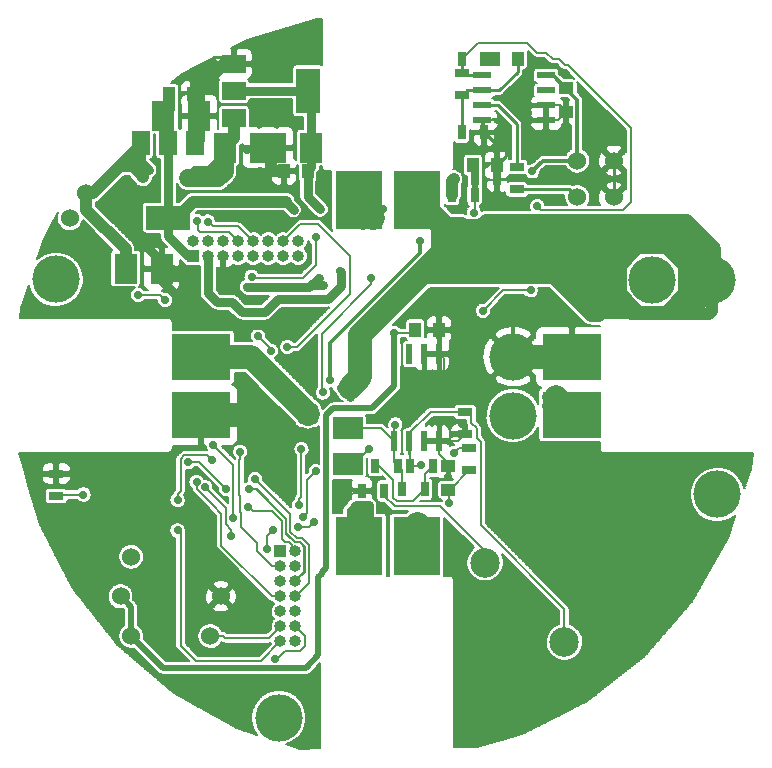
<source format=gtl>
G04 #@! TF.FileFunction,Copper,L1,Top,Signal*
%FSLAX46Y46*%
G04 Gerber Fmt 4.6, Leading zero omitted, Abs format (unit mm)*
G04 Created by KiCad (PCBNEW 4.0.7) date 06/01/18 20:16:30*
%MOMM*%
%LPD*%
G01*
G04 APERTURE LIST*
%ADD10C,0.100000*%
%ADD11C,1.524000*%
%ADD12R,4.000000X5.000000*%
%ADD13R,1.000000X1.000000*%
%ADD14O,1.000000X1.000000*%
%ADD15R,5.000000X4.000000*%
%ADD16C,4.000000*%
%ADD17R,1.000000X1.250000*%
%ADD18R,1.950000X2.500000*%
%ADD19R,2.500000X1.950000*%
%ADD20R,1.250000X1.000000*%
%ADD21R,0.700000X1.300000*%
%ADD22R,1.300000X0.700000*%
%ADD23C,2.500000*%
%ADD24R,0.550000X1.750000*%
%ADD25R,1.550000X0.600000*%
%ADD26R,2.000000X3.800000*%
%ADD27R,2.000000X1.500000*%
%ADD28R,3.800000X2.000000*%
%ADD29R,1.500000X2.000000*%
%ADD30C,0.706000*%
%ADD31C,0.500000*%
%ADD32C,0.203000*%
%ADD33C,0.750000*%
%ADD34C,0.300000*%
%ADD35C,2.000000*%
%ADD36C,1.000000*%
%ADD37C,0.250000*%
%ADD38C,0.170000*%
%ADD39C,1.500000*%
G04 APERTURE END LIST*
D10*
D11*
X27460000Y-67810000D03*
X28360000Y-71160000D03*
X35960000Y-67810000D03*
X35060000Y-71160000D03*
X28360000Y-64460000D03*
D12*
X52552000Y-63552000D03*
X47652000Y-63552000D03*
D13*
X41000000Y-64000000D03*
D14*
X42270000Y-64000000D03*
X41000000Y-65270000D03*
X42270000Y-65270000D03*
X41000000Y-66540000D03*
X42270000Y-66540000D03*
X41000000Y-67810000D03*
X42270000Y-67810000D03*
X41000000Y-69080000D03*
X42270000Y-69080000D03*
X41000000Y-70350000D03*
X42270000Y-70350000D03*
X41000000Y-71620000D03*
X42270000Y-71620000D03*
D15*
X34302000Y-52448000D03*
X34302000Y-47548000D03*
D16*
X78000000Y-59170000D03*
X40865000Y-78060622D03*
D17*
X61100000Y-22300000D03*
X59100000Y-22300000D03*
D18*
X36275000Y-29800000D03*
X39325000Y-29800000D03*
X43625000Y-29800000D03*
X40575000Y-29800000D03*
X27885000Y-40050000D03*
X30935000Y-40050000D03*
D17*
X43300000Y-31800000D03*
X41300000Y-31800000D03*
D18*
X31075000Y-27100000D03*
X34125000Y-27100000D03*
D17*
X31600000Y-25300000D03*
X33600000Y-25300000D03*
D19*
X46700000Y-53565000D03*
X46700000Y-56615000D03*
D20*
X55230000Y-58770000D03*
X55230000Y-56770000D03*
D17*
X57300000Y-31300000D03*
X59300000Y-31300000D03*
D21*
X47900000Y-58870000D03*
X49800000Y-58870000D03*
X52010000Y-56780000D03*
X53910000Y-56780000D03*
D22*
X56630000Y-54090000D03*
X56630000Y-52190000D03*
D21*
X49040000Y-56740000D03*
X50940000Y-56740000D03*
D22*
X56980000Y-55230000D03*
X56980000Y-57130000D03*
X61000000Y-33350000D03*
X61000000Y-31450000D03*
D21*
X56350000Y-28500000D03*
X58250000Y-28500000D03*
D22*
X22020000Y-59310000D03*
X22020000Y-57410000D03*
X56400000Y-23450000D03*
X56400000Y-25350000D03*
D21*
X56350000Y-22300000D03*
X58250000Y-22300000D03*
X55540000Y-33780000D03*
X57440000Y-33780000D03*
X57450000Y-32400000D03*
X59350000Y-32400000D03*
D11*
X24550000Y-33650000D03*
X23166617Y-35780223D03*
D21*
X51330000Y-58730000D03*
X53230000Y-58730000D03*
D23*
X65050000Y-71670000D03*
X58330000Y-64950000D03*
D24*
X50655000Y-54690000D03*
X51925000Y-54690000D03*
X53195000Y-54690000D03*
X54465000Y-54690000D03*
X54465000Y-47290000D03*
X53195000Y-47290000D03*
X51925000Y-47290000D03*
X50655000Y-47290000D03*
D25*
X58100000Y-23695000D03*
X58100000Y-24965000D03*
X58100000Y-26235000D03*
X58100000Y-27505000D03*
X63500000Y-27505000D03*
X63500000Y-26235000D03*
X63500000Y-24965000D03*
X63500000Y-23695000D03*
D12*
X47660000Y-34206000D03*
X52560000Y-34206000D03*
D16*
X60700000Y-47500000D03*
X60700000Y-52500000D03*
D15*
X65680000Y-47528000D03*
X65680000Y-52428000D03*
D11*
X69230000Y-30906000D03*
X69230000Y-34006000D03*
X66130000Y-34006000D03*
X66130000Y-30906000D03*
D26*
X43350000Y-25000000D03*
D27*
X37050000Y-25000000D03*
X37050000Y-27300000D03*
X37050000Y-22700000D03*
D28*
X31500000Y-35750000D03*
D29*
X31500000Y-29450000D03*
X29200000Y-29450000D03*
X33800000Y-29450000D03*
D13*
X33620000Y-39000000D03*
D14*
X33620000Y-37730000D03*
X34890000Y-39000000D03*
X34890000Y-37730000D03*
X36160000Y-39000000D03*
X36160000Y-37730000D03*
X37430000Y-39000000D03*
X37430000Y-37730000D03*
X38700000Y-39000000D03*
X38700000Y-37730000D03*
X39970000Y-39000000D03*
X39970000Y-37730000D03*
X41240000Y-39000000D03*
X41240000Y-37730000D03*
X42510000Y-39000000D03*
X42510000Y-37730000D03*
D16*
X22000000Y-40970000D03*
X72500000Y-41000000D03*
X77500000Y-41000000D03*
D20*
X65190000Y-24790000D03*
X65190000Y-26790000D03*
D17*
X52420000Y-45220000D03*
X54420000Y-45220000D03*
D30*
X54810000Y-49030000D03*
X62120000Y-27430000D03*
X59790000Y-27620000D03*
X38600000Y-44850000D03*
X32960000Y-40200000D03*
X33810000Y-40630000D03*
X27960000Y-32620000D03*
X43540000Y-44420000D03*
X59480000Y-34690000D03*
X63440000Y-41940000D03*
X55160000Y-57730000D03*
X48850000Y-58860000D03*
X56410000Y-53210000D03*
X39180000Y-52510000D03*
X38150000Y-29970000D03*
X33800000Y-29450000D03*
X60071000Y-29337000D03*
X39890000Y-53290000D03*
X40610000Y-52600000D03*
X39900000Y-52550000D03*
X39840000Y-51820000D03*
X62330000Y-31820000D03*
X42110000Y-35070000D03*
X41450000Y-34380000D03*
X44250000Y-40810000D03*
X38190000Y-41570000D03*
X44640000Y-41470000D03*
X50630000Y-45490000D03*
X37011068Y-61198932D03*
X35326998Y-54971002D03*
X33900000Y-58100000D03*
X33165499Y-56450000D03*
X36387568Y-58700000D03*
X38380000Y-58700000D03*
X43858000Y-61470000D03*
X42477520Y-61890000D03*
X55300000Y-59900000D03*
X42543783Y-60086217D03*
X40400000Y-62180000D03*
X39850000Y-63780000D03*
X42780000Y-55330000D03*
X62190000Y-41890000D03*
X58140000Y-43620000D03*
X48710000Y-40870000D03*
X44590000Y-50540000D03*
X62740000Y-34760000D03*
X46060000Y-40290000D03*
X44380000Y-35030000D03*
X38710000Y-43740000D03*
X49670000Y-34970000D03*
X47980000Y-36480000D03*
X47990000Y-34970000D03*
X47980000Y-35770000D03*
X48800000Y-34970000D03*
X48800000Y-35770000D03*
X65100000Y-51700000D03*
X65100000Y-50900000D03*
X63500000Y-51700000D03*
X64300000Y-51700000D03*
X63500000Y-50900000D03*
X64300000Y-50900000D03*
X42870000Y-61080000D03*
X44000000Y-57200000D03*
X45200000Y-49500000D03*
X52810000Y-37690000D03*
X57360000Y-35310000D03*
X33200000Y-32400000D03*
X33790000Y-31710000D03*
X29370000Y-32330000D03*
X29880000Y-31690000D03*
X55680000Y-55660000D03*
X50730000Y-53260000D03*
X52890000Y-56700000D03*
X48460000Y-55340000D03*
X32290000Y-59660000D03*
X32290000Y-62220000D03*
X35223982Y-56299747D03*
X41585245Y-46669913D03*
X40193775Y-47009539D03*
X39100000Y-45748000D03*
X38562000Y-40742000D03*
X43970000Y-37410000D03*
X34840000Y-36070000D03*
X33930000Y-36020000D03*
X31254018Y-42703982D03*
X28940000Y-42294000D03*
X24320000Y-59190000D03*
X55660000Y-32480000D03*
X53360000Y-61570000D03*
X42810000Y-52850000D03*
X43820000Y-51850000D03*
X42820000Y-51850000D03*
X43820000Y-52850000D03*
X43320000Y-52350000D03*
X53320000Y-62360000D03*
X52610000Y-62360000D03*
X51900000Y-62360000D03*
X51900000Y-61650000D03*
X52610000Y-61650000D03*
X46100000Y-50120000D03*
X47650000Y-50120000D03*
X46880000Y-49330000D03*
X46880000Y-50930000D03*
X47690000Y-60880000D03*
X47640000Y-60100000D03*
X47060000Y-61250000D03*
X46950000Y-60540000D03*
X48490000Y-60090000D03*
X46880000Y-50120000D03*
X48490000Y-60900000D03*
X38291999Y-60210000D03*
X37600000Y-55556998D03*
X40530000Y-73094000D03*
X36850000Y-62660000D03*
X34640075Y-58580233D03*
X38860000Y-57860000D03*
D31*
X34920000Y-63660000D02*
X34920000Y-66770000D01*
X34920000Y-66770000D02*
X35960000Y-67810000D01*
D32*
X54810000Y-49030000D02*
X54810000Y-47635000D01*
X54810000Y-47635000D02*
X54465000Y-47290000D01*
X53195000Y-47290000D02*
X54465000Y-47290000D01*
X54465000Y-47290000D02*
X54465000Y-45265000D01*
X54465000Y-45265000D02*
X54420000Y-45220000D01*
X62120000Y-27430000D02*
X63425000Y-27430000D01*
X63425000Y-27430000D02*
X63500000Y-27505000D01*
X58100000Y-27505000D02*
X59675000Y-27505000D01*
X59675000Y-27505000D02*
X59790000Y-27620000D01*
X63500000Y-27505000D02*
X64475000Y-27505000D01*
X64475000Y-27505000D02*
X65190000Y-26790000D01*
X63500000Y-26235000D02*
X64635000Y-26235000D01*
X64635000Y-26235000D02*
X65190000Y-26790000D01*
D31*
X34920000Y-63660000D02*
X30140000Y-58880000D01*
X30140000Y-58880000D02*
X30140000Y-57410000D01*
X22020000Y-57410000D02*
X30140000Y-57410000D01*
X34302000Y-53248000D02*
X34302000Y-52448000D01*
D33*
X34670000Y-44850000D02*
X38600000Y-44850000D01*
X38600000Y-44850000D02*
X39750000Y-44850000D01*
X32010000Y-40200000D02*
X31860000Y-40050000D01*
X32960000Y-40200000D02*
X32010000Y-40200000D01*
X31860000Y-40050000D02*
X30935000Y-40050000D01*
X33700000Y-40740000D02*
X31625000Y-40740000D01*
X33810000Y-40630000D02*
X33700000Y-40740000D01*
X31625000Y-40740000D02*
X30935000Y-40050000D01*
X30935000Y-40050000D02*
X30935000Y-41115000D01*
X30935000Y-41115000D02*
X34670000Y-44850000D01*
X28040000Y-36240000D02*
X28040000Y-36590000D01*
X27960000Y-32620000D02*
X28040000Y-32700000D01*
X28040000Y-32700000D02*
X28040000Y-36240000D01*
X28040000Y-36590000D02*
X30935000Y-39485000D01*
X30935000Y-39485000D02*
X30935000Y-40050000D01*
X39750000Y-44850000D02*
X43110000Y-44850000D01*
X43110000Y-44850000D02*
X43540000Y-44420000D01*
D34*
X59350000Y-32400000D02*
X59350000Y-33950000D01*
X59350000Y-33950000D02*
X59350000Y-34400000D01*
X60700000Y-44680000D02*
X60700000Y-47500000D01*
X63440000Y-41940000D02*
X60700000Y-44680000D01*
X59350000Y-34560000D02*
X59480000Y-34690000D01*
X59350000Y-34400000D02*
X59350000Y-34560000D01*
D32*
X47900000Y-58870000D02*
X48840000Y-58870000D01*
X55230000Y-57660000D02*
X55230000Y-56770000D01*
X55160000Y-57730000D02*
X55230000Y-57660000D01*
X48840000Y-58870000D02*
X48850000Y-58860000D01*
X56630000Y-53430000D02*
X56630000Y-54090000D01*
X56410000Y-53210000D02*
X56630000Y-53430000D01*
X54465000Y-54690000D02*
X54465000Y-55745000D01*
X54465000Y-55745000D02*
X55230000Y-56510000D01*
X55230000Y-56510000D02*
X55230000Y-56770000D01*
X54465000Y-54690000D02*
X56030000Y-54690000D01*
X56030000Y-54690000D02*
X56630000Y-54090000D01*
X53195000Y-54690000D02*
X54465000Y-54690000D01*
D31*
X39900000Y-52550000D02*
X39180000Y-52510000D01*
D35*
X34302000Y-52448000D02*
X39508000Y-52448000D01*
D34*
X38320000Y-29800000D02*
X39325000Y-29800000D01*
X38150000Y-29970000D02*
X38320000Y-29800000D01*
D36*
X34125000Y-29125000D02*
X33800000Y-29450000D01*
D37*
X33600000Y-25300000D02*
X33655000Y-25273000D01*
X33655000Y-25273000D02*
X33528000Y-25146000D01*
X33528000Y-25146000D02*
X33528000Y-24003000D01*
X33528000Y-24003000D02*
X35306000Y-22225000D01*
X35306000Y-22225000D02*
X35306000Y-22098000D01*
X35306000Y-22098000D02*
X36449000Y-22098000D01*
X36449000Y-22098000D02*
X37084000Y-22733000D01*
X37084000Y-22733000D02*
X37050000Y-22700000D01*
X59300000Y-31300000D02*
X59309000Y-31242000D01*
X59309000Y-31242000D02*
X60071000Y-30480000D01*
X60071000Y-30480000D02*
X60071000Y-29337000D01*
X34125000Y-27100000D02*
X34163000Y-27051000D01*
X34163000Y-27051000D02*
X33655000Y-26543000D01*
X33655000Y-26543000D02*
X33655000Y-25273000D01*
X33655000Y-25273000D02*
X33600000Y-25300000D01*
D35*
X65680000Y-47528000D02*
X60728000Y-47528000D01*
X60728000Y-47528000D02*
X60656000Y-47600000D01*
D37*
X69230000Y-30906000D02*
X69230000Y-34006000D01*
X69230000Y-34006000D02*
X67724000Y-32500000D01*
X67724000Y-32500000D02*
X59450000Y-32500000D01*
X59450000Y-32500000D02*
X59300000Y-32350000D01*
X59300000Y-32350000D02*
X59300000Y-29550000D01*
X59300000Y-29550000D02*
X58100000Y-28350000D01*
X58100000Y-28350000D02*
X58100000Y-27505000D01*
D36*
X41300000Y-31800000D02*
X40225000Y-31800000D01*
X40225000Y-31800000D02*
X40225000Y-30150000D01*
X40225000Y-30150000D02*
X40575000Y-29800000D01*
X37050000Y-22700000D02*
X36200000Y-22700000D01*
X36200000Y-22700000D02*
X34125000Y-24775000D01*
X34125000Y-24775000D02*
X34125000Y-29125000D01*
D31*
X39890000Y-53290000D02*
X39900000Y-52550000D01*
X39900000Y-52550000D02*
X40610000Y-52600000D01*
X39830000Y-51830000D02*
X39900000Y-52550000D01*
X39840000Y-51820000D02*
X39830000Y-51830000D01*
D35*
X39838000Y-52448000D02*
X39890000Y-52510000D01*
X39508000Y-52448000D02*
X39838000Y-52448000D01*
D31*
X28360000Y-71160000D02*
X28360000Y-68710000D01*
X28360000Y-68710000D02*
X27460000Y-67810000D01*
X50655000Y-47290000D02*
X50655000Y-49995000D01*
X48760000Y-51890000D02*
X45420000Y-51890000D01*
X44880000Y-59630000D02*
X44900000Y-59650000D01*
X50655000Y-49995000D02*
X48760000Y-51890000D01*
X45420000Y-51890000D02*
X44880000Y-52430000D01*
X43140000Y-73860000D02*
X31060000Y-73860000D01*
X44880000Y-52430000D02*
X44880000Y-59630000D01*
X44900000Y-59650000D02*
X44900000Y-65380000D01*
X44900000Y-65380000D02*
X44510000Y-65770000D01*
X44510000Y-65770000D02*
X44510000Y-65871502D01*
X44510000Y-65871502D02*
X44191502Y-66190000D01*
X44191502Y-66190000D02*
X44191502Y-72808498D01*
X44191502Y-72808498D02*
X43140000Y-73860000D01*
X31060000Y-73860000D02*
X28360000Y-71160000D01*
D32*
X50630000Y-45490000D02*
X52150000Y-45490000D01*
X52150000Y-45490000D02*
X52420000Y-45220000D01*
D34*
X66130000Y-25770000D02*
X65710000Y-25350000D01*
X65710000Y-25350000D02*
X64055000Y-23695000D01*
D32*
X65190000Y-24790000D02*
X65190000Y-24830000D01*
X65190000Y-24830000D02*
X65710000Y-25350000D01*
D34*
X62330000Y-31820000D02*
X63244000Y-30906000D01*
X66130000Y-30906000D02*
X63244000Y-30906000D01*
D33*
X41450000Y-34410000D02*
X41450000Y-34380000D01*
X41450000Y-34410000D02*
X42110000Y-35070000D01*
X44250000Y-40810000D02*
X44250000Y-40820000D01*
X44250000Y-40820000D02*
X43600000Y-41470000D01*
X43600000Y-41470000D02*
X43430000Y-41640000D01*
X38260000Y-41640000D02*
X38190000Y-41570000D01*
X43430000Y-41640000D02*
X42130000Y-41640000D01*
X42130000Y-41640000D02*
X38260000Y-41640000D01*
X44640000Y-41470000D02*
X43600000Y-41470000D01*
D36*
X33610000Y-34380000D02*
X41450000Y-34380000D01*
X32240000Y-35750000D02*
X33610000Y-34380000D01*
X31500000Y-35750000D02*
X32240000Y-35750000D01*
D33*
X31075000Y-27100000D02*
X31075000Y-29025000D01*
X31075000Y-29025000D02*
X31500000Y-29450000D01*
X31500000Y-29450000D02*
X31500000Y-35750000D01*
X33620000Y-39000000D02*
X33190000Y-39000000D01*
X33190000Y-39000000D02*
X31500000Y-37310000D01*
X31500000Y-37310000D02*
X31500000Y-35750000D01*
D31*
X50630000Y-45490000D02*
X50655000Y-45515000D01*
X50655000Y-45515000D02*
X50655000Y-47290000D01*
D34*
X66130000Y-30906000D02*
X66130000Y-25770000D01*
X64055000Y-23695000D02*
X63500000Y-23695000D01*
D37*
X31500000Y-29450000D02*
X31496000Y-29464000D01*
X31075000Y-26525000D02*
X31075000Y-27100000D01*
D36*
X31600000Y-25300000D02*
X31600000Y-26575000D01*
X31600000Y-26575000D02*
X31500000Y-26675000D01*
D32*
X37011068Y-61198932D02*
X37011068Y-56655072D01*
X37011068Y-56655072D02*
X35326998Y-54971002D01*
X41000000Y-67810000D02*
X40292894Y-67810000D01*
X40292894Y-67810000D02*
X36002501Y-63519607D01*
X36002501Y-63519607D02*
X36002501Y-60802501D01*
X36002501Y-60802501D02*
X35300000Y-60100000D01*
D38*
X33900000Y-58700000D02*
X33900000Y-58100000D01*
X35300000Y-60100000D02*
X33900000Y-58700000D01*
D32*
X42270000Y-66540000D02*
X43034501Y-65775499D01*
X43034501Y-65775499D02*
X43034501Y-63633039D01*
X43034501Y-63633039D02*
X42636961Y-63235499D01*
X42636961Y-63235499D02*
X42248503Y-63235499D01*
X42248503Y-63235499D02*
X41476009Y-62463005D01*
X41476009Y-62463005D02*
X41476009Y-61238393D01*
X41476009Y-61238393D02*
X38937616Y-58700000D01*
X38879217Y-58700000D02*
X38380000Y-58700000D01*
X38937616Y-58700000D02*
X38879217Y-58700000D01*
X42639841Y-63229499D02*
X42242503Y-63229499D01*
X42242503Y-63229499D02*
X41870493Y-62857489D01*
X41870493Y-62857489D02*
X41817489Y-62857489D01*
X41482010Y-62522010D02*
X41482010Y-61235909D01*
X41482010Y-61235909D02*
X38996101Y-58750000D01*
X36387568Y-58700000D02*
X34137568Y-56450000D01*
X34137568Y-56450000D02*
X33165499Y-56450000D01*
X38996101Y-58750000D02*
X38430000Y-58750000D01*
X38430000Y-58750000D02*
X38380000Y-58700000D01*
X42270000Y-66540000D02*
X43040501Y-65769499D01*
X41870492Y-62857489D02*
X41817489Y-62857489D01*
X41817489Y-62857489D02*
X41482010Y-62522010D01*
X43040501Y-65769499D02*
X43040501Y-63630159D01*
X43040501Y-63630159D02*
X42639841Y-63229499D01*
X42477520Y-61890000D02*
X43438000Y-61890000D01*
X43438000Y-61890000D02*
X43858000Y-61470000D01*
D38*
X55300000Y-59900000D02*
X55300000Y-58840000D01*
X55300000Y-58840000D02*
X55230000Y-58770000D01*
D32*
X55230000Y-58770000D02*
X55340000Y-58770000D01*
X55340000Y-58770000D02*
X56980000Y-57130000D01*
X42543783Y-60086217D02*
X42543783Y-59587000D01*
X42780000Y-59350783D02*
X42780000Y-58812000D01*
X42543783Y-59587000D02*
X42780000Y-59350783D01*
X39850000Y-63780000D02*
X39850000Y-62730000D01*
X39850000Y-62730000D02*
X40400000Y-62180000D01*
D38*
X42780000Y-58812000D02*
X42780000Y-55330000D01*
D32*
X56350000Y-22300000D02*
X57710000Y-20940000D01*
X64084000Y-22320000D02*
X64592000Y-22320000D01*
X70690000Y-34390000D02*
X70000000Y-35080000D01*
X63060000Y-35080000D02*
X62740000Y-34760000D01*
X57710000Y-20940000D02*
X61880000Y-20940000D01*
X62700000Y-21760000D02*
X63524000Y-21760000D01*
X61880000Y-20940000D02*
X62700000Y-21760000D01*
X63524000Y-21760000D02*
X64084000Y-22320000D01*
X64592000Y-22320000D02*
X65100000Y-22828000D01*
X65100000Y-22828000D02*
X65354000Y-22828000D01*
X65354000Y-22828000D02*
X70690000Y-28164000D01*
X70690000Y-28164000D02*
X70690000Y-34390000D01*
X70000000Y-35080000D02*
X63060000Y-35080000D01*
X59870000Y-41890000D02*
X62190000Y-41890000D01*
X58140000Y-43620000D02*
X59870000Y-41890000D01*
X48710000Y-41360000D02*
X48710000Y-40870000D01*
X44510000Y-45560000D02*
X48710000Y-41360000D01*
X44510000Y-50460000D02*
X44510000Y-45560000D01*
X44590000Y-50540000D02*
X44510000Y-50460000D01*
D37*
X56350000Y-22300000D02*
X56350000Y-23400000D01*
X56350000Y-23400000D02*
X56645000Y-23695000D01*
X56645000Y-23695000D02*
X58100000Y-23695000D01*
D33*
X43300000Y-33840000D02*
X43300000Y-33950000D01*
X39680000Y-43740000D02*
X40780000Y-42640000D01*
X40780000Y-42640000D02*
X45000000Y-42640000D01*
X45000000Y-42640000D02*
X46120000Y-41520000D01*
X43300000Y-31800000D02*
X43300000Y-33840000D01*
X39680000Y-43740000D02*
X38710000Y-43740000D01*
X46120000Y-40350000D02*
X46120000Y-41520000D01*
X46060000Y-40290000D02*
X46120000Y-40350000D01*
X43300000Y-33950000D02*
X44380000Y-35030000D01*
X36890000Y-42890000D02*
X35630000Y-42890000D01*
X35630000Y-42890000D02*
X34890000Y-42150000D01*
X34890000Y-42150000D02*
X34890000Y-39000000D01*
X38710000Y-43740000D02*
X37740000Y-43740000D01*
X36890000Y-42890000D02*
X37740000Y-43740000D01*
D37*
X43300000Y-31800000D02*
X43307000Y-31750000D01*
D33*
X37050000Y-25000000D02*
X43350000Y-25000000D01*
X43350000Y-25000000D02*
X43625000Y-25275000D01*
X43625000Y-25275000D02*
X43625000Y-31475000D01*
X43625000Y-31475000D02*
X43625000Y-29800000D01*
D38*
X47660000Y-34206000D02*
X48906000Y-34206000D01*
X48906000Y-34206000D02*
X49670000Y-34970000D01*
X47980000Y-36480000D02*
X47660000Y-36160000D01*
X47660000Y-36160000D02*
X47660000Y-34206000D01*
X47990000Y-34970000D02*
X47660000Y-34640000D01*
X47660000Y-34640000D02*
X47660000Y-34206000D01*
X47980000Y-35770000D02*
X47660000Y-35450000D01*
X47660000Y-35450000D02*
X47660000Y-34206000D01*
X48800000Y-34970000D02*
X48036000Y-34206000D01*
X48036000Y-34206000D02*
X47660000Y-34206000D01*
D35*
X48800000Y-35770000D02*
X47660000Y-34630000D01*
X47660000Y-34630000D02*
X47660000Y-34206000D01*
D31*
X65100000Y-51700000D02*
X65680000Y-52280000D01*
X65680000Y-52280000D02*
X65680000Y-52428000D01*
X65100000Y-50900000D02*
X65680000Y-51480000D01*
X65680000Y-51480000D02*
X65680000Y-52428000D01*
X63500000Y-51700000D02*
X64228000Y-52428000D01*
X64228000Y-52428000D02*
X65680000Y-52428000D01*
X64300000Y-51700000D02*
X65028000Y-52428000D01*
X65028000Y-52428000D02*
X65680000Y-52428000D01*
X63500000Y-50900000D02*
X65028000Y-52428000D01*
X65028000Y-52428000D02*
X65680000Y-52428000D01*
D35*
X64300000Y-50900000D02*
X65680000Y-52280000D01*
X65680000Y-52280000D02*
X65680000Y-52428000D01*
D32*
X42870000Y-61080000D02*
X43222999Y-60727001D01*
X43222999Y-60727001D02*
X43222999Y-57977001D01*
X43222999Y-57977001D02*
X43647001Y-57552999D01*
X44000000Y-57200000D02*
X43647001Y-57552999D01*
D34*
X52810000Y-37690000D02*
X52810000Y-38753224D01*
X52810000Y-38753224D02*
X45200000Y-46363224D01*
X45200000Y-46363224D02*
X45200000Y-49500000D01*
D32*
X57360000Y-35310000D02*
X57440000Y-35230000D01*
X57440000Y-33780000D02*
X57440000Y-35230000D01*
D34*
X57440000Y-33780000D02*
X57440000Y-34340000D01*
D31*
X57440000Y-33780000D02*
X57440000Y-32410000D01*
X57440000Y-32410000D02*
X57450000Y-32400000D01*
D37*
X57300000Y-31300000D02*
X57277000Y-31242000D01*
X57277000Y-31242000D02*
X57404000Y-31369000D01*
X57404000Y-31369000D02*
X57531000Y-31369000D01*
X57531000Y-31369000D02*
X57531000Y-32385000D01*
X57531000Y-32385000D02*
X57404000Y-32385000D01*
X57404000Y-32385000D02*
X57450000Y-32400000D01*
X57450000Y-32400000D02*
X57404000Y-32385000D01*
D36*
X27395000Y-31385000D02*
X28415000Y-31385000D01*
X29200000Y-32070000D02*
X29370000Y-32330000D01*
X28750000Y-31620000D02*
X29200000Y-32070000D01*
X28750000Y-31050000D02*
X28750000Y-31620000D01*
X28415000Y-31385000D02*
X28750000Y-31050000D01*
X24550000Y-33650000D02*
X25130000Y-33650000D01*
X25130000Y-33650000D02*
X27395000Y-31385000D01*
X27395000Y-31385000D02*
X29200000Y-29580000D01*
X29200000Y-29580000D02*
X29200000Y-29450000D01*
X27885000Y-40050000D02*
X27885000Y-38415000D01*
X24550000Y-35080000D02*
X24550000Y-33650000D01*
X27885000Y-38415000D02*
X24550000Y-35080000D01*
D39*
X33200000Y-32400000D02*
X35720000Y-32400000D01*
X35720000Y-32400000D02*
X36275000Y-31845000D01*
X36275000Y-31845000D02*
X36275000Y-29800000D01*
D33*
X34940000Y-31710000D02*
X36275000Y-30375000D01*
X33790000Y-31710000D02*
X34940000Y-31710000D01*
X36275000Y-30375000D02*
X36275000Y-29800000D01*
X29200000Y-32160000D02*
X29200000Y-31010000D01*
X29370000Y-32330000D02*
X29200000Y-32160000D01*
X29200000Y-29450000D02*
X29200000Y-31010000D01*
X29200000Y-31010000D02*
X29880000Y-31690000D01*
D36*
X36275000Y-29800000D02*
X37050000Y-29025000D01*
X37050000Y-29025000D02*
X37050000Y-27300000D01*
D32*
X56110000Y-55230000D02*
X55680000Y-55660000D01*
X56980000Y-55230000D02*
X56110000Y-55230000D01*
X50655000Y-53335000D02*
X50655000Y-54690000D01*
X50730000Y-53260000D02*
X50655000Y-53335000D01*
X50655000Y-54690000D02*
X50655000Y-53895000D01*
X46700000Y-53565000D02*
X49530000Y-53565000D01*
X49530000Y-53565000D02*
X50655000Y-54690000D01*
X51330000Y-58730000D02*
X51330000Y-57130000D01*
X51330000Y-57130000D02*
X50655000Y-56455000D01*
X50655000Y-56455000D02*
X50655000Y-54690000D01*
X46700000Y-56615000D02*
X47185000Y-56615000D01*
X47185000Y-56615000D02*
X48460000Y-55340000D01*
X52810000Y-56780000D02*
X52010000Y-56780000D01*
X52890000Y-56700000D02*
X52810000Y-56780000D01*
X46700000Y-56615000D02*
X47085000Y-56615000D01*
X51990000Y-55840000D02*
X51925000Y-55775000D01*
X51925000Y-55775000D02*
X51925000Y-54690000D01*
X56630000Y-52190000D02*
X56930000Y-52190000D01*
X56930000Y-52190000D02*
X57170000Y-52430000D01*
X57170000Y-52430000D02*
X57170000Y-53120000D01*
X57170000Y-53120000D02*
X57610000Y-53560000D01*
X57610000Y-53560000D02*
X57610000Y-54360000D01*
X57610000Y-54360000D02*
X57950000Y-54700000D01*
X57950000Y-54700000D02*
X57950000Y-61800000D01*
X57950000Y-61800000D02*
X58110000Y-61960000D01*
X65050000Y-71670000D02*
X65050000Y-68900000D01*
X65050000Y-68900000D02*
X58110000Y-61960000D01*
X52010000Y-56780000D02*
X52010000Y-54775000D01*
X52010000Y-54775000D02*
X51925000Y-54690000D01*
X51925000Y-54690000D02*
X51925000Y-53975000D01*
X51925000Y-53975000D02*
X53710000Y-52190000D01*
X53710000Y-52190000D02*
X56630000Y-52190000D01*
D37*
X58100000Y-24965000D02*
X56785000Y-24965000D01*
X56785000Y-24965000D02*
X56350000Y-25400000D01*
X56350000Y-25400000D02*
X56350000Y-28500000D01*
X61100000Y-22300000D02*
X61100000Y-23400000D01*
X59535000Y-24965000D02*
X58100000Y-24965000D01*
X61100000Y-23400000D02*
X59535000Y-24965000D01*
X59100000Y-22300000D02*
X58250000Y-22300000D01*
D32*
X32290000Y-62220000D02*
X32541999Y-62471999D01*
X32541999Y-62471999D02*
X32541999Y-71971999D01*
X32541999Y-71971999D02*
X33850000Y-73280000D01*
X33850000Y-73280000D02*
X39340000Y-73280000D01*
X39340000Y-73280000D02*
X41000000Y-71620000D01*
X32290000Y-59660000D02*
X32290000Y-59160783D01*
X32290000Y-59160783D02*
X32541999Y-58908784D01*
X32541999Y-58908784D02*
X32541999Y-56158159D01*
D38*
X35223982Y-56299747D02*
X34766234Y-55841999D01*
X34766234Y-55841999D02*
X32858159Y-55841999D01*
X32858159Y-55841999D02*
X32541999Y-56158159D01*
X42400000Y-46670000D02*
X41585332Y-46670000D01*
X41585332Y-46670000D02*
X41585245Y-46669913D01*
D32*
X46860000Y-39300000D02*
X46860000Y-38960000D01*
X46860000Y-42210000D02*
X42400000Y-46670000D01*
X46860000Y-41320000D02*
X46860000Y-39300000D01*
X46860000Y-41320000D02*
X46860000Y-42210000D01*
X42680000Y-36290000D02*
X41240000Y-37730000D01*
X44190000Y-36290000D02*
X42680000Y-36290000D01*
X46860000Y-38960000D02*
X44190000Y-36290000D01*
D38*
X39100000Y-45748000D02*
X40193775Y-46841775D01*
X40193775Y-46841775D02*
X40193775Y-47009539D01*
X42870000Y-40880000D02*
X38700000Y-40880000D01*
X38700000Y-40880000D02*
X38562000Y-40742000D01*
X43970000Y-39780000D02*
X43970000Y-37410000D01*
X42870000Y-40880000D02*
X43970000Y-39780000D01*
X34840000Y-36070000D02*
X35250000Y-36480000D01*
X35250000Y-36480000D02*
X37450000Y-36480000D01*
X38700000Y-37730000D02*
X37450000Y-36480000D01*
X36650000Y-36950000D02*
X37430000Y-37730000D01*
X34180000Y-36950000D02*
X36650000Y-36950000D01*
X33990000Y-36760000D02*
X34180000Y-36950000D01*
X33990000Y-36080000D02*
X33990000Y-36760000D01*
X33930000Y-36020000D02*
X33990000Y-36080000D01*
X28940000Y-42294000D02*
X30844036Y-42294000D01*
X30844036Y-42294000D02*
X31254018Y-42703982D01*
D32*
X35060000Y-71160000D02*
X36137630Y-71160000D01*
X39992499Y-71357501D02*
X40500001Y-70849999D01*
X36137630Y-71160000D02*
X36335131Y-71357501D01*
X36335131Y-71357501D02*
X39992499Y-71357501D01*
X40500001Y-70849999D02*
X41000000Y-70350000D01*
X24320000Y-59190000D02*
X22140000Y-59190000D01*
X22140000Y-59190000D02*
X22020000Y-59310000D01*
D36*
X55540000Y-32600000D02*
X55540000Y-33780000D01*
X55660000Y-32480000D02*
X55540000Y-32600000D01*
D38*
X53360000Y-61570000D02*
X52552000Y-62378000D01*
D31*
X42810000Y-52850000D02*
X43310000Y-52350000D01*
X43820000Y-51850000D02*
X43320000Y-52350000D01*
X42890000Y-51940000D02*
X42890000Y-51920000D01*
X42900000Y-51930000D02*
X42890000Y-51940000D01*
X42820000Y-51850000D02*
X42900000Y-51930000D01*
X43820000Y-52850000D02*
X43320000Y-52350000D01*
D35*
X43320000Y-52350000D02*
X41820000Y-50850000D01*
X38528000Y-47548000D02*
X42210000Y-51230000D01*
D38*
X53320000Y-62360000D02*
X52552000Y-63128000D01*
X52610000Y-62360000D02*
X52552000Y-62418000D01*
D35*
X38528000Y-47548000D02*
X34302000Y-47548000D01*
D38*
X52552000Y-62378000D02*
X52552000Y-63552000D01*
X52552000Y-63128000D02*
X52552000Y-63552000D01*
X51900000Y-62360000D02*
X52552000Y-63012000D01*
X52552000Y-63012000D02*
X52552000Y-63552000D01*
X52552000Y-62418000D02*
X52552000Y-63552000D01*
X51900000Y-61650000D02*
X52552000Y-62302000D01*
X52552000Y-62302000D02*
X52552000Y-63552000D01*
D35*
X52552000Y-61708000D02*
X52610000Y-61650000D01*
X52552000Y-61708000D02*
X52552000Y-63552000D01*
D32*
X49800000Y-58870000D02*
X49800000Y-59280000D01*
X49800000Y-59280000D02*
X50700000Y-60180000D01*
X54550000Y-60180000D02*
X58330000Y-63960000D01*
X50810000Y-60180000D02*
X54550000Y-60180000D01*
X50700000Y-60180000D02*
X50810000Y-60180000D01*
X49800000Y-58870000D02*
X49800000Y-59170000D01*
X58330000Y-63960000D02*
X58330000Y-64950000D01*
X50550000Y-59090000D02*
X50550000Y-59450000D01*
X50550000Y-57980000D02*
X50550000Y-59090000D01*
X49310000Y-56740000D02*
X50550000Y-57980000D01*
X52230000Y-59730000D02*
X53230000Y-58730000D01*
X50830000Y-59730000D02*
X52230000Y-59730000D01*
X50550000Y-59450000D02*
X50830000Y-59730000D01*
X49040000Y-56740000D02*
X49310000Y-56740000D01*
X53230000Y-58730000D02*
X53230000Y-57460000D01*
X53230000Y-57460000D02*
X53910000Y-56780000D01*
D37*
X66130000Y-34006000D02*
X66106000Y-34006000D01*
X66106000Y-34006000D02*
X65450000Y-33350000D01*
X65450000Y-33350000D02*
X61000000Y-33350000D01*
D31*
X66150000Y-34026000D02*
X66130000Y-34006000D01*
D37*
X61000000Y-31450000D02*
X61000000Y-27800000D01*
X59435000Y-26235000D02*
X58100000Y-26235000D01*
X61000000Y-27800000D02*
X59435000Y-26235000D01*
D36*
X75740000Y-43890000D02*
X77260000Y-43890000D01*
X77500000Y-43650000D02*
X77500000Y-43330000D01*
X77260000Y-43890000D02*
X77500000Y-43650000D01*
X77500000Y-43330000D02*
X77500000Y-41000000D01*
X75740000Y-43890000D02*
X76730000Y-42900000D01*
X74610000Y-43890000D02*
X75740000Y-43890000D01*
X70640000Y-43890000D02*
X74610000Y-43890000D01*
X74610000Y-43890000D02*
X77500000Y-41000000D01*
X70490000Y-43740000D02*
X70640000Y-43890000D01*
X70490000Y-43600000D02*
X70490000Y-43740000D01*
D39*
X70490000Y-43600000D02*
X69640000Y-42750000D01*
X69640000Y-42750000D02*
X68100000Y-42750000D01*
X68100000Y-43600000D02*
X70490000Y-43600000D01*
X67400000Y-43800000D02*
X67900000Y-43800000D01*
X67900000Y-43800000D02*
X68100000Y-43600000D01*
D36*
X69550000Y-41575000D02*
X69550000Y-43000000D01*
X77450000Y-41000000D02*
X77500000Y-41000000D01*
X69550000Y-41300000D02*
X69550000Y-41850000D01*
X75475000Y-39575000D02*
X75575000Y-39575000D01*
X75200000Y-39850000D02*
X75475000Y-39575000D01*
X75200000Y-42150000D02*
X75200000Y-39850000D01*
X73650000Y-43700000D02*
X75200000Y-42150000D01*
X71400000Y-43700000D02*
X73650000Y-43700000D01*
X69550000Y-41850000D02*
X71400000Y-43700000D01*
X71275000Y-38325000D02*
X73675000Y-38325000D01*
X73675000Y-38325000D02*
X76350000Y-41000000D01*
X76350000Y-41000000D02*
X77500000Y-41000000D01*
X72250000Y-37610000D02*
X71990000Y-37610000D01*
X69550000Y-40050000D02*
X69550000Y-40250000D01*
X71990000Y-37610000D02*
X71275000Y-38325000D01*
X71275000Y-38325000D02*
X69550000Y-40050000D01*
D39*
X64005000Y-39905000D02*
X64005000Y-40405000D01*
X64005000Y-40405000D02*
X67400000Y-43800000D01*
X75575000Y-41975000D02*
X75575000Y-39575000D01*
X75575000Y-41975000D02*
X76750000Y-40800000D01*
X72250000Y-37600000D02*
X72250000Y-37610000D01*
X75575000Y-39575000D02*
X73600000Y-37600000D01*
X73600000Y-37600000D02*
X72250000Y-37600000D01*
X69550000Y-41450000D02*
X69550000Y-41575000D01*
X69550000Y-41575000D02*
X69550000Y-41300000D01*
X69550000Y-41300000D02*
X69550000Y-39500000D01*
X69550000Y-39500000D02*
X71440000Y-37610000D01*
X68050000Y-39200000D02*
X68500000Y-39200000D01*
X68500000Y-39200000D02*
X69550000Y-40250000D01*
X69550000Y-40250000D02*
X69550000Y-41450000D01*
X69550000Y-41450000D02*
X69550000Y-42100000D01*
X63950000Y-39905000D02*
X64595000Y-39905000D01*
X69850000Y-39200000D02*
X71440000Y-37610000D01*
X68050000Y-39200000D02*
X69850000Y-39200000D01*
X65300000Y-39200000D02*
X68050000Y-39200000D01*
X64595000Y-39905000D02*
X65300000Y-39200000D01*
X54760000Y-36430000D02*
X56330000Y-36430000D01*
X77550000Y-38400000D02*
X77550000Y-40800000D01*
X75300000Y-36150000D02*
X77550000Y-38400000D01*
X58450000Y-36150000D02*
X75300000Y-36150000D01*
X57950000Y-36650000D02*
X58450000Y-36150000D01*
X56550000Y-36650000D02*
X57950000Y-36650000D01*
X56330000Y-36430000D02*
X56550000Y-36650000D01*
X52850000Y-40580000D02*
X65930000Y-40580000D01*
X65930000Y-40580000D02*
X68100000Y-42750000D01*
X77550000Y-42100000D02*
X77550000Y-40800000D01*
X63950000Y-39905000D02*
X67355000Y-39905000D01*
X67355000Y-39905000D02*
X69550000Y-42100000D01*
X76750000Y-40800000D02*
X77550000Y-40800000D01*
D35*
X64730000Y-37610000D02*
X72250000Y-37610000D01*
X72250000Y-37610000D02*
X71440000Y-37610000D01*
X71440000Y-37610000D02*
X74360000Y-37610000D01*
X74360000Y-37610000D02*
X77550000Y-40800000D01*
D33*
X46880000Y-50120000D02*
X46100000Y-50120000D01*
X46880000Y-50120000D02*
X46880000Y-50930000D01*
X48490000Y-60090000D02*
X48490000Y-62714000D01*
X48490000Y-62714000D02*
X47652000Y-63552000D01*
X48490000Y-60090000D02*
X47650000Y-60090000D01*
X47650000Y-60090000D02*
X47640000Y-60100000D01*
X47060000Y-61250000D02*
X47652000Y-61842000D01*
X47652000Y-61842000D02*
X47652000Y-63552000D01*
X47690000Y-60880000D02*
X47700000Y-60880000D01*
X47700000Y-60880000D02*
X48490000Y-60090000D01*
X46950000Y-60540000D02*
X47350000Y-60540000D01*
X47350000Y-60540000D02*
X47690000Y-60880000D01*
X46950000Y-60540000D02*
X46950000Y-62850000D01*
X46950000Y-62850000D02*
X47652000Y-63552000D01*
X47640000Y-60100000D02*
X47390000Y-60100000D01*
X47390000Y-60100000D02*
X46950000Y-60540000D01*
X47650000Y-60090000D02*
X47640000Y-60100000D01*
D35*
X47750000Y-45680000D02*
X52850000Y-40580000D01*
X47750000Y-49250000D02*
X47750000Y-45680000D01*
X46880000Y-50120000D02*
X47750000Y-49250000D01*
D33*
X47690000Y-60880000D02*
X48470000Y-60880000D01*
X48470000Y-60880000D02*
X48490000Y-60900000D01*
X47652000Y-63552000D02*
X47652000Y-60918000D01*
X47652000Y-60918000D02*
X47690000Y-60880000D01*
D35*
X64310000Y-37610000D02*
X64310000Y-37730000D01*
X64005000Y-39905000D02*
X63950000Y-39905000D01*
X63950000Y-39905000D02*
X53545000Y-39905000D01*
X52850000Y-40600000D02*
X52850000Y-40580000D01*
X53545000Y-39905000D02*
X52850000Y-40600000D01*
X54760000Y-37610000D02*
X64310000Y-37610000D01*
X64310000Y-37610000D02*
X64730000Y-37610000D01*
X64230000Y-37710000D02*
X64230000Y-38110000D01*
X64630000Y-37710000D02*
X64230000Y-37710000D01*
X64730000Y-37610000D02*
X64630000Y-37710000D01*
X63240000Y-39140000D02*
X55230000Y-39140000D01*
X55230000Y-39140000D02*
X54760000Y-38670000D01*
X52850000Y-40580000D02*
X54760000Y-38670000D01*
X52560000Y-34230000D02*
X54760000Y-36430000D01*
X54760000Y-38670000D02*
X54760000Y-37610000D01*
X54760000Y-37610000D02*
X54760000Y-36430000D01*
X64005000Y-39905000D02*
X63240000Y-39140000D01*
X63240000Y-39140000D02*
X63220000Y-39120000D01*
X63220000Y-39120000D02*
X64230000Y-38110000D01*
X52560000Y-34206000D02*
X52560000Y-34230000D01*
D37*
X54366000Y-32400000D02*
X52560000Y-34206000D01*
D32*
X41987695Y-63492307D02*
X41987695Y-63717695D01*
X41987695Y-63717695D02*
X42270000Y-64000000D01*
X41110000Y-62920000D02*
X41425499Y-63235499D01*
X41425499Y-63235499D02*
X41730887Y-63235499D01*
X41730887Y-63235499D02*
X41987695Y-63492307D01*
X41110000Y-62920000D02*
X41110000Y-61390000D01*
X41110000Y-61390000D02*
X40282999Y-60562999D01*
X42270000Y-64000000D02*
X42270000Y-63783098D01*
X38291999Y-60210000D02*
X38644998Y-60562999D01*
X38644998Y-60562999D02*
X40282999Y-60562999D01*
X37530000Y-56280000D02*
X37600000Y-56210000D01*
X37600000Y-56210000D02*
X37600000Y-55556998D01*
X37530000Y-59230000D02*
X37530000Y-56280000D01*
X37600000Y-59300000D02*
X37530000Y-59230000D01*
X37600000Y-60680000D02*
X37600000Y-59300000D01*
X37688999Y-60768999D02*
X37600000Y-60680000D01*
X37688999Y-61944000D02*
X37688999Y-60768999D01*
X37688999Y-61944000D02*
X38990000Y-63245001D01*
X40292894Y-65270000D02*
X41000000Y-65270000D01*
X38990000Y-63245001D02*
X38990000Y-63967106D01*
X38990000Y-63967106D02*
X40292894Y-65270000D01*
D38*
X37688999Y-55645997D02*
X37600000Y-55556998D01*
D32*
X42639841Y-72390501D02*
X41372961Y-72390501D01*
X40669462Y-73094000D02*
X40530000Y-73094000D01*
X41372961Y-72390501D02*
X40669462Y-73094000D01*
X43040501Y-71120501D02*
X43040501Y-71989841D01*
X43040501Y-71989841D02*
X42639841Y-72390501D01*
X36850000Y-62660000D02*
X36850000Y-62160783D01*
X36850000Y-62160783D02*
X36374511Y-61685294D01*
X36374511Y-60314669D02*
X34640075Y-58580233D01*
X36374511Y-61685294D02*
X36374511Y-60314669D01*
X42270000Y-70350000D02*
X43040501Y-71120501D01*
X38860000Y-57860000D02*
X41848020Y-60848020D01*
X41848020Y-60848020D02*
X41848020Y-62317400D01*
X41848020Y-62317400D02*
X42394109Y-62863489D01*
X42394109Y-62863489D02*
X42791448Y-62863490D01*
X42791448Y-62863490D02*
X43406511Y-63478553D01*
X43406511Y-63478553D02*
X43406511Y-66673489D01*
X43406511Y-66673489D02*
X42769999Y-67310001D01*
X42769999Y-67310001D02*
X42270000Y-67810000D01*
D38*
X37974610Y-48884000D02*
X37139625Y-48884000D01*
X38093810Y-49003200D02*
X37139625Y-49003200D01*
X38213010Y-49122400D02*
X37139625Y-49122400D01*
X38332210Y-49241600D02*
X37139625Y-49241600D01*
X38451410Y-49360800D02*
X37139625Y-49360800D01*
X38570610Y-49480000D02*
X37139625Y-49480000D01*
X38689810Y-49599200D02*
X37132348Y-49599200D01*
X38809010Y-49718400D02*
X37091846Y-49718400D01*
X38928210Y-49837600D02*
X36970015Y-49837600D01*
X39047410Y-49956800D02*
X37134239Y-49956800D01*
X39166610Y-50076000D02*
X37266633Y-50076000D01*
X39285810Y-50195200D02*
X37339146Y-50195200D01*
X39405010Y-50314400D02*
X37380043Y-50314400D01*
X39524210Y-50433600D02*
X37395000Y-50433600D01*
X39643410Y-50552800D02*
X37395000Y-50552800D01*
X39762610Y-50672000D02*
X37395000Y-50672000D01*
X39881810Y-50791200D02*
X37395000Y-50791200D01*
X40001010Y-50910400D02*
X37395000Y-50910400D01*
X40120210Y-51029600D02*
X37395000Y-51029600D01*
X40239410Y-51148800D02*
X37395000Y-51148800D01*
X40358610Y-51268000D02*
X37395000Y-51268000D01*
X40477810Y-51387200D02*
X37395000Y-51387200D01*
X40597010Y-51506400D02*
X37395000Y-51506400D01*
X40716210Y-51625600D02*
X37395000Y-51625600D01*
X40832980Y-51744800D02*
X37395000Y-51744800D01*
X40944610Y-51864000D02*
X37395000Y-51864000D01*
X41063810Y-51983200D02*
X37395000Y-51983200D01*
X41183010Y-52102400D02*
X37395000Y-52102400D01*
X41302210Y-52221600D02*
X37304150Y-52221600D01*
X41421410Y-52340800D02*
X34113000Y-52340800D01*
X41540610Y-52460000D02*
X34113000Y-52460000D01*
X41659810Y-52579200D02*
X34113000Y-52579200D01*
X34471000Y-52698400D02*
X34133000Y-52698400D01*
X41779010Y-52698400D02*
X37328150Y-52698400D01*
X34471000Y-52817600D02*
X34133000Y-52817600D01*
X41898210Y-52817600D02*
X37395000Y-52817600D01*
X34471000Y-52936800D02*
X34133000Y-52936800D01*
X42017410Y-52936800D02*
X37395000Y-52936800D01*
X34471000Y-53056000D02*
X34133000Y-53056000D01*
X42136610Y-53056000D02*
X37395000Y-53056000D01*
X34471000Y-53175200D02*
X34133000Y-53175200D01*
X42199856Y-53175200D02*
X37395000Y-53175200D01*
X34471000Y-53294400D02*
X34133000Y-53294400D01*
X42281287Y-53294400D02*
X37395000Y-53294400D01*
X34471000Y-53413600D02*
X34133000Y-53413600D01*
X42413601Y-53413600D02*
X37395000Y-53413600D01*
X44294000Y-53413600D02*
X44217827Y-53413600D01*
X34471000Y-53532800D02*
X34133000Y-53532800D01*
X42706809Y-53532800D02*
X37395000Y-53532800D01*
X44294000Y-53532800D02*
X43927524Y-53532800D01*
X34471000Y-53652000D02*
X34133000Y-53652000D01*
X43030933Y-53652000D02*
X37395000Y-53652000D01*
X44294000Y-53652000D02*
X43606632Y-53652000D01*
X34471000Y-53771200D02*
X34133000Y-53771200D01*
X44294000Y-53771200D02*
X37395000Y-53771200D01*
X34471000Y-53890400D02*
X34133000Y-53890400D01*
X44294000Y-53890400D02*
X37395000Y-53890400D01*
X34471000Y-54009600D02*
X34133000Y-54009600D01*
X44294000Y-54009600D02*
X37395000Y-54009600D01*
X34471000Y-54128800D02*
X34133000Y-54128800D01*
X44294000Y-54128800D02*
X37395000Y-54128800D01*
X34471000Y-54248000D02*
X34133000Y-54248000D01*
X44294000Y-54248000D02*
X37395000Y-54248000D01*
X34471000Y-54367200D02*
X34133000Y-54367200D01*
X44294000Y-54367200D02*
X37395000Y-54367200D01*
X34471000Y-54486400D02*
X34133000Y-54486400D01*
X44294000Y-54486400D02*
X37395000Y-54486400D01*
X34471000Y-54605600D02*
X34133000Y-54605600D01*
X44294000Y-54605600D02*
X37375268Y-54605600D01*
X34471000Y-54724800D02*
X34133000Y-54724800D01*
X42446486Y-54724800D02*
X37329204Y-54724800D01*
X44294000Y-54724800D02*
X43114942Y-54724800D01*
X34471000Y-54844000D02*
X34133000Y-54844000D01*
X42291485Y-54844000D02*
X37244628Y-54844000D01*
X44294000Y-54844000D02*
X43268433Y-54844000D01*
X34541450Y-54963200D02*
X34062550Y-54963200D01*
X37249062Y-54963200D02*
X37098319Y-54963200D01*
X42196081Y-54963200D02*
X37951846Y-54963200D01*
X44294000Y-54963200D02*
X43363544Y-54963200D01*
X34646904Y-55082400D02*
X31876000Y-55082400D01*
X37099842Y-55082400D02*
X36057114Y-55082400D01*
X42136472Y-55082400D02*
X38099755Y-55082400D01*
X44294000Y-55082400D02*
X43423210Y-55082400D01*
X34677228Y-55201600D02*
X31876000Y-55201600D01*
X37008274Y-55201600D02*
X36176314Y-55201600D01*
X42102870Y-55201600D02*
X38191119Y-55201600D01*
X44294000Y-55201600D02*
X43456984Y-55201600D01*
X34732706Y-55320800D02*
X31868832Y-55320800D01*
X36951585Y-55320800D02*
X36295514Y-55320800D01*
X42091032Y-55320800D02*
X38247910Y-55320800D01*
X44294000Y-55320800D02*
X43468215Y-55320800D01*
X32740009Y-55440000D02*
X31823984Y-55440000D01*
X36920446Y-55440000D02*
X36414714Y-55440000D01*
X42099650Y-55440000D02*
X38279242Y-55440000D01*
X44294000Y-55440000D02*
X43461597Y-55440000D01*
X32545574Y-55559200D02*
X31718699Y-55559200D01*
X36910873Y-55559200D02*
X36533914Y-55559200D01*
X42129676Y-55559200D02*
X38288055Y-55559200D01*
X44294000Y-55559200D02*
X43432190Y-55559200D01*
X32426374Y-55678400D02*
X18902977Y-55678400D01*
X36921742Y-55678400D02*
X36653114Y-55678400D01*
X42184808Y-55678400D02*
X38279007Y-55678400D01*
X44294000Y-55678400D02*
X43377447Y-55678400D01*
X32295569Y-55797600D02*
X18931371Y-55797600D01*
X36954191Y-55797600D02*
X36772314Y-55797600D01*
X42273691Y-55797600D02*
X38247114Y-55797600D01*
X44294000Y-55797600D02*
X43288115Y-55797600D01*
X32177816Y-55916800D02*
X18965551Y-55916800D01*
X37012156Y-55916800D02*
X36891514Y-55916800D01*
X42359000Y-55916800D02*
X38189403Y-55916800D01*
X44294000Y-55916800D02*
X43201000Y-55916800D01*
X32123956Y-56036000D02*
X18999731Y-56036000D01*
X37104702Y-56036000D02*
X37010714Y-56036000D01*
X42359000Y-56036000D02*
X38096142Y-56036000D01*
X44294000Y-56036000D02*
X43201000Y-56036000D01*
X32104520Y-56155200D02*
X19033911Y-56155200D01*
X42359000Y-56155200D02*
X38037500Y-56155200D01*
X44294000Y-56155200D02*
X43201000Y-56155200D01*
X32104499Y-56274400D02*
X19068091Y-56274400D01*
X42359000Y-56274400D02*
X38031111Y-56274400D01*
X44294000Y-56274400D02*
X43201000Y-56274400D01*
X32104499Y-56393600D02*
X19102272Y-56393600D01*
X42359000Y-56393600D02*
X37995937Y-56393600D01*
X44294000Y-56393600D02*
X43201000Y-56393600D01*
X21141474Y-56512800D02*
X19136452Y-56512800D01*
X22291450Y-56512800D02*
X21748550Y-56512800D01*
X32104499Y-56512800D02*
X22898527Y-56512800D01*
X42359000Y-56512800D02*
X37967500Y-56512800D01*
X43925274Y-56512800D02*
X43201000Y-56512800D01*
X44294000Y-56512800D02*
X44078902Y-56512800D01*
X20959372Y-56632000D02*
X19170632Y-56632000D01*
X22189000Y-56632000D02*
X21851000Y-56632000D01*
X32104499Y-56632000D02*
X23080629Y-56632000D01*
X42359000Y-56632000D02*
X37967500Y-56632000D01*
X43609639Y-56632000D02*
X43201000Y-56632000D01*
X20863139Y-56751200D02*
X19204812Y-56751200D01*
X22189000Y-56751200D02*
X21851000Y-56751200D01*
X32104499Y-56751200D02*
X23176862Y-56751200D01*
X42359000Y-56751200D02*
X37967500Y-56751200D01*
X43473497Y-56751200D02*
X43201000Y-56751200D01*
X20806677Y-56870400D02*
X19238992Y-56870400D01*
X22189000Y-56870400D02*
X21851000Y-56870400D01*
X32104499Y-56870400D02*
X23233324Y-56870400D01*
X42359000Y-56870400D02*
X37967500Y-56870400D01*
X43391617Y-56870400D02*
X43201000Y-56870400D01*
X20779386Y-56989600D02*
X19273172Y-56989600D01*
X22189000Y-56989600D02*
X21851000Y-56989600D01*
X32104499Y-56989600D02*
X23260615Y-56989600D01*
X34058450Y-56989600D02*
X33598007Y-56989600D01*
X42359000Y-56989600D02*
X37967500Y-56989600D01*
X43340528Y-56989600D02*
X43201000Y-56989600D01*
X20793050Y-57108800D02*
X19307352Y-57108800D01*
X22189000Y-57108800D02*
X21851000Y-57108800D01*
X32104499Y-57108800D02*
X23246950Y-57108800D01*
X34177650Y-57108800D02*
X33372383Y-57108800D01*
X42359000Y-57108800D02*
X37967500Y-57108800D01*
X43314963Y-57108800D02*
X43201000Y-57108800D01*
X20912250Y-57228000D02*
X19341532Y-57228000D01*
X22189000Y-57228000D02*
X21851000Y-57228000D01*
X32104499Y-57228000D02*
X23127750Y-57228000D01*
X34296850Y-57228000D02*
X32979499Y-57228000D01*
X38584912Y-57228000D02*
X37967500Y-57228000D01*
X42359000Y-57228000D02*
X39134603Y-57228000D01*
X43310513Y-57228000D02*
X43201000Y-57228000D01*
X32104499Y-57347200D02*
X19375712Y-57347200D01*
X34416050Y-57347200D02*
X32979499Y-57347200D01*
X38398853Y-57347200D02*
X37967500Y-57347200D01*
X42359000Y-57347200D02*
X39321820Y-57347200D01*
X43234082Y-57347200D02*
X43201000Y-57347200D01*
X32104499Y-57466400D02*
X19409892Y-57466400D01*
X33628872Y-57466400D02*
X32979499Y-57466400D01*
X34535250Y-57466400D02*
X34170797Y-57466400D01*
X38294431Y-57466400D02*
X37967500Y-57466400D01*
X42359000Y-57466400D02*
X39425738Y-57466400D01*
X20918650Y-57585600D02*
X19444072Y-57585600D01*
X22189000Y-57585600D02*
X21851000Y-57585600D01*
X32104499Y-57585600D02*
X23121350Y-57585600D01*
X33440487Y-57585600D02*
X32979499Y-57585600D01*
X34654450Y-57585600D02*
X34360231Y-57585600D01*
X38227959Y-57585600D02*
X37967500Y-57585600D01*
X42359000Y-57585600D02*
X39492164Y-57585600D01*
X20799450Y-57704800D02*
X19478252Y-57704800D01*
X22189000Y-57704800D02*
X21851000Y-57704800D01*
X32104499Y-57704800D02*
X23240550Y-57704800D01*
X33335527Y-57704800D02*
X32979499Y-57704800D01*
X34773650Y-57704800D02*
X34464675Y-57704800D01*
X38188566Y-57704800D02*
X37967500Y-57704800D01*
X42359000Y-57704800D02*
X39531677Y-57704800D01*
X20778112Y-57824000D02*
X19512432Y-57824000D01*
X22189000Y-57824000D02*
X21851000Y-57824000D01*
X32104499Y-57824000D02*
X23261887Y-57824000D01*
X33268644Y-57824000D02*
X32979499Y-57824000D01*
X34892850Y-57824000D02*
X34531505Y-57824000D01*
X38171406Y-57824000D02*
X37967500Y-57824000D01*
X42359000Y-57824000D02*
X39548589Y-57824000D01*
X20804025Y-57943200D02*
X19546612Y-57943200D01*
X22189000Y-57943200D02*
X21851000Y-57943200D01*
X32104499Y-57943200D02*
X23235974Y-57943200D01*
X33228907Y-57943200D02*
X32979499Y-57943200D01*
X35012050Y-57943200D02*
X34902705Y-57943200D01*
X38174731Y-57943200D02*
X37967500Y-57943200D01*
X42359000Y-57943200D02*
X39561919Y-57943200D01*
X20858862Y-58062400D02*
X19580792Y-58062400D01*
X22189000Y-58062400D02*
X21851000Y-58062400D01*
X32104499Y-58062400D02*
X23181137Y-58062400D01*
X33211429Y-58062400D02*
X32979499Y-58062400D01*
X35131250Y-58062400D02*
X35096897Y-58062400D01*
X38118773Y-58062400D02*
X37967500Y-58062400D01*
X42359000Y-58062400D02*
X39681119Y-58062400D01*
X20952971Y-58181600D02*
X19614972Y-58181600D01*
X22189000Y-58181600D02*
X21851000Y-58181600D01*
X32104499Y-58181600D02*
X23087028Y-58181600D01*
X33214437Y-58181600D02*
X32979499Y-58181600D01*
X35250450Y-58181600D02*
X35202469Y-58181600D01*
X42359000Y-58181600D02*
X39800319Y-58181600D01*
X21126022Y-58300800D02*
X19649153Y-58300800D01*
X22285050Y-58300800D02*
X21754950Y-58300800D01*
X32104499Y-58300800D02*
X22913977Y-58300800D01*
X33238432Y-58300800D02*
X32979499Y-58300800D01*
X35369650Y-58300800D02*
X35270165Y-58300800D01*
X42359000Y-58300800D02*
X39919519Y-58300800D01*
X32104499Y-58420000D02*
X19683333Y-58420000D01*
X33286505Y-58420000D02*
X32979499Y-58420000D01*
X35488850Y-58420000D02*
X35310756Y-58420000D01*
X42359000Y-58420000D02*
X40038719Y-58420000D01*
X24091444Y-58539200D02*
X19717513Y-58539200D01*
X32104499Y-58539200D02*
X24549879Y-58539200D01*
X33366265Y-58539200D02*
X32979499Y-58539200D01*
X35608050Y-58539200D02*
X35328734Y-58539200D01*
X42359000Y-58539200D02*
X40157919Y-58539200D01*
X21220195Y-58658400D02*
X19751693Y-58658400D01*
X23878051Y-58658400D02*
X22814326Y-58658400D01*
X32104499Y-58658400D02*
X24763151Y-58658400D01*
X33479000Y-58658400D02*
X32979499Y-58658400D01*
X35699053Y-58658400D02*
X35336960Y-58658400D01*
X42359000Y-58658400D02*
X40277119Y-58658400D01*
X21086257Y-58777600D02*
X19785873Y-58777600D01*
X32054465Y-58777600D02*
X24873247Y-58777600D01*
X33486229Y-58777600D02*
X32979499Y-58777600D01*
X35701271Y-58777600D02*
X35456160Y-58777600D01*
X42345717Y-58777600D02*
X40396319Y-58777600D01*
X21041357Y-58896800D02*
X19820053Y-58896800D01*
X31943119Y-58896800D02*
X24944415Y-58896800D01*
X33530077Y-58896800D02*
X32979499Y-58896800D01*
X35724416Y-58896800D02*
X35575360Y-58896800D01*
X42342500Y-58896800D02*
X40515519Y-58896800D01*
X21032375Y-59016000D02*
X19854233Y-59016000D01*
X31878959Y-59016000D02*
X24987955Y-59016000D01*
X33620616Y-59016000D02*
X32964782Y-59016000D01*
X35771611Y-59016000D02*
X35694560Y-59016000D01*
X42342500Y-59016000D02*
X40634719Y-59016000D01*
X21032375Y-59135200D02*
X19888413Y-59135200D01*
X31841107Y-59135200D02*
X25008851Y-59135200D01*
X33739816Y-59135200D02*
X32914650Y-59135200D01*
X35849971Y-59135200D02*
X35813760Y-59135200D01*
X42342500Y-59135200D02*
X40753919Y-59135200D01*
X21032375Y-59254400D02*
X19922593Y-59254400D01*
X31732648Y-59254400D02*
X25007187Y-59254400D01*
X33859016Y-59254400D02*
X32847765Y-59254400D01*
X35977932Y-59254400D02*
X35932960Y-59254400D01*
X42257665Y-59254400D02*
X40873119Y-59254400D01*
X21032375Y-59373600D02*
X19956773Y-59373600D01*
X31663102Y-59373600D02*
X24984876Y-59373600D01*
X33978216Y-59373600D02*
X32917218Y-59373600D01*
X36242535Y-59373600D02*
X36052160Y-59373600D01*
X36573568Y-59373600D02*
X36535356Y-59373600D01*
X42164153Y-59373600D02*
X40992319Y-59373600D01*
X21032375Y-59492800D02*
X19990953Y-59492800D01*
X31621117Y-59492800D02*
X24939421Y-59492800D01*
X34097416Y-59492800D02*
X32959301Y-59492800D01*
X36573568Y-59492800D02*
X36171360Y-59492800D01*
X42116871Y-59492800D02*
X41111519Y-59492800D01*
X21032375Y-59612000D02*
X20025133Y-59612000D01*
X31601574Y-59612000D02*
X24865527Y-59612000D01*
X34216616Y-59612000D02*
X32978756Y-59612000D01*
X36573568Y-59612000D02*
X36290560Y-59612000D01*
X42043236Y-59612000D02*
X41230719Y-59612000D01*
X21042121Y-59731200D02*
X20059313Y-59731200D01*
X23891372Y-59731200D02*
X22997506Y-59731200D01*
X31602528Y-59731200D02*
X24750828Y-59731200D01*
X34335816Y-59731200D02*
X32977092Y-59731200D01*
X36573568Y-59731200D02*
X36409760Y-59731200D01*
X41951796Y-59731200D02*
X41349919Y-59731200D01*
X21095150Y-59850400D02*
X20093493Y-59850400D01*
X24114930Y-59850400D02*
X22946924Y-59850400D01*
X31624406Y-59850400D02*
X24522759Y-59850400D01*
X34455016Y-59850400D02*
X32953331Y-59850400D01*
X36573568Y-59850400D02*
X36528960Y-59850400D01*
X41895205Y-59850400D02*
X41469119Y-59850400D01*
X21243422Y-59969600D02*
X20127673Y-59969600D01*
X31671509Y-59969600D02*
X22800225Y-59969600D01*
X34574216Y-59969600D02*
X32906394Y-59969600D01*
X41864148Y-59969600D02*
X41588319Y-59969600D01*
X31746621Y-60088800D02*
X20161853Y-60088800D01*
X34693416Y-60088800D02*
X32830730Y-60088800D01*
X41854651Y-60088800D02*
X41707519Y-60088800D01*
X31871155Y-60208000D02*
X20196033Y-60208000D01*
X34812616Y-60208000D02*
X32712409Y-60208000D01*
X41865595Y-60208000D02*
X41826719Y-60208000D01*
X32115858Y-60327200D02*
X20230213Y-60327200D01*
X34927338Y-60327200D02*
X32474083Y-60327200D01*
X35027681Y-60446400D02*
X20264393Y-60446400D01*
X35146881Y-60565600D02*
X20298573Y-60565600D01*
X35266081Y-60684800D02*
X20332753Y-60684800D01*
X35385281Y-60804000D02*
X20366933Y-60804000D01*
X35504481Y-60923200D02*
X20401113Y-60923200D01*
X35565001Y-61042400D02*
X20435293Y-61042400D01*
X35565001Y-61161600D02*
X20469473Y-61161600D01*
X35565001Y-61280800D02*
X20503653Y-61280800D01*
X35565001Y-61400000D02*
X20537833Y-61400000D01*
X35565001Y-61519200D02*
X20572013Y-61519200D01*
X31920422Y-61638400D02*
X20606309Y-61638400D01*
X35565001Y-61638400D02*
X32659930Y-61638400D01*
X31777385Y-61757600D02*
X20667569Y-61757600D01*
X35565001Y-61757600D02*
X32801868Y-61757600D01*
X31689922Y-61876800D02*
X20728830Y-61876800D01*
X35565001Y-61876800D02*
X32889224Y-61876800D01*
X31636357Y-61996000D02*
X20790090Y-61996000D01*
X35565001Y-61996000D02*
X32942938Y-61996000D01*
X31607854Y-62115200D02*
X20851351Y-62115200D01*
X35565001Y-62115200D02*
X32971657Y-62115200D01*
X31600703Y-62234400D02*
X20912611Y-62234400D01*
X35565001Y-62234400D02*
X32977885Y-62234400D01*
X31613981Y-62353600D02*
X20973872Y-62353600D01*
X35565001Y-62353600D02*
X32966236Y-62353600D01*
X31649020Y-62472800D02*
X21035132Y-62472800D01*
X35565001Y-62472800D02*
X32979499Y-62472800D01*
X31710017Y-62592000D02*
X21096393Y-62592000D01*
X35565001Y-62592000D02*
X32979499Y-62592000D01*
X31806482Y-62711200D02*
X21157653Y-62711200D01*
X35565001Y-62711200D02*
X32979499Y-62711200D01*
X31966076Y-62830400D02*
X21218914Y-62830400D01*
X35565001Y-62830400D02*
X32979499Y-62830400D01*
X32104499Y-62949600D02*
X21280174Y-62949600D01*
X35565001Y-62949600D02*
X32979499Y-62949600D01*
X32104499Y-63068800D02*
X21341435Y-63068800D01*
X35565001Y-63068800D02*
X32979499Y-63068800D01*
X32104499Y-63188000D02*
X21402695Y-63188000D01*
X35565001Y-63188000D02*
X32979499Y-63188000D01*
X32104499Y-63307200D02*
X21463956Y-63307200D01*
X35565001Y-63307200D02*
X32979499Y-63307200D01*
X27987048Y-63426400D02*
X21525216Y-63426400D01*
X32104499Y-63426400D02*
X28734720Y-63426400D01*
X35565001Y-63426400D02*
X32979499Y-63426400D01*
X27752015Y-63545600D02*
X21586477Y-63545600D01*
X32104499Y-63545600D02*
X28967975Y-63545600D01*
X35567549Y-63545600D02*
X32979499Y-63545600D01*
X27602638Y-63664800D02*
X21647737Y-63664800D01*
X32104499Y-63664800D02*
X29117813Y-63664800D01*
X35591267Y-63664800D02*
X32979499Y-63664800D01*
X27492084Y-63784000D02*
X21708998Y-63784000D01*
X32104499Y-63784000D02*
X29229176Y-63784000D01*
X35656272Y-63784000D02*
X32979499Y-63784000D01*
X27410466Y-63903200D02*
X21770258Y-63903200D01*
X32104499Y-63903200D02*
X29308372Y-63903200D01*
X35767376Y-63903200D02*
X32979499Y-63903200D01*
X27352903Y-64022400D02*
X21831519Y-64022400D01*
X32104499Y-64022400D02*
X29367296Y-64022400D01*
X35886576Y-64022400D02*
X32979499Y-64022400D01*
X27305100Y-64141600D02*
X21892779Y-64141600D01*
X32104499Y-64141600D02*
X29416321Y-64141600D01*
X36005776Y-64141600D02*
X32979499Y-64141600D01*
X27279763Y-64260800D02*
X21954040Y-64260800D01*
X32104499Y-64260800D02*
X29439923Y-64260800D01*
X36124976Y-64260800D02*
X32979499Y-64260800D01*
X27262963Y-64380000D02*
X22015300Y-64380000D01*
X32104499Y-64380000D02*
X29457660Y-64380000D01*
X36244176Y-64380000D02*
X32979499Y-64380000D01*
X27261298Y-64499200D02*
X22076561Y-64499200D01*
X32104499Y-64499200D02*
X29455996Y-64499200D01*
X36363376Y-64499200D02*
X32979499Y-64499200D01*
X27272683Y-64618400D02*
X22137821Y-64618400D01*
X32104499Y-64618400D02*
X29450042Y-64618400D01*
X36482576Y-64618400D02*
X32979499Y-64618400D01*
X27294560Y-64737600D02*
X22199082Y-64737600D01*
X32104499Y-64737600D02*
X29422960Y-64737600D01*
X36601776Y-64737600D02*
X32979499Y-64737600D01*
X27336124Y-64856800D02*
X22260342Y-64856800D01*
X32104499Y-64856800D02*
X29385295Y-64856800D01*
X36720976Y-64856800D02*
X32979499Y-64856800D01*
X27386221Y-64976000D02*
X22321603Y-64976000D01*
X32104499Y-64976000D02*
X29332224Y-64976000D01*
X36840176Y-64976000D02*
X32979499Y-64976000D01*
X27463040Y-65095200D02*
X22382863Y-65095200D01*
X32104499Y-65095200D02*
X29255675Y-65095200D01*
X36959376Y-65095200D02*
X32979499Y-65095200D01*
X27562050Y-65214400D02*
X22444124Y-65214400D01*
X32104499Y-65214400D02*
X29160052Y-65214400D01*
X37078576Y-65214400D02*
X32979499Y-65214400D01*
X27692955Y-65333600D02*
X22505384Y-65333600D01*
X32104499Y-65333600D02*
X29032685Y-65333600D01*
X37197776Y-65333600D02*
X32979499Y-65333600D01*
X27889704Y-65452800D02*
X22566645Y-65452800D01*
X32104499Y-65452800D02*
X28836838Y-65452800D01*
X37316976Y-65452800D02*
X32979499Y-65452800D01*
X32104499Y-65572000D02*
X22627905Y-65572000D01*
X37436176Y-65572000D02*
X32979499Y-65572000D01*
X32104499Y-65691200D02*
X22689165Y-65691200D01*
X37555376Y-65691200D02*
X32979499Y-65691200D01*
X32104499Y-65810400D02*
X22750426Y-65810400D01*
X37674576Y-65810400D02*
X32979499Y-65810400D01*
X32104499Y-65929600D02*
X22811686Y-65929600D01*
X37793776Y-65929600D02*
X32979499Y-65929600D01*
X32104499Y-66048800D02*
X22872947Y-66048800D01*
X37912976Y-66048800D02*
X32979499Y-66048800D01*
X32104499Y-66168000D02*
X22934207Y-66168000D01*
X38032176Y-66168000D02*
X32979499Y-66168000D01*
X32104499Y-66287200D02*
X22995468Y-66287200D01*
X38151376Y-66287200D02*
X32979499Y-66287200D01*
X32104499Y-66406400D02*
X23056728Y-66406400D01*
X38270576Y-66406400D02*
X32979499Y-66406400D01*
X32104499Y-66525600D02*
X23117989Y-66525600D01*
X35522703Y-66525600D02*
X32979499Y-66525600D01*
X38389776Y-66525600D02*
X36403062Y-66525600D01*
X32104499Y-66644800D02*
X23179249Y-66644800D01*
X35293776Y-66644800D02*
X32979499Y-66644800D01*
X38508976Y-66644800D02*
X36626225Y-66644800D01*
X27117739Y-66764000D02*
X23240509Y-66764000D01*
X32104499Y-66764000D02*
X27805222Y-66764000D01*
X35254971Y-66764000D02*
X32979499Y-66764000D01*
X38628176Y-66764000D02*
X36665030Y-66764000D01*
X26870965Y-66883200D02*
X23301770Y-66883200D01*
X32104499Y-66883200D02*
X28049592Y-66883200D01*
X35272202Y-66883200D02*
X32979499Y-66883200D01*
X38747376Y-66883200D02*
X36647798Y-66883200D01*
X26715300Y-67002400D02*
X23363030Y-67002400D01*
X32104499Y-67002400D02*
X28205500Y-67002400D01*
X35391402Y-67002400D02*
X32979499Y-67002400D01*
X38866576Y-67002400D02*
X36528598Y-67002400D01*
X26600574Y-67121600D02*
X23424291Y-67121600D01*
X32104499Y-67121600D02*
X28320937Y-67121600D01*
X34862919Y-67121600D02*
X32979499Y-67121600D01*
X35510602Y-67121600D02*
X35032598Y-67121600D01*
X36887402Y-67121600D02*
X36409398Y-67121600D01*
X38985776Y-67121600D02*
X37057082Y-67121600D01*
X26518956Y-67240800D02*
X23517663Y-67240800D01*
X32104499Y-67240800D02*
X28400134Y-67240800D01*
X34729781Y-67240800D02*
X32979499Y-67240800D01*
X35629802Y-67240800D02*
X35151798Y-67240800D01*
X36768202Y-67240800D02*
X36290198Y-67240800D01*
X39104976Y-67240800D02*
X37191763Y-67240800D01*
X26458218Y-67360000D02*
X23612140Y-67360000D01*
X32104499Y-67360000D02*
X28462185Y-67360000D01*
X34678581Y-67360000D02*
X32979499Y-67360000D01*
X35749002Y-67360000D02*
X35270998Y-67360000D01*
X36649002Y-67360000D02*
X36170998Y-67360000D01*
X39224176Y-67360000D02*
X37239331Y-67360000D01*
X26407735Y-67479200D02*
X23706617Y-67479200D01*
X32104499Y-67479200D02*
X28511316Y-67479200D01*
X34645038Y-67479200D02*
X32979499Y-67479200D01*
X35868202Y-67479200D02*
X35390198Y-67479200D01*
X36529802Y-67479200D02*
X36051798Y-67479200D01*
X39343376Y-67479200D02*
X37276759Y-67479200D01*
X26382399Y-67598400D02*
X23801094Y-67598400D01*
X32104499Y-67598400D02*
X28537468Y-67598400D01*
X34619712Y-67598400D02*
X32979499Y-67598400D01*
X36410602Y-67598400D02*
X35509398Y-67598400D01*
X39462576Y-67598400D02*
X37298862Y-67598400D01*
X26363136Y-67717600D02*
X23895570Y-67717600D01*
X32104499Y-67717600D02*
X28557833Y-67717600D01*
X34606087Y-67717600D02*
X32979499Y-67717600D01*
X36291402Y-67717600D02*
X35628598Y-67717600D01*
X39581776Y-67717600D02*
X37316316Y-67717600D01*
X26361472Y-67836800D02*
X23990047Y-67836800D01*
X32104499Y-67836800D02*
X28556169Y-67836800D01*
X34604537Y-67836800D02*
X32979499Y-67836800D01*
X36225802Y-67836800D02*
X35694198Y-67836800D01*
X39700976Y-67836800D02*
X37314766Y-67836800D01*
X26370407Y-67956000D02*
X24084524Y-67956000D01*
X32104499Y-67956000D02*
X28552859Y-67956000D01*
X34608973Y-67956000D02*
X32979499Y-67956000D01*
X36345002Y-67956000D02*
X35574998Y-67956000D01*
X39820176Y-67956000D02*
X37313216Y-67956000D01*
X26392284Y-68075200D02*
X24179001Y-68075200D01*
X32104499Y-68075200D02*
X28553930Y-68075200D01*
X34631077Y-68075200D02*
X32979499Y-68075200D01*
X35933802Y-68075200D02*
X35455798Y-68075200D01*
X36464202Y-68075200D02*
X35986198Y-68075200D01*
X39939376Y-68075200D02*
X37288900Y-68075200D01*
X26431214Y-68194400D02*
X24273477Y-68194400D01*
X32104499Y-68194400D02*
X28673130Y-68194400D01*
X34654490Y-68194400D02*
X32979499Y-68194400D01*
X35814602Y-68194400D02*
X35336598Y-68194400D01*
X36583402Y-68194400D02*
X36105398Y-68194400D01*
X40088307Y-68194400D02*
X37263574Y-68194400D01*
X26478409Y-68313600D02*
X24367954Y-68313600D01*
X32104499Y-68313600D02*
X28789801Y-68313600D01*
X34702058Y-68313600D02*
X32979499Y-68313600D01*
X35695402Y-68313600D02*
X35217398Y-68313600D01*
X36702602Y-68313600D02*
X36224598Y-68313600D01*
X40333273Y-68313600D02*
X37218396Y-68313600D01*
X26555049Y-68432800D02*
X24462431Y-68432800D01*
X32104499Y-68432800D02*
X28873210Y-68432800D01*
X34749626Y-68432800D02*
X32979499Y-68432800D01*
X35576202Y-68432800D02*
X35098198Y-68432800D01*
X36821802Y-68432800D02*
X36343798Y-68432800D01*
X40443801Y-68432800D02*
X37167197Y-68432800D01*
X26650076Y-68552000D02*
X24556908Y-68552000D01*
X32104499Y-68552000D02*
X28921502Y-68552000D01*
X35457002Y-68552000D02*
X32979499Y-68552000D01*
X40352943Y-68552000D02*
X36462998Y-68552000D01*
X26775114Y-68671200D02*
X24651384Y-68671200D01*
X32104499Y-68671200D02*
X28942196Y-68671200D01*
X35337802Y-68671200D02*
X32979499Y-68671200D01*
X40271149Y-68671200D02*
X36582198Y-68671200D01*
X26961322Y-68790400D02*
X24745861Y-68790400D01*
X32104499Y-68790400D02*
X28946000Y-68790400D01*
X35233615Y-68790400D02*
X32979499Y-68790400D01*
X40214640Y-68790400D02*
X36686384Y-68790400D01*
X27522634Y-68909600D02*
X24840338Y-68909600D01*
X27730870Y-68909600D02*
X27547259Y-68909600D01*
X32104499Y-68909600D02*
X28946000Y-68909600D01*
X35272420Y-68909600D02*
X32979499Y-68909600D01*
X40177742Y-68909600D02*
X36647579Y-68909600D01*
X27774000Y-69028800D02*
X24934815Y-69028800D01*
X32104499Y-69028800D02*
X28946000Y-69028800D01*
X35364213Y-69028800D02*
X32979499Y-69028800D01*
X40164744Y-69028800D02*
X36561683Y-69028800D01*
X27774000Y-69148000D02*
X25029291Y-69148000D01*
X32104499Y-69148000D02*
X28946000Y-69148000D01*
X35737628Y-69148000D02*
X32979499Y-69148000D01*
X40166694Y-69148000D02*
X36176248Y-69148000D01*
X27774000Y-69267200D02*
X25123768Y-69267200D01*
X32104499Y-69267200D02*
X28946000Y-69267200D01*
X40183753Y-69267200D02*
X32979499Y-69267200D01*
X27774000Y-69386400D02*
X25218245Y-69386400D01*
X32104499Y-69386400D02*
X28946000Y-69386400D01*
X40218836Y-69386400D02*
X32979499Y-69386400D01*
X27774000Y-69505600D02*
X25312722Y-69505600D01*
X32104499Y-69505600D02*
X28946000Y-69505600D01*
X40279605Y-69505600D02*
X32979499Y-69505600D01*
X27774000Y-69624800D02*
X25407199Y-69624800D01*
X32104499Y-69624800D02*
X28946000Y-69624800D01*
X40366399Y-69624800D02*
X32979499Y-69624800D01*
X27774000Y-69744000D02*
X25501675Y-69744000D01*
X32104499Y-69744000D02*
X28946000Y-69744000D01*
X40422575Y-69744000D02*
X32979499Y-69744000D01*
X27774000Y-69863200D02*
X25596152Y-69863200D01*
X32104499Y-69863200D02*
X28946000Y-69863200D01*
X40318859Y-69863200D02*
X32979499Y-69863200D01*
X27774000Y-69982400D02*
X25690629Y-69982400D01*
X32104499Y-69982400D02*
X28946000Y-69982400D01*
X40248872Y-69982400D02*
X32979499Y-69982400D01*
X27774000Y-70101600D02*
X25785106Y-70101600D01*
X32104499Y-70101600D02*
X28946000Y-70101600D01*
X34748430Y-70101600D02*
X32979499Y-70101600D01*
X40201887Y-70101600D02*
X35364683Y-70101600D01*
X27774000Y-70220800D02*
X25879582Y-70220800D01*
X32104499Y-70220800D02*
X28946000Y-70220800D01*
X34489914Y-70220800D02*
X32979499Y-70220800D01*
X40172942Y-70220800D02*
X35631208Y-70220800D01*
X27627963Y-70340000D02*
X25974059Y-70340000D01*
X32104499Y-70340000D02*
X29093186Y-70340000D01*
X34327963Y-70340000D02*
X32979499Y-70340000D01*
X40160413Y-70340000D02*
X35793186Y-70340000D01*
X27509065Y-70459200D02*
X26068536Y-70459200D01*
X32104499Y-70459200D02*
X29211557Y-70459200D01*
X34209065Y-70459200D02*
X32979499Y-70459200D01*
X40170444Y-70459200D02*
X35911557Y-70459200D01*
X27427447Y-70578400D02*
X26163013Y-70578400D01*
X32104499Y-70578400D02*
X29291895Y-70578400D01*
X34127447Y-70578400D02*
X32979499Y-70578400D01*
X40152882Y-70578400D02*
X35991895Y-70578400D01*
X27363532Y-70697600D02*
X26257489Y-70697600D01*
X32104499Y-70697600D02*
X29357074Y-70697600D01*
X34063532Y-70697600D02*
X32979499Y-70697600D01*
X40033682Y-70697600D02*
X36057074Y-70697600D01*
X27312443Y-70816800D02*
X26351966Y-70816800D01*
X32104499Y-70816800D02*
X29406205Y-70816800D01*
X34012443Y-70816800D02*
X32979499Y-70816800D01*
X39914482Y-70816800D02*
X36406001Y-70816800D01*
X27285035Y-70936000D02*
X26446443Y-70936000D01*
X32104499Y-70936000D02*
X29435013Y-70936000D01*
X33985035Y-70936000D02*
X32979499Y-70936000D01*
X27263310Y-71055200D02*
X26540920Y-71055200D01*
X32104499Y-71055200D02*
X29458007Y-71055200D01*
X33963310Y-71055200D02*
X32979499Y-71055200D01*
X27261645Y-71174400D02*
X26635396Y-71174400D01*
X32104499Y-71174400D02*
X29456342Y-71174400D01*
X33961645Y-71174400D02*
X32979499Y-71174400D01*
X27268131Y-71293600D02*
X26729873Y-71293600D01*
X32104499Y-71293600D02*
X29454678Y-71293600D01*
X33968131Y-71293600D02*
X32979499Y-71293600D01*
X27290009Y-71412800D02*
X26824350Y-71412800D01*
X32104499Y-71412800D02*
X29441530Y-71412800D01*
X33990009Y-71412800D02*
X32979499Y-71412800D01*
X27326304Y-71532000D02*
X26918827Y-71532000D01*
X32104499Y-71532000D02*
X29560730Y-71532000D01*
X34026304Y-71532000D02*
X32979499Y-71532000D01*
X27373499Y-71651200D02*
X27013304Y-71651200D01*
X32104499Y-71651200D02*
X29679930Y-71651200D01*
X34073499Y-71651200D02*
X32979499Y-71651200D01*
X27447058Y-71770400D02*
X27107780Y-71770400D01*
X32104499Y-71770400D02*
X29799130Y-71770400D01*
X34147058Y-71770400D02*
X32979499Y-71770400D01*
X36196418Y-71770400D02*
X35973170Y-71770400D01*
X40174194Y-71770400D02*
X40131957Y-71770400D01*
X27538101Y-71889600D02*
X27202257Y-71889600D01*
X32104499Y-71889600D02*
X29918330Y-71889600D01*
X34238101Y-71889600D02*
X33078318Y-71889600D01*
X40111682Y-71889600D02*
X35886094Y-71889600D01*
X27657273Y-72008800D02*
X27315040Y-72008800D01*
X32108107Y-72008800D02*
X30037530Y-72008800D01*
X34357273Y-72008800D02*
X33197518Y-72008800D01*
X39992482Y-72008800D02*
X35760923Y-72008800D01*
X27832939Y-72128000D02*
X27455099Y-72128000D01*
X32133905Y-72128000D02*
X30156730Y-72128000D01*
X34532939Y-72128000D02*
X33316718Y-72128000D01*
X39873282Y-72128000D02*
X35583934Y-72128000D01*
X28191376Y-72247200D02*
X27595159Y-72247200D01*
X28618470Y-72247200D02*
X28517584Y-72247200D01*
X32204554Y-72247200D02*
X30275930Y-72247200D01*
X34891376Y-72247200D02*
X33435918Y-72247200D01*
X39754082Y-72247200D02*
X35217584Y-72247200D01*
X28737670Y-72366400D02*
X27735218Y-72366400D01*
X32317682Y-72366400D02*
X30395130Y-72366400D01*
X39634882Y-72366400D02*
X33555118Y-72366400D01*
X28856870Y-72485600D02*
X27875278Y-72485600D01*
X32436882Y-72485600D02*
X30514330Y-72485600D01*
X39515682Y-72485600D02*
X33674318Y-72485600D01*
X28976070Y-72604800D02*
X28015337Y-72604800D01*
X32556082Y-72604800D02*
X30633530Y-72604800D01*
X39396482Y-72604800D02*
X33793518Y-72604800D01*
X29095270Y-72724000D02*
X28155397Y-72724000D01*
X32675282Y-72724000D02*
X30752730Y-72724000D01*
X39277282Y-72724000D02*
X33912718Y-72724000D01*
X29214470Y-72843200D02*
X28295456Y-72843200D01*
X32794482Y-72843200D02*
X30871930Y-72843200D01*
X29333670Y-72962400D02*
X28435516Y-72962400D01*
X32913682Y-72962400D02*
X30991130Y-72962400D01*
X29452870Y-73081600D02*
X28575575Y-73081600D01*
X33032882Y-73081600D02*
X31110330Y-73081600D01*
X29572070Y-73200800D02*
X28715635Y-73200800D01*
X33152082Y-73200800D02*
X31229530Y-73200800D01*
X29691270Y-73320000D02*
X28855694Y-73320000D01*
X29810470Y-73439200D02*
X28995754Y-73439200D01*
X29929670Y-73558400D02*
X29135813Y-73558400D01*
X44354633Y-73558400D02*
X44270329Y-73558400D01*
X30048870Y-73677600D02*
X29275873Y-73677600D01*
X44354475Y-73677600D02*
X44151129Y-73677600D01*
X30168070Y-73796800D02*
X29415932Y-73796800D01*
X44354317Y-73796800D02*
X44031929Y-73796800D01*
X30287270Y-73916000D02*
X29555992Y-73916000D01*
X44354158Y-73916000D02*
X43912729Y-73916000D01*
X30406470Y-74035200D02*
X29696051Y-74035200D01*
X44354000Y-74035200D02*
X43793529Y-74035200D01*
X30525670Y-74154400D02*
X29836111Y-74154400D01*
X44353841Y-74154400D02*
X43674329Y-74154400D01*
X30644870Y-74273600D02*
X29976170Y-74273600D01*
X44353683Y-74273600D02*
X43555129Y-74273600D01*
X30818575Y-74392800D02*
X30116230Y-74392800D01*
X44353524Y-74392800D02*
X43380203Y-74392800D01*
X44353366Y-74512000D02*
X30256289Y-74512000D01*
X44353208Y-74631200D02*
X30396349Y-74631200D01*
X44353049Y-74750400D02*
X30536408Y-74750400D01*
X44352891Y-74869600D02*
X30676468Y-74869600D01*
X44352732Y-74988800D02*
X30816528Y-74988800D01*
X44352574Y-75108000D02*
X30956587Y-75108000D01*
X44352416Y-75227200D02*
X31096647Y-75227200D01*
X44352257Y-75346400D02*
X31236706Y-75346400D01*
X44352099Y-75465600D02*
X31376766Y-75465600D01*
X44351940Y-75584800D02*
X31516825Y-75584800D01*
X44351782Y-75704000D02*
X31656885Y-75704000D01*
X40166670Y-75823200D02*
X31796944Y-75823200D01*
X44351624Y-75823200D02*
X41570787Y-75823200D01*
X39871641Y-75942400D02*
X31937004Y-75942400D01*
X44351465Y-75942400D02*
X41854353Y-75942400D01*
X39653470Y-76061600D02*
X32139592Y-76061600D01*
X44351307Y-76061600D02*
X42078957Y-76061600D01*
X39471313Y-76180800D02*
X32352875Y-76180800D01*
X44351148Y-76180800D02*
X42255678Y-76180800D01*
X39323997Y-76300000D02*
X32566158Y-76300000D01*
X44350990Y-76300000D02*
X42408900Y-76300000D01*
X39202274Y-76419200D02*
X32779441Y-76419200D01*
X44350832Y-76419200D02*
X42527270Y-76419200D01*
X39080551Y-76538400D02*
X32992725Y-76538400D01*
X44350673Y-76538400D02*
X42645641Y-76538400D01*
X38994423Y-76657600D02*
X33206008Y-76657600D01*
X44350515Y-76657600D02*
X42737543Y-76657600D01*
X38912805Y-76776800D02*
X33419291Y-76776800D01*
X44350356Y-76776800D02*
X42816739Y-76776800D01*
X38831187Y-76896000D02*
X33632575Y-76896000D01*
X44350198Y-76896000D02*
X42895935Y-76896000D01*
X38771441Y-77015200D02*
X33845858Y-77015200D01*
X44350040Y-77015200D02*
X42960863Y-77015200D01*
X38720352Y-77134400D02*
X34059141Y-77134400D01*
X44349881Y-77134400D02*
X43009993Y-77134400D01*
X38669263Y-77253600D02*
X34272425Y-77253600D01*
X44349723Y-77253600D02*
X43059124Y-77253600D01*
X38622912Y-77372800D02*
X34485708Y-77372800D01*
X44349564Y-77372800D02*
X43108255Y-77372800D01*
X38597575Y-77492000D02*
X34698991Y-77492000D01*
X44349406Y-77492000D02*
X43133865Y-77492000D01*
X38572238Y-77611200D02*
X34912275Y-77611200D01*
X44349248Y-77611200D02*
X43157467Y-77611200D01*
X38546902Y-77730400D02*
X35125558Y-77730400D01*
X44349089Y-77730400D02*
X43181069Y-77730400D01*
X38531619Y-77849600D02*
X35338841Y-77849600D01*
X44348931Y-77849600D02*
X43200848Y-77849600D01*
X38529955Y-77968800D02*
X35552125Y-77968800D01*
X44348772Y-77968800D02*
X43199183Y-77968800D01*
X38528290Y-78088000D02*
X35765408Y-78088000D01*
X44348614Y-78088000D02*
X43197519Y-78088000D01*
X38526626Y-78207200D02*
X35978691Y-78207200D01*
X44348456Y-78207200D02*
X43195855Y-78207200D01*
X38538659Y-78326400D02*
X36191975Y-78326400D01*
X44348297Y-78326400D02*
X43194190Y-78326400D01*
X38560536Y-78445600D02*
X36405258Y-78445600D01*
X44348139Y-78445600D02*
X43173168Y-78445600D01*
X38582414Y-78564800D02*
X36618541Y-78564800D01*
X44347980Y-78564800D02*
X43146087Y-78564800D01*
X38604291Y-78684000D02*
X36831825Y-78684000D01*
X44347822Y-78684000D02*
X43119005Y-78684000D01*
X38646468Y-78803200D02*
X37045108Y-78803200D01*
X44347663Y-78803200D02*
X43091563Y-78803200D01*
X38693662Y-78922400D02*
X37258391Y-78922400D01*
X44347505Y-78922400D02*
X43038492Y-78922400D01*
X38740857Y-79041600D02*
X37564064Y-79041600D01*
X44347347Y-79041600D02*
X42985420Y-79041600D01*
X38794819Y-79160800D02*
X37930924Y-79160800D01*
X44347188Y-79160800D02*
X42932349Y-79160800D01*
X38871638Y-79280000D02*
X38297784Y-79280000D01*
X44347030Y-79280000D02*
X42863680Y-79280000D01*
X38948457Y-79399200D02*
X38664644Y-79399200D01*
X44346871Y-79399200D02*
X42779593Y-79399200D01*
X44346713Y-79518400D02*
X42695507Y-79518400D01*
X44346555Y-79637600D02*
X42596530Y-79637600D01*
X44346396Y-79756800D02*
X42471358Y-79756800D01*
X44346238Y-79876000D02*
X42346185Y-79876000D01*
X44346079Y-79995200D02*
X42176397Y-79995200D01*
X44345921Y-80114400D02*
X41988567Y-80114400D01*
X44345763Y-80233600D02*
X41722741Y-80233600D01*
X44345604Y-80352800D02*
X41599523Y-80352800D01*
X44345446Y-80472000D02*
X41966383Y-80472000D01*
X44345287Y-80591200D02*
X42333243Y-80591200D01*
X59475281Y-41666000D02*
X53653390Y-41666000D01*
X63730164Y-41666000D02*
X62842937Y-41666000D01*
X59356081Y-41785200D02*
X53534190Y-41785200D01*
X63849364Y-41785200D02*
X62871657Y-41785200D01*
X59236881Y-41904400D02*
X53414990Y-41904400D01*
X63968564Y-41904400D02*
X62877885Y-41904400D01*
X59117681Y-42023600D02*
X53295790Y-42023600D01*
X64087764Y-42023600D02*
X62866235Y-42023600D01*
X58998481Y-42142800D02*
X53176590Y-42142800D01*
X64206964Y-42142800D02*
X62831683Y-42142800D01*
X58879281Y-42262000D02*
X53057390Y-42262000D01*
X64326164Y-42262000D02*
X62770799Y-42262000D01*
X58760081Y-42381200D02*
X52938190Y-42381200D01*
X61706482Y-42381200D02*
X59997518Y-42381200D01*
X64445364Y-42381200D02*
X62673333Y-42381200D01*
X58640881Y-42500400D02*
X52818990Y-42500400D01*
X61866076Y-42500400D02*
X59878318Y-42500400D01*
X64564564Y-42500400D02*
X62514083Y-42500400D01*
X58521681Y-42619600D02*
X52699790Y-42619600D01*
X64683764Y-42619600D02*
X59759118Y-42619600D01*
X58402481Y-42738800D02*
X52580590Y-42738800D01*
X64802964Y-42738800D02*
X59639918Y-42738800D01*
X58283281Y-42858000D02*
X52461390Y-42858000D01*
X64922164Y-42858000D02*
X59520718Y-42858000D01*
X57891643Y-42977200D02*
X52342190Y-42977200D01*
X65041364Y-42977200D02*
X59401518Y-42977200D01*
X57689881Y-43096400D02*
X52222990Y-43096400D01*
X65160564Y-43096400D02*
X59282318Y-43096400D01*
X57581826Y-43215600D02*
X52103790Y-43215600D01*
X65279764Y-43215600D02*
X59163118Y-43215600D01*
X57512588Y-43334800D02*
X51984590Y-43334800D01*
X65398964Y-43334800D02*
X59043918Y-43334800D01*
X57470862Y-43454000D02*
X51865390Y-43454000D01*
X65518164Y-43454000D02*
X58924718Y-43454000D01*
X57451557Y-43573200D02*
X51746190Y-43573200D01*
X65637364Y-43573200D02*
X58828740Y-43573200D01*
X57452749Y-43692400D02*
X51626990Y-43692400D01*
X65756564Y-43692400D02*
X58827075Y-43692400D01*
X57474789Y-43811600D02*
X51507790Y-43811600D01*
X65875764Y-43811600D02*
X58803058Y-43811600D01*
X57521984Y-43930800D02*
X51388590Y-43930800D01*
X65994964Y-43930800D02*
X58755860Y-43930800D01*
X53686164Y-44050000D02*
X51269390Y-44050000D01*
X54689250Y-44050000D02*
X54150750Y-44050000D01*
X57597394Y-44050000D02*
X55153837Y-44050000D01*
X66114164Y-44050000D02*
X58679884Y-44050000D01*
X53507172Y-44169200D02*
X51150190Y-44169200D01*
X54589000Y-44169200D02*
X54251000Y-44169200D01*
X57722882Y-44169200D02*
X55332829Y-44169200D01*
X66233364Y-44169200D02*
X58560518Y-44169200D01*
X51780087Y-44288400D02*
X51030990Y-44288400D01*
X53411669Y-44288400D02*
X53053234Y-44288400D01*
X54589000Y-44288400D02*
X54251000Y-44288400D01*
X57971316Y-44288400D02*
X55428332Y-44288400D01*
X66352564Y-44288400D02*
X58317278Y-44288400D01*
X51640519Y-44407600D02*
X50911790Y-44407600D01*
X53355766Y-44407600D02*
X53196827Y-44407600D01*
X54589000Y-44407600D02*
X54251000Y-44407600D01*
X66471764Y-44407600D02*
X55484235Y-44407600D01*
X51592067Y-44526800D02*
X50792590Y-44526800D01*
X53328949Y-44526800D02*
X53248809Y-44526800D01*
X54589000Y-44526800D02*
X54251000Y-44526800D01*
X66590964Y-44526800D02*
X55511052Y-44526800D01*
X51582375Y-44646000D02*
X50673390Y-44646000D01*
X53327000Y-44646000D02*
X53257625Y-44646000D01*
X54589000Y-44646000D02*
X54251000Y-44646000D01*
X66726771Y-44646000D02*
X55513000Y-44646000D01*
X51582375Y-44765200D02*
X50554190Y-44765200D01*
X53327000Y-44765200D02*
X53257625Y-44765200D01*
X54589000Y-44765200D02*
X54251000Y-44765200D01*
X66912187Y-44765200D02*
X55513000Y-44765200D01*
X51582375Y-44884400D02*
X50964349Y-44884400D01*
X53327000Y-44884400D02*
X53257625Y-44884400D01*
X54589000Y-44884400D02*
X54251000Y-44884400D01*
X67371517Y-44884400D02*
X55513000Y-44884400D01*
X68064000Y-44884400D02*
X67916317Y-44884400D01*
X51582375Y-45003600D02*
X51118036Y-45003600D01*
X53427850Y-45003600D02*
X53257625Y-45003600D01*
X54589000Y-45003600D02*
X54251000Y-45003600D01*
X59989991Y-45003600D02*
X55412150Y-45003600D01*
X62897449Y-45003600D02*
X61401287Y-45003600D01*
X65928650Y-45003600D02*
X65431350Y-45003600D01*
X59634676Y-45122800D02*
X53257625Y-45122800D01*
X62746572Y-45122800D02*
X61744191Y-45122800D01*
X65849000Y-45122800D02*
X65511000Y-45122800D01*
X59411667Y-45242000D02*
X53257625Y-45242000D01*
X62657904Y-45242000D02*
X61981647Y-45242000D01*
X65849000Y-45242000D02*
X65511000Y-45242000D01*
X59267747Y-45361200D02*
X53257625Y-45361200D01*
X62608562Y-45361200D02*
X62132254Y-45361200D01*
X65849000Y-45361200D02*
X65511000Y-45361200D01*
X53383850Y-45480400D02*
X53257625Y-45480400D01*
X54589000Y-45480400D02*
X54251000Y-45480400D01*
X59191974Y-45480400D02*
X55456150Y-45480400D01*
X62587000Y-45480400D02*
X62208027Y-45480400D01*
X65849000Y-45480400D02*
X65511000Y-45480400D01*
X53327000Y-45599600D02*
X53257625Y-45599600D01*
X54589000Y-45599600D02*
X54251000Y-45599600D01*
X59116202Y-45599600D02*
X55513000Y-45599600D01*
X62587000Y-45599600D02*
X62283799Y-45599600D01*
X65849000Y-45599600D02*
X65511000Y-45599600D01*
X53327000Y-45718800D02*
X53257625Y-45718800D01*
X54589000Y-45718800D02*
X54251000Y-45718800D01*
X59157802Y-45718800D02*
X55513000Y-45718800D01*
X62587000Y-45718800D02*
X62242198Y-45718800D01*
X65849000Y-45718800D02*
X65511000Y-45718800D01*
X54589000Y-45838000D02*
X54251000Y-45838000D01*
X59277002Y-45838000D02*
X55513000Y-45838000D01*
X62587000Y-45838000D02*
X62122998Y-45838000D01*
X65849000Y-45838000D02*
X65511000Y-45838000D01*
X51604817Y-45957200D02*
X51241000Y-45957200D01*
X54589000Y-45957200D02*
X54314450Y-45957200D01*
X58735104Y-45957200D02*
X55502299Y-45957200D01*
X59396202Y-45957200D02*
X58918198Y-45957200D01*
X62481802Y-45957200D02*
X62003798Y-45957200D01*
X65849000Y-45957200D02*
X65511000Y-45957200D01*
X51676184Y-46076400D02*
X51241000Y-46076400D01*
X54589000Y-46076400D02*
X54327500Y-46076400D01*
X58547587Y-46076400D02*
X55466009Y-46076400D01*
X59515402Y-46076400D02*
X59037398Y-46076400D01*
X62362602Y-46076400D02*
X61884598Y-46076400D01*
X65849000Y-46076400D02*
X65511000Y-46076400D01*
X51397792Y-46195600D02*
X51241000Y-46195600D01*
X54589000Y-46195600D02*
X54327500Y-46195600D01*
X58453423Y-46195600D02*
X55398931Y-46195600D01*
X59634602Y-46195600D02*
X59156598Y-46195600D01*
X62243402Y-46195600D02*
X61765398Y-46195600D01*
X65849000Y-46195600D02*
X65511000Y-46195600D01*
X51328510Y-46314800D02*
X51248899Y-46314800D01*
X54602500Y-46314800D02*
X54327500Y-46314800D01*
X58393586Y-46314800D02*
X55324687Y-46314800D01*
X59753802Y-46314800D02*
X59275798Y-46314800D01*
X62124202Y-46314800D02*
X61646198Y-46314800D01*
X65849000Y-46314800D02*
X65511000Y-46314800D01*
X51312375Y-46434000D02*
X51267625Y-46434000D01*
X54602500Y-46434000D02*
X54327500Y-46434000D01*
X58333748Y-46434000D02*
X55333000Y-46434000D01*
X59873002Y-46434000D02*
X59394998Y-46434000D01*
X62005002Y-46434000D02*
X61526998Y-46434000D01*
X65849000Y-46434000D02*
X65511000Y-46434000D01*
X51312375Y-46553200D02*
X51267625Y-46553200D01*
X54602500Y-46553200D02*
X54327500Y-46553200D01*
X58273911Y-46553200D02*
X55333000Y-46553200D01*
X59992202Y-46553200D02*
X59514198Y-46553200D01*
X61885802Y-46553200D02*
X61407798Y-46553200D01*
X65849000Y-46553200D02*
X65511000Y-46553200D01*
X51312375Y-46672400D02*
X51267625Y-46672400D01*
X54602500Y-46672400D02*
X54327500Y-46672400D01*
X58238407Y-46672400D02*
X55333000Y-46672400D01*
X60111402Y-46672400D02*
X59633398Y-46672400D01*
X61766602Y-46672400D02*
X61288598Y-46672400D01*
X65849000Y-46672400D02*
X65511000Y-46672400D01*
X51312375Y-46791600D02*
X51267625Y-46791600D01*
X54602500Y-46791600D02*
X54327500Y-46791600D01*
X58205561Y-46791600D02*
X55333000Y-46791600D01*
X60230602Y-46791600D02*
X59752598Y-46791600D01*
X61647402Y-46791600D02*
X61169398Y-46791600D01*
X65849000Y-46791600D02*
X65511000Y-46791600D01*
X51312375Y-46910800D02*
X51267625Y-46910800D01*
X54602500Y-46910800D02*
X54327500Y-46910800D01*
X58172714Y-46910800D02*
X55333000Y-46910800D01*
X60349802Y-46910800D02*
X59871798Y-46910800D01*
X61528202Y-46910800D02*
X61050198Y-46910800D01*
X65849000Y-46910800D02*
X65511000Y-46910800D01*
X51312375Y-47030000D02*
X51267625Y-47030000D01*
X54602500Y-47030000D02*
X54327500Y-47030000D01*
X58139867Y-47030000D02*
X55275750Y-47030000D01*
X60469002Y-47030000D02*
X59990998Y-47030000D01*
X61409002Y-47030000D02*
X60930998Y-47030000D01*
X65849000Y-47030000D02*
X65511000Y-47030000D01*
X51312375Y-47149200D02*
X51267625Y-47149200D01*
X58125655Y-47149200D02*
X53006000Y-47149200D01*
X60588202Y-47149200D02*
X60110198Y-47149200D01*
X61289802Y-47149200D02*
X60811798Y-47149200D01*
X65849000Y-47149200D02*
X65511000Y-47149200D01*
X51312375Y-47268400D02*
X51267625Y-47268400D01*
X58116994Y-47268400D02*
X53006000Y-47268400D01*
X61170602Y-47268400D02*
X60229398Y-47268400D01*
X65849000Y-47268400D02*
X65511000Y-47268400D01*
X51312375Y-47387600D02*
X51267625Y-47387600D01*
X58108332Y-47387600D02*
X53006000Y-47387600D01*
X61051402Y-47387600D02*
X60348598Y-47387600D01*
X65869000Y-47387600D02*
X65491000Y-47387600D01*
X51312375Y-47506800D02*
X51267625Y-47506800D01*
X53332500Y-47506800D02*
X53057500Y-47506800D01*
X54602500Y-47506800D02*
X54327500Y-47506800D01*
X58099671Y-47506800D02*
X55232550Y-47506800D01*
X60945802Y-47506800D02*
X60454198Y-47506800D01*
X65869000Y-47506800D02*
X65491000Y-47506800D01*
X51312375Y-47626000D02*
X51267625Y-47626000D01*
X53332500Y-47626000D02*
X53057500Y-47626000D01*
X54602500Y-47626000D02*
X54327500Y-47626000D01*
X58102679Y-47626000D02*
X55333000Y-47626000D01*
X61065002Y-47626000D02*
X60334998Y-47626000D01*
X65869000Y-47626000D02*
X65491000Y-47626000D01*
X51312375Y-47745200D02*
X51267625Y-47745200D01*
X53332500Y-47745200D02*
X53057500Y-47745200D01*
X54602500Y-47745200D02*
X54327500Y-47745200D01*
X58117513Y-47745200D02*
X55333000Y-47745200D01*
X60693802Y-47745200D02*
X60215798Y-47745200D01*
X61184202Y-47745200D02*
X60706198Y-47745200D01*
X51312375Y-47864400D02*
X51267625Y-47864400D01*
X53332500Y-47864400D02*
X53057500Y-47864400D01*
X54602500Y-47864400D02*
X54327500Y-47864400D01*
X58132348Y-47864400D02*
X55333000Y-47864400D01*
X60574602Y-47864400D02*
X60096598Y-47864400D01*
X61303402Y-47864400D02*
X60825398Y-47864400D01*
X51312375Y-47983600D02*
X51267625Y-47983600D01*
X53332500Y-47983600D02*
X53057500Y-47983600D01*
X54602500Y-47983600D02*
X54327500Y-47983600D01*
X58147182Y-47983600D02*
X55333000Y-47983600D01*
X60455402Y-47983600D02*
X59977398Y-47983600D01*
X61422602Y-47983600D02*
X60944598Y-47983600D01*
X51312375Y-48102800D02*
X51267625Y-48102800D01*
X53332500Y-48102800D02*
X53057500Y-48102800D01*
X54602500Y-48102800D02*
X54327500Y-48102800D01*
X58168052Y-48102800D02*
X55333000Y-48102800D01*
X60336202Y-48102800D02*
X59858198Y-48102800D01*
X61541802Y-48102800D02*
X61063798Y-48102800D01*
X51317723Y-48222000D02*
X51259524Y-48222000D01*
X53332500Y-48222000D02*
X53057500Y-48222000D01*
X54602500Y-48222000D02*
X54327500Y-48222000D01*
X58207575Y-48222000D02*
X55333000Y-48222000D01*
X60217002Y-48222000D02*
X59738998Y-48222000D01*
X61661002Y-48222000D02*
X61182998Y-48222000D01*
X51365793Y-48341200D02*
X51241000Y-48341200D01*
X53332500Y-48341200D02*
X53057500Y-48341200D01*
X54602500Y-48341200D02*
X54327500Y-48341200D01*
X58247098Y-48341200D02*
X55308873Y-48341200D01*
X60097802Y-48341200D02*
X59619798Y-48341200D01*
X61780202Y-48341200D02*
X61302198Y-48341200D01*
X51491920Y-48460400D02*
X51241000Y-48460400D01*
X52404185Y-48460400D02*
X52359214Y-48460400D01*
X53332500Y-48460400D02*
X53057500Y-48460400D01*
X54602500Y-48460400D02*
X54327500Y-48460400D01*
X58286621Y-48460400D02*
X55255814Y-48460400D01*
X59978602Y-48460400D02*
X59500598Y-48460400D01*
X61899402Y-48460400D02*
X61421398Y-48460400D01*
X52495971Y-48579600D02*
X51241000Y-48579600D01*
X53332500Y-48579600D02*
X53057500Y-48579600D01*
X54602500Y-48579600D02*
X54327500Y-48579600D01*
X58330430Y-48579600D02*
X55164028Y-48579600D01*
X59859402Y-48579600D02*
X59381398Y-48579600D01*
X62018602Y-48579600D02*
X61540598Y-48579600D01*
X52659123Y-48698800D02*
X51241000Y-48698800D01*
X53421550Y-48698800D02*
X52968450Y-48698800D01*
X53929123Y-48698800D02*
X53730876Y-48698800D01*
X54691550Y-48698800D02*
X54238450Y-48698800D01*
X58394143Y-48698800D02*
X55000876Y-48698800D01*
X59740202Y-48698800D02*
X59262198Y-48698800D01*
X62137802Y-48698800D02*
X61659798Y-48698800D01*
X58457857Y-48818000D02*
X51241000Y-48818000D01*
X59621002Y-48818000D02*
X59142998Y-48818000D01*
X62257002Y-48818000D02*
X61778998Y-48818000D01*
X58568980Y-48937200D02*
X51241000Y-48937200D01*
X59501802Y-48937200D02*
X59023798Y-48937200D01*
X62376202Y-48937200D02*
X61898198Y-48937200D01*
X58756498Y-49056400D02*
X51241000Y-49056400D01*
X59382602Y-49056400D02*
X58904598Y-49056400D01*
X62495402Y-49056400D02*
X62017398Y-49056400D01*
X59263402Y-49175600D02*
X51241000Y-49175600D01*
X62587000Y-49175600D02*
X62136598Y-49175600D01*
X59144202Y-49294800D02*
X51241000Y-49294800D01*
X62587000Y-49294800D02*
X62255798Y-49294800D01*
X59124846Y-49414000D02*
X51241000Y-49414000D01*
X62587000Y-49414000D02*
X62275153Y-49414000D01*
X59200619Y-49533200D02*
X51241000Y-49533200D01*
X62587000Y-49533200D02*
X62199380Y-49533200D01*
X59276391Y-49652400D02*
X51241000Y-49652400D01*
X62600127Y-49652400D02*
X62123608Y-49652400D01*
X59445445Y-49771600D02*
X51241000Y-49771600D01*
X62639043Y-49771600D02*
X61962889Y-49771600D01*
X59682901Y-49890800D02*
X51241000Y-49890800D01*
X62709219Y-49890800D02*
X61728497Y-49890800D01*
X60048067Y-50010000D02*
X51240178Y-50010000D01*
X62833992Y-50010000D02*
X61368992Y-50010000D01*
X63025946Y-50129200D02*
X51224271Y-50129200D01*
X60036762Y-50248400D02*
X51181216Y-50248400D01*
X62894301Y-50248400D02*
X61348947Y-50248400D01*
X59741733Y-50367600D02*
X51103670Y-50367600D01*
X62850959Y-50367600D02*
X61655625Y-50367600D01*
X59510136Y-50486800D02*
X50991929Y-50486800D01*
X62842375Y-50486800D02*
X61892937Y-50486800D01*
X59327979Y-50606000D02*
X50872729Y-50606000D01*
X62842375Y-50606000D02*
X62069658Y-50606000D01*
X59173475Y-50725200D02*
X50753529Y-50725200D01*
X62832733Y-50725200D02*
X62229820Y-50725200D01*
X59051752Y-50844400D02*
X50634329Y-50844400D01*
X62811680Y-50844400D02*
X62348191Y-50844400D01*
X58930029Y-50963600D02*
X50515129Y-50963600D01*
X62811134Y-50963600D02*
X62466562Y-50963600D01*
X58839131Y-51082800D02*
X50395929Y-51082800D01*
X62833011Y-51082800D02*
X62563123Y-51082800D01*
X58757513Y-51202000D02*
X50276729Y-51202000D01*
X62842375Y-51202000D02*
X62642319Y-51202000D01*
X58675895Y-51321200D02*
X50157529Y-51321200D01*
X62842375Y-51321200D02*
X62721515Y-51321200D01*
X58612518Y-51440400D02*
X50038329Y-51440400D01*
X62842375Y-51440400D02*
X62790019Y-51440400D01*
X55798023Y-51559600D02*
X49919129Y-51559600D01*
X58561429Y-51559600D02*
X57466323Y-51559600D01*
X55686007Y-51678800D02*
X49799929Y-51678800D01*
X58510339Y-51678800D02*
X57574092Y-51678800D01*
X53519794Y-51798000D02*
X49680729Y-51798000D01*
X58460925Y-51798000D02*
X57614276Y-51798000D01*
X53364082Y-51917200D02*
X49561529Y-51917200D01*
X58435589Y-51917200D02*
X57617625Y-51917200D01*
X53244882Y-52036400D02*
X49442329Y-52036400D01*
X58410252Y-52036400D02*
X57617625Y-52036400D01*
X53125682Y-52155600D02*
X49323129Y-52155600D01*
X58384915Y-52155600D02*
X57617625Y-52155600D01*
X53006482Y-52274800D02*
X49203929Y-52274800D01*
X58366817Y-52274800D02*
X57617625Y-52274800D01*
X52887282Y-52394000D02*
X49054966Y-52394000D01*
X58365153Y-52394000D02*
X57617625Y-52394000D01*
X52768082Y-52513200D02*
X48276145Y-52513200D01*
X58363488Y-52513200D02*
X57617625Y-52513200D01*
X50444022Y-52632400D02*
X48287625Y-52632400D01*
X52648882Y-52632400D02*
X51015070Y-52632400D01*
X58361824Y-52632400D02*
X57607500Y-52632400D01*
X50264360Y-52751600D02*
X48287625Y-52751600D01*
X52529682Y-52751600D02*
X51196189Y-52751600D01*
X58371057Y-52751600D02*
X57607500Y-52751600D01*
X50161418Y-52870800D02*
X48287625Y-52870800D01*
X52410482Y-52870800D02*
X51298661Y-52870800D01*
X58392934Y-52870800D02*
X57607500Y-52870800D01*
X50096073Y-52990000D02*
X48287625Y-52990000D01*
X52291282Y-52990000D02*
X51363978Y-52990000D01*
X58414812Y-52990000D02*
X57658718Y-52990000D01*
X50057631Y-53109200D02*
X48287625Y-53109200D01*
X52172082Y-53109200D02*
X51402549Y-53109200D01*
X58436689Y-53109200D02*
X57777918Y-53109200D01*
X50041345Y-53228400D02*
X49806237Y-53228400D01*
X52052882Y-53228400D02*
X51418527Y-53228400D01*
X58475854Y-53228400D02*
X57897118Y-53228400D01*
X50045538Y-53347600D02*
X49931318Y-53347600D01*
X51933682Y-53347600D02*
X51416686Y-53347600D01*
X58523049Y-53347600D02*
X57990333Y-53347600D01*
X50070807Y-53466800D02*
X50050518Y-53466800D01*
X51814482Y-53466800D02*
X51389605Y-53466800D01*
X58570243Y-53466800D02*
X58036686Y-53466800D01*
X62842375Y-53466800D02*
X62826733Y-53466800D01*
X51405974Y-53586000D02*
X51339092Y-53586000D01*
X58620682Y-53586000D02*
X58047500Y-53586000D01*
X62842375Y-53586000D02*
X62773661Y-53586000D01*
X51332838Y-53705200D02*
X51259161Y-53705200D01*
X58697501Y-53705200D02*
X58047500Y-53705200D01*
X62842375Y-53705200D02*
X62708681Y-53705200D01*
X51312375Y-53824400D02*
X51267625Y-53824400D01*
X58774320Y-53824400D02*
X58047500Y-53824400D01*
X62842375Y-53824400D02*
X62624595Y-53824400D01*
X51312375Y-53943600D02*
X51267625Y-53943600D01*
X58851139Y-53943600D02*
X58047500Y-53943600D01*
X62842375Y-53943600D02*
X62540509Y-53943600D01*
X51312375Y-54062800D02*
X51267625Y-54062800D01*
X58961616Y-54062800D02*
X58047500Y-54062800D01*
X62842375Y-54062800D02*
X62446418Y-54062800D01*
X51312375Y-54182000D02*
X51267625Y-54182000D01*
X59076726Y-54182000D02*
X58050718Y-54182000D01*
X62842375Y-54182000D02*
X62321246Y-54182000D01*
X51312375Y-54301200D02*
X51267625Y-54301200D01*
X59198289Y-54301200D02*
X58169918Y-54301200D01*
X62842375Y-54301200D02*
X62196074Y-54301200D01*
X51312375Y-54420400D02*
X51267625Y-54420400D01*
X59369796Y-54420400D02*
X58283933Y-54420400D01*
X62842375Y-54420400D02*
X62033738Y-54420400D01*
X51312375Y-54539600D02*
X51267625Y-54539600D01*
X59541302Y-54539600D02*
X58356816Y-54539600D01*
X62864631Y-54539600D02*
X61845908Y-54539600D01*
X51312375Y-54658800D02*
X51267625Y-54658800D01*
X59806138Y-54658800D02*
X58383472Y-54658800D01*
X62935480Y-54658800D02*
X61594295Y-54658800D01*
X51312375Y-54778000D02*
X51267625Y-54778000D01*
X60181962Y-54778000D02*
X58387500Y-54778000D01*
X68064000Y-54778000D02*
X61233883Y-54778000D01*
X51312375Y-54897200D02*
X51267625Y-54897200D01*
X68064000Y-54897200D02*
X58387500Y-54897200D01*
X51312375Y-55016400D02*
X51267625Y-55016400D01*
X68064000Y-55016400D02*
X58387500Y-55016400D01*
X51312375Y-55135600D02*
X51267625Y-55135600D01*
X68064000Y-55135600D02*
X58387500Y-55135600D01*
X51312375Y-55254800D02*
X51267625Y-55254800D01*
X68064000Y-55254800D02*
X58387500Y-55254800D01*
X51312375Y-55374000D02*
X51267625Y-55374000D01*
X68070078Y-55374000D02*
X58387500Y-55374000D01*
X51312375Y-55493200D02*
X51267625Y-55493200D01*
X68112287Y-55493200D02*
X58387500Y-55493200D01*
X51316154Y-55612400D02*
X51260888Y-55612400D01*
X68212743Y-55612400D02*
X58387500Y-55612400D01*
X51359467Y-55731600D02*
X51221559Y-55731600D01*
X80989118Y-55731600D02*
X58387500Y-55731600D01*
X80974060Y-55850800D02*
X58387500Y-55850800D01*
X80959001Y-55970000D02*
X58387500Y-55970000D01*
X80943943Y-56089200D02*
X58387500Y-56089200D01*
X80928884Y-56208400D02*
X58387500Y-56208400D01*
X80913826Y-56327600D02*
X58387500Y-56327600D01*
X80898767Y-56446800D02*
X58387500Y-56446800D01*
X80883709Y-56566000D02*
X58387500Y-56566000D01*
X80868651Y-56685200D02*
X58387500Y-56685200D01*
X80853592Y-56804400D02*
X58387500Y-56804400D01*
X77323892Y-56923600D02*
X58387500Y-56923600D01*
X80838534Y-56923600D02*
X78674279Y-56923600D01*
X77028863Y-57042800D02*
X58387500Y-57042800D01*
X80815477Y-57042800D02*
X78967995Y-57042800D01*
X76802190Y-57162000D02*
X58387500Y-57162000D01*
X80775824Y-57162000D02*
X79200647Y-57162000D01*
X76620033Y-57281200D02*
X58387500Y-57281200D01*
X80736172Y-57281200D02*
X79377368Y-57281200D01*
X76468165Y-57400400D02*
X58387500Y-57400400D01*
X80696519Y-57400400D02*
X79534984Y-57400400D01*
X76346442Y-57519600D02*
X58387500Y-57519600D01*
X80656867Y-57519600D02*
X79653355Y-57519600D01*
X76224719Y-57638800D02*
X58387500Y-57638800D01*
X80617214Y-57638800D02*
X79771726Y-57638800D01*
X76135570Y-57758000D02*
X58387500Y-57758000D01*
X80577561Y-57758000D02*
X79866578Y-57758000D01*
X76053952Y-57877200D02*
X58387500Y-57877200D01*
X80537909Y-57877200D02*
X79945774Y-57877200D01*
X75972334Y-57996400D02*
X58387500Y-57996400D01*
X80498256Y-57996400D02*
X80024970Y-57996400D01*
X75910289Y-58115600D02*
X58387500Y-58115600D01*
X80458604Y-58115600D02*
X80092162Y-58115600D01*
X75859200Y-58234800D02*
X58387500Y-58234800D01*
X80418951Y-58234800D02*
X80141293Y-58234800D01*
X75808111Y-58354000D02*
X58387500Y-58354000D01*
X80379299Y-58354000D02*
X80190424Y-58354000D01*
X75759820Y-58473200D02*
X58387500Y-58473200D01*
X80339646Y-58473200D02*
X80239554Y-58473200D01*
X75734483Y-58592400D02*
X58387500Y-58592400D01*
X80299993Y-58592400D02*
X80267087Y-58592400D01*
X75709147Y-58711600D02*
X58387500Y-58711600D01*
X75683810Y-58830800D02*
X58387500Y-58830800D01*
X75666745Y-58950000D02*
X58387500Y-58950000D01*
X75665080Y-59069200D02*
X58387500Y-59069200D01*
X75663416Y-59188400D02*
X58387500Y-59188400D01*
X75661751Y-59307600D02*
X58387500Y-59307600D01*
X75672011Y-59426800D02*
X58387500Y-59426800D01*
X75693888Y-59546000D02*
X58387500Y-59546000D01*
X75715766Y-59665200D02*
X58387500Y-59665200D01*
X75737643Y-59784400D02*
X58387500Y-59784400D01*
X75777913Y-59903600D02*
X58387500Y-59903600D01*
X75825108Y-60022800D02*
X58387500Y-60022800D01*
X75872302Y-60142000D02*
X58387500Y-60142000D01*
X75924033Y-60261200D02*
X58387500Y-60261200D01*
X76000852Y-60380400D02*
X58387500Y-60380400D01*
X76077671Y-60499600D02*
X58387500Y-60499600D01*
X76154490Y-60618800D02*
X58387500Y-60618800D01*
X76266638Y-60738000D02*
X58387500Y-60738000D01*
X76381748Y-60857200D02*
X58387500Y-60857200D01*
X76505771Y-60976400D02*
X58387500Y-60976400D01*
X79506942Y-60976400D02*
X79490613Y-60976400D01*
X76677278Y-61095600D02*
X58387500Y-61095600D01*
X79467289Y-61095600D02*
X79325544Y-61095600D01*
X54966082Y-61214800D02*
X54889625Y-61214800D01*
X76848784Y-61214800D02*
X58387500Y-61214800D01*
X79427637Y-61214800D02*
X79137714Y-61214800D01*
X55085282Y-61334000D02*
X54889625Y-61334000D01*
X77118040Y-61334000D02*
X58387500Y-61334000D01*
X79387984Y-61334000D02*
X78880889Y-61334000D01*
X55204482Y-61453200D02*
X54889625Y-61453200D01*
X77505613Y-61453200D02*
X58387500Y-61453200D01*
X79348332Y-61453200D02*
X78504392Y-61453200D01*
X55323682Y-61572400D02*
X54889625Y-61572400D01*
X79308679Y-61572400D02*
X58387500Y-61572400D01*
X55442882Y-61691600D02*
X54889625Y-61691600D01*
X79269026Y-61691600D02*
X58460318Y-61691600D01*
X55562082Y-61810800D02*
X54889625Y-61810800D01*
X79229374Y-61810800D02*
X58579518Y-61810800D01*
X55681282Y-61930000D02*
X54889625Y-61930000D01*
X79189721Y-61930000D02*
X58698718Y-61930000D01*
X55800482Y-62049200D02*
X54889625Y-62049200D01*
X79150069Y-62049200D02*
X58817918Y-62049200D01*
X55919682Y-62168400D02*
X54889625Y-62168400D01*
X79110416Y-62168400D02*
X58937118Y-62168400D01*
X56038882Y-62287600D02*
X54889625Y-62287600D01*
X79070764Y-62287600D02*
X59056318Y-62287600D01*
X56158082Y-62406800D02*
X54889625Y-62406800D01*
X79031111Y-62406800D02*
X59175518Y-62406800D01*
X56277282Y-62526000D02*
X54889625Y-62526000D01*
X78991459Y-62526000D02*
X59294718Y-62526000D01*
X56396482Y-62645200D02*
X54889625Y-62645200D01*
X78951806Y-62645200D02*
X59413918Y-62645200D01*
X56515682Y-62764400D02*
X54889625Y-62764400D01*
X78912153Y-62764400D02*
X59533118Y-62764400D01*
X56634882Y-62883600D02*
X54889625Y-62883600D01*
X78866609Y-62883600D02*
X59652318Y-62883600D01*
X56754082Y-63002800D02*
X54889625Y-63002800D01*
X78798894Y-63002800D02*
X59771518Y-63002800D01*
X56873282Y-63122000D02*
X54889625Y-63122000D01*
X78731179Y-63122000D02*
X59890718Y-63122000D01*
X56992482Y-63241200D02*
X54889625Y-63241200D01*
X78663464Y-63241200D02*
X60009918Y-63241200D01*
X57111682Y-63360400D02*
X54889625Y-63360400D01*
X78595749Y-63360400D02*
X60129118Y-63360400D01*
X57230882Y-63479600D02*
X54889625Y-63479600D01*
X78528034Y-63479600D02*
X60248318Y-63479600D01*
X57350082Y-63598800D02*
X54889625Y-63598800D01*
X78460319Y-63598800D02*
X60367518Y-63598800D01*
X57321176Y-63718000D02*
X54889625Y-63718000D01*
X78392603Y-63718000D02*
X60486718Y-63718000D01*
X57199453Y-63837200D02*
X54889625Y-63837200D01*
X78324888Y-63837200D02*
X60605918Y-63837200D01*
X57088090Y-63956400D02*
X54889625Y-63956400D01*
X78257173Y-63956400D02*
X60725118Y-63956400D01*
X57006473Y-64075600D02*
X54889625Y-64075600D01*
X78189458Y-64075600D02*
X60844318Y-64075600D01*
X56928071Y-64194800D02*
X54889625Y-64194800D01*
X78121743Y-64194800D02*
X60963518Y-64194800D01*
X56876982Y-64314000D02*
X54889625Y-64314000D01*
X59845282Y-64314000D02*
X59783370Y-64314000D01*
X78054028Y-64314000D02*
X61082718Y-64314000D01*
X56825893Y-64433200D02*
X54889625Y-64433200D01*
X59964482Y-64433200D02*
X59832501Y-64433200D01*
X77986313Y-64433200D02*
X61201918Y-64433200D01*
X56793011Y-64552400D02*
X54889625Y-64552400D01*
X60083682Y-64552400D02*
X59868134Y-64552400D01*
X77918598Y-64552400D02*
X61321118Y-64552400D01*
X56767675Y-64671600D02*
X54889625Y-64671600D01*
X60202882Y-64671600D02*
X59891737Y-64671600D01*
X77850883Y-64671600D02*
X61440318Y-64671600D01*
X56746001Y-64790800D02*
X54889625Y-64790800D01*
X60322082Y-64790800D02*
X59915339Y-64790800D01*
X77783168Y-64790800D02*
X61559518Y-64790800D01*
X56744336Y-64910000D02*
X54889625Y-64910000D01*
X60441282Y-64910000D02*
X59914454Y-64910000D01*
X77715453Y-64910000D02*
X61678718Y-64910000D01*
X56742672Y-65029200D02*
X54889625Y-65029200D01*
X60560482Y-65029200D02*
X59912790Y-65029200D01*
X77647738Y-65029200D02*
X61797918Y-65029200D01*
X56753852Y-65148400D02*
X54889625Y-65148400D01*
X60679682Y-65148400D02*
X59911125Y-65148400D01*
X77580023Y-65148400D02*
X61917118Y-65148400D01*
X56775730Y-65267600D02*
X54889625Y-65267600D01*
X60798882Y-65267600D02*
X59884330Y-65267600D01*
X77512308Y-65267600D02*
X62036318Y-65267600D01*
X56797607Y-65386800D02*
X54889625Y-65386800D01*
X60918082Y-65386800D02*
X59857248Y-65386800D01*
X77444593Y-65386800D02*
X62155518Y-65386800D01*
X56844276Y-65506000D02*
X54889625Y-65506000D01*
X61037282Y-65506000D02*
X59818620Y-65506000D01*
X77376878Y-65506000D02*
X62274718Y-65506000D01*
X56891470Y-65625200D02*
X54889625Y-65625200D01*
X61156482Y-65625200D02*
X59765548Y-65625200D01*
X77309163Y-65625200D02*
X62393918Y-65625200D01*
X56955052Y-65744400D02*
X54889625Y-65744400D01*
X61275682Y-65744400D02*
X59710599Y-65744400D01*
X77241448Y-65744400D02*
X62513118Y-65744400D01*
X57031871Y-65863600D02*
X54889625Y-65863600D01*
X61394882Y-65863600D02*
X59626512Y-65863600D01*
X77173733Y-65863600D02*
X62632318Y-65863600D01*
X57122469Y-65982800D02*
X54889625Y-65982800D01*
X61514082Y-65982800D02*
X59542426Y-65982800D01*
X77106018Y-65982800D02*
X62751518Y-65982800D01*
X57237579Y-66102000D02*
X55531069Y-66102000D01*
X61633282Y-66102000D02*
X59420197Y-66102000D01*
X77038303Y-66102000D02*
X62870718Y-66102000D01*
X57379920Y-66221200D02*
X55654329Y-66221200D01*
X61752482Y-66221200D02*
X59286947Y-66221200D01*
X76970588Y-66221200D02*
X62989918Y-66221200D01*
X57551427Y-66340400D02*
X55704234Y-66340400D01*
X61871682Y-66340400D02*
X59099119Y-66340400D01*
X76902873Y-66340400D02*
X63109118Y-66340400D01*
X57823625Y-66459600D02*
X55716000Y-66459600D01*
X61990882Y-66459600D02*
X58823971Y-66459600D01*
X76835158Y-66459600D02*
X63228318Y-66459600D01*
X62110082Y-66578800D02*
X55716000Y-66578800D01*
X76767443Y-66578800D02*
X63347518Y-66578800D01*
X62229282Y-66698000D02*
X55716000Y-66698000D01*
X76699728Y-66698000D02*
X63466718Y-66698000D01*
X62348482Y-66817200D02*
X55716000Y-66817200D01*
X76632013Y-66817200D02*
X63585918Y-66817200D01*
X62467682Y-66936400D02*
X55716000Y-66936400D01*
X76564298Y-66936400D02*
X63705118Y-66936400D01*
X62586882Y-67055600D02*
X55716000Y-67055600D01*
X76496583Y-67055600D02*
X63824318Y-67055600D01*
X62706082Y-67174800D02*
X55716000Y-67174800D01*
X76428868Y-67174800D02*
X63943518Y-67174800D01*
X62825282Y-67294000D02*
X55716000Y-67294000D01*
X76361153Y-67294000D02*
X64062718Y-67294000D01*
X62944482Y-67413200D02*
X55716000Y-67413200D01*
X76293438Y-67413200D02*
X64181918Y-67413200D01*
X63063682Y-67532400D02*
X55716000Y-67532400D01*
X76225723Y-67532400D02*
X64301118Y-67532400D01*
X63182882Y-67651600D02*
X55716000Y-67651600D01*
X76158008Y-67651600D02*
X64420318Y-67651600D01*
X63302082Y-67770800D02*
X55716000Y-67770800D01*
X76090293Y-67770800D02*
X64539518Y-67770800D01*
X63421282Y-67890000D02*
X55716000Y-67890000D01*
X76022578Y-67890000D02*
X64658718Y-67890000D01*
X63540482Y-68009200D02*
X55716000Y-68009200D01*
X75954863Y-68009200D02*
X64777918Y-68009200D01*
X63659682Y-68128400D02*
X55716000Y-68128400D01*
X75887148Y-68128400D02*
X64897118Y-68128400D01*
X63778882Y-68247600D02*
X55716000Y-68247600D01*
X75812271Y-68247600D02*
X65016318Y-68247600D01*
X63898082Y-68366800D02*
X55716000Y-68366800D01*
X75709380Y-68366800D02*
X65135518Y-68366800D01*
X64017282Y-68486000D02*
X55716000Y-68486000D01*
X75606490Y-68486000D02*
X65254718Y-68486000D01*
X64136482Y-68605200D02*
X55716000Y-68605200D01*
X75503599Y-68605200D02*
X65371799Y-68605200D01*
X64255682Y-68724400D02*
X55716000Y-68724400D01*
X75400708Y-68724400D02*
X65449767Y-68724400D01*
X64374882Y-68843600D02*
X55716000Y-68843600D01*
X75297818Y-68843600D02*
X65482141Y-68843600D01*
X64494082Y-68962800D02*
X55716000Y-68962800D01*
X75194927Y-68962800D02*
X65487500Y-68962800D01*
X64612500Y-69082000D02*
X55716000Y-69082000D01*
X75092036Y-69082000D02*
X65487500Y-69082000D01*
X64612500Y-69201200D02*
X55716000Y-69201200D01*
X74989146Y-69201200D02*
X65487500Y-69201200D01*
X64612500Y-69320400D02*
X55716000Y-69320400D01*
X74886255Y-69320400D02*
X65487500Y-69320400D01*
X64612500Y-69439600D02*
X55716000Y-69439600D01*
X74783364Y-69439600D02*
X65487500Y-69439600D01*
X64612500Y-69558800D02*
X55716000Y-69558800D01*
X74680473Y-69558800D02*
X65487500Y-69558800D01*
X64612500Y-69678000D02*
X55716000Y-69678000D01*
X74577583Y-69678000D02*
X65487500Y-69678000D01*
X64612500Y-69797200D02*
X55716000Y-69797200D01*
X74474692Y-69797200D02*
X65487500Y-69797200D01*
X64612500Y-69916400D02*
X55716000Y-69916400D01*
X74371801Y-69916400D02*
X65487500Y-69916400D01*
X64612500Y-70035600D02*
X55716000Y-70035600D01*
X74268911Y-70035600D02*
X65487500Y-70035600D01*
X64566295Y-70154800D02*
X55716000Y-70154800D01*
X74166020Y-70154800D02*
X65538395Y-70154800D01*
X64286718Y-70274000D02*
X55716000Y-70274000D01*
X74063129Y-70274000D02*
X65816698Y-70274000D01*
X64104562Y-70393200D02*
X55716000Y-70393200D01*
X73960239Y-70393200D02*
X65993419Y-70393200D01*
X63965201Y-70512400D02*
X55716000Y-70512400D01*
X73857348Y-70512400D02*
X66135704Y-70512400D01*
X63843478Y-70631600D02*
X55716000Y-70631600D01*
X73754457Y-70631600D02*
X66254075Y-70631600D01*
X63757148Y-70750800D02*
X55716000Y-70750800D01*
X73651567Y-70750800D02*
X66343509Y-70750800D01*
X63675530Y-70870000D02*
X55716000Y-70870000D01*
X73548676Y-70870000D02*
X66422706Y-70870000D01*
X63616183Y-70989200D02*
X55716000Y-70989200D01*
X73445785Y-70989200D02*
X66484905Y-70989200D01*
X63565094Y-71108400D02*
X55716000Y-71108400D01*
X73342894Y-71108400D02*
X66534036Y-71108400D01*
X63522534Y-71227600D02*
X55716000Y-71227600D01*
X73240004Y-71227600D02*
X66579264Y-71227600D01*
X63497197Y-71346800D02*
X55716000Y-71346800D01*
X73137113Y-71346800D02*
X66602866Y-71346800D01*
X63471860Y-71466000D02*
X55716000Y-71466000D01*
X73034222Y-71466000D02*
X66626468Y-71466000D01*
X63464962Y-71585200D02*
X55716000Y-71585200D01*
X72931332Y-71585200D02*
X66635080Y-71585200D01*
X63463297Y-71704400D02*
X55716000Y-71704400D01*
X72828441Y-71704400D02*
X66633415Y-71704400D01*
X63465630Y-71823600D02*
X55716000Y-71823600D01*
X72725550Y-71823600D02*
X66631751Y-71823600D01*
X63487507Y-71942800D02*
X55716000Y-71942800D01*
X72622660Y-71942800D02*
X66614508Y-71942800D01*
X63509385Y-72062000D02*
X55716000Y-72062000D01*
X72519769Y-72062000D02*
X66587426Y-72062000D01*
X63546538Y-72181200D02*
X55716000Y-72181200D01*
X72416878Y-72181200D02*
X66558566Y-72181200D01*
X63593733Y-72300400D02*
X55716000Y-72300400D01*
X72313988Y-72300400D02*
X66505495Y-72300400D01*
X63646180Y-72419600D02*
X55716000Y-72419600D01*
X72211097Y-72419600D02*
X66452423Y-72419600D01*
X63722999Y-72538800D02*
X55716000Y-72538800D01*
X72108206Y-72538800D02*
X66378115Y-72538800D01*
X63799819Y-72658000D02*
X55716000Y-72658000D01*
X72005315Y-72658000D02*
X66294029Y-72658000D01*
X63914316Y-72777200D02*
X55716000Y-72777200D01*
X71902425Y-72777200D02*
X66187242Y-72777200D01*
X64035461Y-72896400D02*
X55716000Y-72896400D01*
X71798521Y-72896400D02*
X66062070Y-72896400D01*
X64206968Y-73015600D02*
X55716000Y-73015600D01*
X71645952Y-73015600D02*
X65889712Y-73015600D01*
X64441082Y-73134800D02*
X55716000Y-73134800D01*
X71493383Y-73134800D02*
X65659472Y-73134800D01*
X64934675Y-73254000D02*
X55716000Y-73254000D01*
X71340814Y-73254000D02*
X65200490Y-73254000D01*
X71188245Y-73373200D02*
X55716000Y-73373200D01*
X71035676Y-73492400D02*
X55716000Y-73492400D01*
X70883107Y-73611600D02*
X55716000Y-73611600D01*
X70730538Y-73730800D02*
X55716000Y-73730800D01*
X70577969Y-73850000D02*
X55716000Y-73850000D01*
X70425400Y-73969200D02*
X55716000Y-73969200D01*
X70272831Y-74088400D02*
X55716000Y-74088400D01*
X70120262Y-74207600D02*
X55716000Y-74207600D01*
X69967693Y-74326800D02*
X55716000Y-74326800D01*
X69815123Y-74446000D02*
X55716000Y-74446000D01*
X69662554Y-74565200D02*
X55716000Y-74565200D01*
X69509985Y-74684400D02*
X55716000Y-74684400D01*
X69357416Y-74803600D02*
X55716000Y-74803600D01*
X69204847Y-74922800D02*
X55716000Y-74922800D01*
X69052278Y-75042000D02*
X55716000Y-75042000D01*
X68899709Y-75161200D02*
X55716000Y-75161200D01*
X68747140Y-75280400D02*
X55716000Y-75280400D01*
X68594571Y-75399600D02*
X55716000Y-75399600D01*
X68442002Y-75518800D02*
X55716000Y-75518800D01*
X68289433Y-75638000D02*
X55716000Y-75638000D01*
X68136864Y-75757200D02*
X55716000Y-75757200D01*
X67984295Y-75876400D02*
X55716000Y-75876400D01*
X67831726Y-75995600D02*
X55716000Y-75995600D01*
X67679157Y-76114800D02*
X55716000Y-76114800D01*
X67526588Y-76234000D02*
X55716000Y-76234000D01*
X67374019Y-76353200D02*
X55716000Y-76353200D01*
X67221450Y-76472400D02*
X55716000Y-76472400D01*
X67068881Y-76591600D02*
X55716000Y-76591600D01*
X66903565Y-76710800D02*
X55716000Y-76710800D01*
X66667589Y-76830000D02*
X55716000Y-76830000D01*
X66431613Y-76949200D02*
X55716000Y-76949200D01*
X66195637Y-77068400D02*
X55716000Y-77068400D01*
X65959662Y-77187600D02*
X55716000Y-77187600D01*
X65723686Y-77306800D02*
X55716000Y-77306800D01*
X65487710Y-77426000D02*
X55716000Y-77426000D01*
X65251734Y-77545200D02*
X55716000Y-77545200D01*
X65015758Y-77664400D02*
X55716000Y-77664400D01*
X64779782Y-77783600D02*
X55716000Y-77783600D01*
X64543806Y-77902800D02*
X55716000Y-77902800D01*
X64307831Y-78022000D02*
X55716000Y-78022000D01*
X64071855Y-78141200D02*
X55716000Y-78141200D01*
X63835879Y-78260400D02*
X55716000Y-78260400D01*
X63599903Y-78379600D02*
X55716000Y-78379600D01*
X63363927Y-78498800D02*
X55716000Y-78498800D01*
X63127951Y-78618000D02*
X55716000Y-78618000D01*
X62891975Y-78737200D02*
X55716000Y-78737200D01*
X62656000Y-78856400D02*
X55716000Y-78856400D01*
X62420024Y-78975600D02*
X55716000Y-78975600D01*
X62184048Y-79094800D02*
X55716000Y-79094800D01*
X61948072Y-79214000D02*
X55716000Y-79214000D01*
X61712096Y-79333200D02*
X55716000Y-79333200D01*
X61476120Y-79452400D02*
X55716000Y-79452400D01*
X61084573Y-79571600D02*
X55716000Y-79571600D01*
X60657646Y-79690800D02*
X55716000Y-79690800D01*
X60230720Y-79810000D02*
X55716000Y-79810000D01*
X59803793Y-79929200D02*
X55716000Y-79929200D01*
X59376867Y-80048400D02*
X55716000Y-80048400D01*
X58949941Y-80167600D02*
X55716000Y-80167600D01*
X58523014Y-80286800D02*
X55716000Y-80286800D01*
X58096088Y-80406000D02*
X55716000Y-80406000D01*
X57669161Y-80525200D02*
X55716000Y-80525200D01*
X48356294Y-56062424D02*
X48356294Y-56062424D01*
X48352375Y-56181624D02*
X48287625Y-56181624D01*
X48352375Y-56300824D02*
X48287625Y-56300824D01*
X48352375Y-56420024D02*
X48287625Y-56420024D01*
X48352375Y-56539224D02*
X48287625Y-56539224D01*
X48352375Y-56658424D02*
X48287625Y-56658424D01*
X48352375Y-56777624D02*
X48287625Y-56777624D01*
X48352375Y-56896824D02*
X48287625Y-56896824D01*
X48352375Y-57016024D02*
X48287625Y-57016024D01*
X48352375Y-57135224D02*
X48287625Y-57135224D01*
X48352375Y-57254424D02*
X48287625Y-57254424D01*
X48352375Y-57373624D02*
X48287625Y-57373624D01*
X48371914Y-57492824D02*
X48287625Y-57492824D01*
X48435989Y-57612024D02*
X48284495Y-57612024D01*
X49682506Y-57731224D02*
X48585867Y-57731224D01*
X49801706Y-57850424D02*
X48716253Y-57850424D01*
X47011851Y-57969624D02*
X45466000Y-57969624D01*
X49224192Y-57969624D02*
X48788150Y-57969624D01*
X46971476Y-58088824D02*
X45466000Y-58088824D01*
X49142473Y-58088824D02*
X48828525Y-58088824D01*
X46957000Y-58208024D02*
X45466000Y-58208024D01*
X49114077Y-58208024D02*
X48843000Y-58208024D01*
X46957000Y-58327224D02*
X45466000Y-58327224D01*
X49112375Y-58327224D02*
X48843000Y-58327224D01*
X46957000Y-58446424D02*
X45466000Y-58446424D01*
X49112375Y-58446424D02*
X48843000Y-58446424D01*
X46969874Y-58565624D02*
X45466000Y-58565624D01*
X49112375Y-58565624D02*
X48830126Y-58565624D01*
X47089074Y-58684824D02*
X45466000Y-58684824D01*
X48069000Y-58684824D02*
X47731000Y-58684824D01*
X49112375Y-58684824D02*
X48710926Y-58684824D01*
X49112375Y-58804024D02*
X45466000Y-58804024D01*
X49112375Y-58923224D02*
X45466000Y-58923224D01*
X47101826Y-59042424D02*
X45466000Y-59042424D01*
X48069000Y-59042424D02*
X47731000Y-59042424D01*
X49112375Y-59042424D02*
X48698174Y-59042424D01*
X46982626Y-59161624D02*
X45466000Y-59161624D01*
X49112375Y-59161624D02*
X48817374Y-59161624D01*
X46957000Y-59280824D02*
X45466000Y-59280824D01*
X49112375Y-59280824D02*
X48843000Y-59280824D01*
X46957000Y-59400024D02*
X45466000Y-59400024D01*
X49112375Y-59400024D02*
X48843000Y-59400024D01*
X46957000Y-59519224D02*
X45469721Y-59519224D01*
X49112375Y-59519224D02*
X48910617Y-59519224D01*
X46846070Y-59638424D02*
X45484865Y-59638424D01*
X49136745Y-59638424D02*
X49034883Y-59638424D01*
X46726870Y-59757624D02*
X45486000Y-59757624D01*
X49213487Y-59757624D02*
X49114708Y-59757624D01*
X46607670Y-59876824D02*
X45486000Y-59876824D01*
X49778106Y-59876824D02*
X49164877Y-59876824D01*
X46488470Y-59996024D02*
X45486000Y-59996024D01*
X49897306Y-59996024D02*
X49191979Y-59996024D01*
X46382714Y-60115224D02*
X45486000Y-60115224D01*
X50016506Y-60115224D02*
X49201000Y-60115224D01*
X46310505Y-60234424D02*
X45486000Y-60234424D01*
X50135706Y-60234424D02*
X49201000Y-60234424D01*
X46266766Y-60353624D02*
X45486000Y-60353624D01*
X50254906Y-60353624D02*
X49201000Y-60353624D01*
X46245491Y-60472824D02*
X45486000Y-60472824D01*
X50374106Y-60472824D02*
X49201000Y-60472824D01*
X46239000Y-60592024D02*
X45486000Y-60592024D01*
X50558430Y-60592024D02*
X49201000Y-60592024D01*
X46239000Y-60711224D02*
X45486000Y-60711224D01*
X51659387Y-60711224D02*
X49201000Y-60711224D01*
X50301646Y-60830424D02*
X49906307Y-60830424D01*
X50231491Y-60949624D02*
X49970225Y-60949624D01*
X50214375Y-61068824D02*
X49989625Y-61068824D01*
X50214375Y-61188024D02*
X49989625Y-61188024D01*
X50214375Y-61307224D02*
X49989625Y-61307224D01*
X50214375Y-61426424D02*
X49989625Y-61426424D01*
X50214375Y-61545624D02*
X49989625Y-61545624D01*
X50214375Y-61664824D02*
X49989625Y-61664824D01*
X50214375Y-61784024D02*
X49989625Y-61784024D01*
X50214375Y-61903224D02*
X49989625Y-61903224D01*
X50214375Y-62022424D02*
X49989625Y-62022424D01*
X50214375Y-62141624D02*
X49989625Y-62141624D01*
X50214375Y-62260824D02*
X49989625Y-62260824D01*
X50214375Y-62380024D02*
X49989625Y-62380024D01*
X50214375Y-62499224D02*
X49989625Y-62499224D01*
X50214375Y-62618424D02*
X49989625Y-62618424D01*
X50214375Y-62737624D02*
X49989625Y-62737624D01*
X50214375Y-62856824D02*
X49989625Y-62856824D01*
X50214375Y-62976024D02*
X49989625Y-62976024D01*
X50214375Y-63095224D02*
X49989625Y-63095224D01*
X50214375Y-63214424D02*
X49989625Y-63214424D01*
X50214375Y-63333624D02*
X49989625Y-63333624D01*
X50214375Y-63452824D02*
X49989625Y-63452824D01*
X50214375Y-63572024D02*
X49989625Y-63572024D01*
X50214375Y-63691224D02*
X49989625Y-63691224D01*
X50214375Y-63810424D02*
X49989625Y-63810424D01*
X50214375Y-63929624D02*
X49989625Y-63929624D01*
X50214375Y-64048824D02*
X49989625Y-64048824D01*
X50214375Y-64168024D02*
X49989625Y-64168024D01*
X50214375Y-64287224D02*
X49989625Y-64287224D01*
X50214375Y-64406424D02*
X49989625Y-64406424D01*
X50214375Y-64525624D02*
X49989625Y-64525624D01*
X50214375Y-64644824D02*
X49989625Y-64644824D01*
X50214375Y-64764024D02*
X49989625Y-64764024D01*
X50214375Y-64883224D02*
X49989625Y-64883224D01*
X50214375Y-65002424D02*
X49989625Y-65002424D01*
X50214375Y-65121624D02*
X49989625Y-65121624D01*
X50214375Y-65240824D02*
X49989625Y-65240824D01*
X50214375Y-65360024D02*
X49989625Y-65360024D01*
X50214375Y-65479224D02*
X49989625Y-65479224D01*
X50214375Y-65598424D02*
X49989625Y-65598424D01*
X50214375Y-65717624D02*
X49989625Y-65717624D01*
X50214375Y-65836824D02*
X49989625Y-65836824D01*
X50214375Y-65956024D02*
X49989625Y-65956024D01*
X55399000Y-56581000D02*
X55061000Y-56581000D01*
X55419000Y-56700200D02*
X55041000Y-56700200D01*
X55419000Y-56819400D02*
X55041000Y-56819400D01*
X55419000Y-56938600D02*
X55041000Y-56938600D01*
X55399000Y-57057800D02*
X55061000Y-57057800D01*
X55399000Y-57177000D02*
X55061000Y-57177000D01*
X55399000Y-57296200D02*
X55061000Y-57296200D01*
X55399000Y-57415400D02*
X55061000Y-57415400D01*
X55399000Y-57534600D02*
X55061000Y-57534600D01*
X55399000Y-57653800D02*
X55061000Y-57653800D01*
X54290419Y-57773000D02*
X53712346Y-57773000D01*
X55457250Y-57773000D02*
X55002750Y-57773000D01*
X55599082Y-57892200D02*
X53856564Y-57892200D01*
X54389941Y-58011400D02*
X53908685Y-58011400D01*
X54301180Y-58130600D02*
X53917625Y-58130600D01*
X54270246Y-58249800D02*
X53917625Y-58249800D01*
X54267375Y-58369000D02*
X53917625Y-58369000D01*
X54267375Y-58488200D02*
X53917625Y-58488200D01*
X54267375Y-58607400D02*
X53917625Y-58607400D01*
X54267375Y-58726600D02*
X53917625Y-58726600D01*
X54267375Y-58845800D02*
X53917625Y-58845800D01*
X54267375Y-58965000D02*
X53917625Y-58965000D01*
X54267375Y-59084200D02*
X53917625Y-59084200D01*
X54267375Y-59203400D02*
X53917625Y-59203400D01*
X54271569Y-59322600D02*
X53917625Y-59322600D01*
X54317893Y-59441800D02*
X53908842Y-59441800D01*
X54437159Y-59561000D02*
X53864936Y-59561000D01*
X54644557Y-59680200D02*
X53731929Y-59680200D01*
X55657169Y-52627500D02*
X53891218Y-52627500D01*
X55715891Y-52746700D02*
X53772018Y-52746700D01*
X55897494Y-52865900D02*
X53652818Y-52865900D01*
X56732500Y-52985100D02*
X53533618Y-52985100D01*
X56732500Y-53104300D02*
X53414418Y-53104300D01*
X53479250Y-53223500D02*
X53364002Y-53223500D01*
X54124054Y-53223500D02*
X53535947Y-53223500D01*
X54749250Y-53223500D02*
X54180750Y-53223500D01*
X55685625Y-53223500D02*
X54805947Y-53223500D01*
X56746424Y-53223500D02*
X56389250Y-53223500D01*
X54630050Y-53342700D02*
X54299950Y-53342700D01*
X55538672Y-53342700D02*
X55100526Y-53342700D01*
X56795006Y-53342700D02*
X56461000Y-53342700D01*
X54602500Y-53461900D02*
X54327500Y-53461900D01*
X55453335Y-53461900D02*
X55217261Y-53461900D01*
X56799000Y-53461900D02*
X56461000Y-53461900D01*
X54602500Y-53581100D02*
X54327500Y-53581100D01*
X55406991Y-53581100D02*
X55284974Y-53581100D01*
X56799000Y-53581100D02*
X56461000Y-53581100D01*
X54602500Y-53700300D02*
X54327500Y-53700300D01*
X55387000Y-53700300D02*
X55321803Y-53700300D01*
X56799000Y-53700300D02*
X56461000Y-53700300D01*
X54602500Y-53819500D02*
X54327500Y-53819500D01*
X55433750Y-53819500D02*
X55333000Y-53819500D01*
X56799000Y-53819500D02*
X56461000Y-53819500D01*
X54602500Y-53938700D02*
X54327500Y-53938700D01*
X56819000Y-53938700D02*
X55333000Y-53938700D01*
X54602500Y-54057900D02*
X54327500Y-54057900D01*
X56819000Y-54057900D02*
X55333000Y-54057900D01*
X54602500Y-54177100D02*
X54327500Y-54177100D01*
X56819000Y-54177100D02*
X55333000Y-54177100D01*
X54602500Y-54296300D02*
X54327500Y-54296300D01*
X55497950Y-54296300D02*
X55333000Y-54296300D01*
X54602500Y-54415500D02*
X54327500Y-54415500D01*
X55387000Y-54415500D02*
X55290250Y-54415500D01*
X55394219Y-54534700D02*
X53006000Y-54534700D01*
X55426742Y-54653900D02*
X53006000Y-54653900D01*
X55489375Y-54773100D02*
X53006000Y-54773100D01*
X55593671Y-54892300D02*
X55218050Y-54892300D01*
X55445751Y-55011500D02*
X55333000Y-55011500D01*
X30364000Y-28687625D02*
X30287625Y-28687625D01*
X30364000Y-28806825D02*
X30287625Y-28806825D01*
X30364000Y-28926025D02*
X30287625Y-28926025D01*
X30365983Y-29045225D02*
X30287625Y-29045225D01*
X30377940Y-29164425D02*
X30287625Y-29164425D01*
X30412375Y-29283625D02*
X30287625Y-29283625D01*
X30412375Y-29402825D02*
X30287625Y-29402825D01*
X30412375Y-29522025D02*
X30287625Y-29522025D01*
X30412375Y-29641225D02*
X30287625Y-29641225D01*
X30412375Y-29760425D02*
X30287625Y-29760425D01*
X30412375Y-29879625D02*
X30287625Y-29879625D01*
X30412375Y-29998825D02*
X30287625Y-29998825D01*
X30412375Y-30118025D02*
X30287625Y-30118025D01*
X30412375Y-30237225D02*
X30287625Y-30237225D01*
X30412375Y-30356425D02*
X30287625Y-30356425D01*
X30414418Y-30475625D02*
X30283983Y-30475625D01*
X30445118Y-30594825D02*
X30251374Y-30594825D01*
X30544464Y-30714025D02*
X30156827Y-30714025D01*
X30789000Y-30833225D02*
X30028731Y-30833225D01*
X30789000Y-30952425D02*
X30147931Y-30952425D01*
X30789000Y-31071625D02*
X30267131Y-31071625D01*
X30789000Y-31190825D02*
X30386282Y-31190825D01*
X30789000Y-31310025D02*
X30480061Y-31310025D01*
X30789000Y-31429225D02*
X30541103Y-31429225D01*
X30789000Y-31548425D02*
X30575734Y-31548425D01*
X30789000Y-31667625D02*
X30588353Y-31667625D01*
X30789000Y-31786825D02*
X30581250Y-31786825D01*
X30789000Y-31906025D02*
X30553840Y-31906025D01*
X30789000Y-32025225D02*
X30503175Y-32025225D01*
X30789000Y-32144425D02*
X30422410Y-32144425D01*
X28211343Y-32263625D02*
X27698657Y-32263625D01*
X30789000Y-32263625D02*
X30296029Y-32263625D01*
X28330543Y-32382825D02*
X27579457Y-32382825D01*
X30789000Y-32382825D02*
X30201622Y-32382825D01*
X28449743Y-32502025D02*
X27460257Y-32502025D01*
X30789000Y-32502025D02*
X30187363Y-32502025D01*
X28561574Y-32621225D02*
X27341057Y-32621225D01*
X30789000Y-32621225D02*
X30150188Y-32621225D01*
X28639513Y-32740425D02*
X27221857Y-32740425D01*
X30789000Y-32740425D02*
X30093751Y-32740425D01*
X28728238Y-32859625D02*
X27102657Y-32859625D01*
X30789000Y-32859625D02*
X30011798Y-32859625D01*
X28848851Y-32978825D02*
X26983457Y-32978825D01*
X30789000Y-32978825D02*
X29890861Y-32978825D01*
X29039925Y-33098025D02*
X26864257Y-33098025D01*
X30789000Y-33098025D02*
X29695734Y-33098025D01*
X30789000Y-33217225D02*
X26745057Y-33217225D01*
X30789000Y-33336425D02*
X26625857Y-33336425D01*
X30789000Y-33455625D02*
X26506657Y-33455625D01*
X30789000Y-33574825D02*
X26387457Y-33574825D01*
X30789000Y-33694025D02*
X26268257Y-33694025D01*
X30789000Y-33813225D02*
X26149057Y-33813225D01*
X30789000Y-33932425D02*
X26029857Y-33932425D01*
X30789000Y-34051625D02*
X25910657Y-34051625D01*
X30789000Y-34170825D02*
X25791457Y-34170825D01*
X30789000Y-34290025D02*
X25661860Y-34290025D01*
X30789000Y-34409225D02*
X25474331Y-34409225D01*
X29349645Y-34528425D02*
X25386000Y-34528425D01*
X29279491Y-34647625D02*
X25386000Y-34647625D01*
X29262375Y-34766825D02*
X25419107Y-34766825D01*
X29262375Y-34886025D02*
X25538307Y-34886025D01*
X29262375Y-35005225D02*
X25657507Y-35005225D01*
X29262375Y-35124425D02*
X25776707Y-35124425D01*
X29262375Y-35243625D02*
X25895907Y-35243625D01*
X22150861Y-35362825D02*
X22142621Y-35362825D01*
X29262375Y-35362825D02*
X26015107Y-35362825D01*
X22107423Y-35482025D02*
X22077090Y-35482025D01*
X29262375Y-35482025D02*
X26134307Y-35482025D01*
X22082086Y-35601225D02*
X22011559Y-35601225D01*
X29262375Y-35601225D02*
X26253507Y-35601225D01*
X22069298Y-35720425D02*
X21946029Y-35720425D01*
X29262375Y-35720425D02*
X26372707Y-35720425D01*
X22067633Y-35839625D02*
X21880498Y-35839625D01*
X29262375Y-35839625D02*
X26491907Y-35839625D01*
X22083008Y-35958825D02*
X21814967Y-35958825D01*
X29262375Y-35958825D02*
X26611107Y-35958825D01*
X22104885Y-36078025D02*
X21749436Y-36078025D01*
X24365743Y-36078025D02*
X24224987Y-36078025D01*
X29262375Y-36078025D02*
X26730307Y-36078025D01*
X22150739Y-36197225D02*
X21683906Y-36197225D01*
X24484943Y-36197225D02*
X24182918Y-36197225D01*
X29262375Y-36197225D02*
X26849507Y-36197225D01*
X22205857Y-36316425D02*
X21618375Y-36316425D01*
X24604143Y-36316425D02*
X24129846Y-36316425D01*
X29262375Y-36316425D02*
X26968707Y-36316425D01*
X22282677Y-36435625D02*
X21552844Y-36435625D01*
X24723343Y-36435625D02*
X24048041Y-36435625D01*
X29262375Y-36435625D02*
X27087907Y-36435625D01*
X22388176Y-36554825D02*
X21487313Y-36554825D01*
X24842543Y-36554825D02*
X23945455Y-36554825D01*
X29262375Y-36554825D02*
X27207107Y-36554825D01*
X22528639Y-36674025D02*
X21421783Y-36674025D01*
X24961743Y-36674025D02*
X23807468Y-36674025D01*
X29262375Y-36674025D02*
X27326307Y-36674025D01*
X22742562Y-36793225D02*
X21356252Y-36793225D01*
X25080943Y-36793225D02*
X23591371Y-36793225D01*
X29265822Y-36793225D02*
X27445507Y-36793225D01*
X25200143Y-36912425D02*
X21290721Y-36912425D01*
X29306715Y-36912425D02*
X27564707Y-36912425D01*
X25319343Y-37031625D02*
X21225191Y-37031625D01*
X29415114Y-37031625D02*
X27683907Y-37031625D01*
X25438543Y-37150825D02*
X21159660Y-37150825D01*
X30789000Y-37150825D02*
X27803107Y-37150825D01*
X25557743Y-37270025D02*
X21094129Y-37270025D01*
X30789000Y-37270025D02*
X27922307Y-37270025D01*
X25676943Y-37389225D02*
X21028598Y-37389225D01*
X30796621Y-37389225D02*
X28041507Y-37389225D01*
X25796143Y-37508425D02*
X20963068Y-37508425D01*
X30820754Y-37508425D02*
X28160707Y-37508425D01*
X25915343Y-37627625D02*
X20916536Y-37627625D01*
X30867470Y-37627625D02*
X28279907Y-37627625D01*
X26034543Y-37746825D02*
X20878724Y-37746825D01*
X30943159Y-37746825D02*
X28399107Y-37746825D01*
X26153743Y-37866025D02*
X20840911Y-37866025D01*
X31050519Y-37866025D02*
X28511364Y-37866025D01*
X26272943Y-37985225D02*
X20803099Y-37985225D01*
X31169719Y-37985225D02*
X28599369Y-37985225D01*
X26392143Y-38104425D02*
X20765286Y-38104425D01*
X31288919Y-38104425D02*
X28661157Y-38104425D01*
X26511343Y-38223625D02*
X20727474Y-38223625D01*
X29818017Y-38223625D02*
X28696325Y-38223625D01*
X31235625Y-38223625D02*
X30634375Y-38223625D01*
X26630543Y-38342825D02*
X20689661Y-38342825D01*
X29578547Y-38342825D02*
X28713924Y-38342825D01*
X31116425Y-38342825D02*
X30753575Y-38342825D01*
X26749743Y-38462025D02*
X20651849Y-38462025D01*
X29472633Y-38462025D02*
X28721000Y-38462025D01*
X31104000Y-38462025D02*
X30766000Y-38462025D01*
X26657259Y-38581225D02*
X20614037Y-38581225D01*
X29408762Y-38581225D02*
X29116152Y-38581225D01*
X31104000Y-38581225D02*
X30766000Y-38581225D01*
X21430435Y-38700425D02*
X20576224Y-38700425D01*
X26588228Y-38700425D02*
X22561379Y-38700425D01*
X29375190Y-38700425D02*
X29179092Y-38700425D01*
X31104000Y-38700425D02*
X30766000Y-38700425D01*
X21086223Y-38819625D02*
X20538412Y-38819625D01*
X26572375Y-38819625D02*
X22912864Y-38819625D01*
X29367000Y-38819625D02*
X29197625Y-38819625D01*
X31104000Y-38819625D02*
X30766000Y-38819625D01*
X20837605Y-38938825D02*
X20500599Y-38938825D01*
X26572375Y-38938825D02*
X23166289Y-38938825D01*
X29367000Y-38938825D02*
X29197625Y-38938825D01*
X31104000Y-38938825D02*
X30766000Y-38938825D01*
X20655448Y-39058025D02*
X20462787Y-39058025D01*
X26572375Y-39058025D02*
X23343010Y-39058025D01*
X29367000Y-39058025D02*
X29197625Y-39058025D01*
X31104000Y-39058025D02*
X30766000Y-39058025D01*
X20491831Y-39177225D02*
X20424974Y-39177225D01*
X26572375Y-39177225D02*
X23511970Y-39177225D01*
X29367000Y-39177225D02*
X29197625Y-39177225D01*
X31104000Y-39177225D02*
X30766000Y-39177225D01*
X26572375Y-39296425D02*
X23630341Y-39296425D01*
X29367000Y-39296425D02*
X29197625Y-39296425D01*
X31104000Y-39296425D02*
X30766000Y-39296425D01*
X26572375Y-39415625D02*
X23748712Y-39415625D01*
X29367000Y-39415625D02*
X29197625Y-39415625D01*
X31104000Y-39415625D02*
X30766000Y-39415625D01*
X32600119Y-39415625D02*
X32503000Y-39415625D01*
X26572375Y-39534825D02*
X23851180Y-39534825D01*
X29367000Y-39534825D02*
X29197625Y-39534825D01*
X31104000Y-39534825D02*
X30766000Y-39534825D01*
X32726292Y-39534825D02*
X32503000Y-39534825D01*
X26572375Y-39654025D02*
X23930376Y-39654025D01*
X29367000Y-39654025D02*
X29197625Y-39654025D01*
X31104000Y-39654025D02*
X30766000Y-39654025D01*
X32821180Y-39654025D02*
X32503000Y-39654025D01*
X26572375Y-39773225D02*
X24009573Y-39773225D01*
X29407475Y-39773225D02*
X29197625Y-39773225D01*
X31104000Y-39773225D02*
X30766000Y-39773225D01*
X32925258Y-39773225D02*
X32462525Y-39773225D01*
X26572375Y-39892425D02*
X24082610Y-39892425D01*
X34179000Y-39892425D02*
X29197625Y-39892425D01*
X26572375Y-40011625D02*
X24131741Y-40011625D01*
X34179000Y-40011625D02*
X29197625Y-40011625D01*
X26572375Y-40130825D02*
X24180872Y-40130825D01*
X34179000Y-40130825D02*
X29197625Y-40130825D01*
X26572375Y-40250025D02*
X24230002Y-40250025D01*
X29484225Y-40250025D02*
X29197625Y-40250025D01*
X34179000Y-40250025D02*
X32385775Y-40250025D01*
X26572375Y-40369225D02*
X24262499Y-40369225D01*
X29367000Y-40369225D02*
X29197625Y-40369225D01*
X34179000Y-40369225D02*
X32503000Y-40369225D01*
X26572375Y-40488425D02*
X24286101Y-40488425D01*
X29367000Y-40488425D02*
X29197625Y-40488425D01*
X34179000Y-40488425D02*
X32503000Y-40488425D01*
X26572375Y-40607625D02*
X24309703Y-40607625D01*
X29367000Y-40607625D02*
X29197625Y-40607625D01*
X34179000Y-40607625D02*
X32503000Y-40607625D01*
X26572375Y-40726825D02*
X24333305Y-40726825D01*
X29367000Y-40726825D02*
X29197625Y-40726825D01*
X34179000Y-40726825D02*
X32503000Y-40726825D01*
X26572375Y-40846025D02*
X24334632Y-40846025D01*
X29367000Y-40846025D02*
X29197625Y-40846025D01*
X34179000Y-40846025D02*
X32503000Y-40846025D01*
X26572375Y-40965225D02*
X24332968Y-40965225D01*
X29367000Y-40965225D02*
X29197625Y-40965225D01*
X34179000Y-40965225D02*
X32503000Y-40965225D01*
X26572375Y-41084425D02*
X24331304Y-41084425D01*
X29367000Y-41084425D02*
X29197625Y-41084425D01*
X34179000Y-41084425D02*
X32503000Y-41084425D01*
X26572375Y-41203625D02*
X24329639Y-41203625D01*
X29367000Y-41203625D02*
X29197625Y-41203625D01*
X34179000Y-41203625D02*
X32503000Y-41203625D01*
X26574195Y-41322825D02*
X24315473Y-41322825D01*
X29367000Y-41322825D02*
X29194381Y-41322825D01*
X34179000Y-41322825D02*
X32503000Y-41322825D01*
X19711513Y-41442025D02*
X19706538Y-41442025D01*
X26604053Y-41442025D02*
X24288392Y-41442025D01*
X29383633Y-41442025D02*
X29162636Y-41442025D01*
X34179000Y-41442025D02*
X32486366Y-41442025D01*
X19733390Y-41561225D02*
X19668725Y-41561225D01*
X26701178Y-41561225D02*
X24261310Y-41561225D01*
X29426344Y-41561225D02*
X29071076Y-41561225D01*
X34179000Y-41561225D02*
X32443655Y-41561225D01*
X19768738Y-41680425D02*
X19630913Y-41680425D01*
X28619309Y-41680425D02*
X24234229Y-41680425D01*
X29501796Y-41680425D02*
X29258434Y-41680425D01*
X34179000Y-41680425D02*
X32368203Y-41680425D01*
X19815932Y-41799625D02*
X19593101Y-41799625D01*
X28460038Y-41799625D02*
X24187807Y-41799625D01*
X29640370Y-41799625D02*
X29420116Y-41799625D01*
X31158875Y-41799625D02*
X31104002Y-41799625D01*
X34179000Y-41799625D02*
X32229629Y-41799625D01*
X19863126Y-41918825D02*
X19555288Y-41918825D01*
X28361815Y-41918825D02*
X24134736Y-41918825D01*
X34179000Y-41918825D02*
X31031316Y-41918825D01*
X19910321Y-42038025D02*
X19517476Y-42038025D01*
X28300062Y-42038025D02*
X24081664Y-42038025D01*
X34179000Y-42038025D02*
X31436411Y-42038025D01*
X19985917Y-42157225D02*
X19479663Y-42157225D01*
X28264650Y-42157225D02*
X24021361Y-42157225D01*
X34179708Y-42157225D02*
X31675605Y-42157225D01*
X20062736Y-42276425D02*
X19441851Y-42276425D01*
X28251149Y-42276425D02*
X23937275Y-42276425D01*
X34190750Y-42276425D02*
X31797195Y-42276425D01*
X20139555Y-42395625D02*
X19404038Y-42395625D01*
X28258113Y-42395625D02*
X23853189Y-42395625D01*
X34224496Y-42395625D02*
X31872186Y-42395625D01*
X20244258Y-42514825D02*
X19366226Y-42514825D01*
X28286360Y-42514825D02*
X23765294Y-42514825D01*
X34282086Y-42514825D02*
X31918972Y-42514825D01*
X20359368Y-42634025D02*
X19328413Y-42634025D01*
X28339410Y-42634025D02*
X23640122Y-42634025D01*
X34370968Y-42634025D02*
X31942574Y-42634025D01*
X20474478Y-42753225D02*
X19290601Y-42753225D01*
X28425603Y-42753225D02*
X23514949Y-42753225D01*
X30564234Y-42753225D02*
X29456910Y-42753225D01*
X34487719Y-42753225D02*
X31941417Y-42753225D01*
X20643933Y-42872425D02*
X19252788Y-42872425D01*
X28564931Y-42872425D02*
X23362062Y-42872425D01*
X30584394Y-42872425D02*
X29314467Y-42872425D01*
X34606919Y-42872425D02*
X31922337Y-42872425D01*
X20815439Y-42991625D02*
X19214976Y-42991625D01*
X30626833Y-42991625D02*
X23174233Y-42991625D01*
X34726119Y-42991625D02*
X31880188Y-42991625D01*
X21064995Y-43110825D02*
X19177163Y-43110825D01*
X30696489Y-43110825D02*
X22940637Y-43110825D01*
X34845319Y-43110825D02*
X31810237Y-43110825D01*
X21400207Y-43230025D02*
X19139351Y-43230025D01*
X30804148Y-43230025D02*
X22633321Y-43230025D01*
X34964519Y-43230025D02*
X31700763Y-43230025D01*
X31009847Y-43349225D02*
X19101539Y-43349225D01*
X35083719Y-43349225D02*
X31495855Y-43349225D01*
X45102057Y-43349225D02*
X45018102Y-43349225D01*
X35218498Y-43468425D02*
X19072204Y-43468425D01*
X44982857Y-43468425D02*
X40957081Y-43468425D01*
X35495884Y-43587625D02*
X19058834Y-43587625D01*
X44863657Y-43587625D02*
X40837881Y-43587625D01*
X36701319Y-43706825D02*
X19045463Y-43706825D01*
X44744457Y-43706825D02*
X40718681Y-43706825D01*
X36820519Y-43826025D02*
X19032093Y-43826025D01*
X44625257Y-43826025D02*
X40599481Y-43826025D01*
X36939719Y-43945225D02*
X19018722Y-43945225D01*
X44506057Y-43945225D02*
X40480281Y-43945225D01*
X37058919Y-44064425D02*
X19005352Y-44064425D01*
X44386857Y-44064425D02*
X40361081Y-44064425D01*
X37178119Y-44183625D02*
X18991982Y-44183625D01*
X44267657Y-44183625D02*
X40241881Y-44183625D01*
X37309907Y-44302825D02*
X31733483Y-44302825D01*
X44148457Y-44302825D02*
X40109486Y-44302825D01*
X37549813Y-44422025D02*
X31830456Y-44422025D01*
X44029257Y-44422025D02*
X39869220Y-44422025D01*
X43910057Y-44541225D02*
X31870397Y-44541225D01*
X43790857Y-44660425D02*
X31876000Y-44660425D01*
X43671657Y-44779625D02*
X31876000Y-44779625D01*
X43552457Y-44898825D02*
X31876000Y-44898825D01*
X43433257Y-45018025D02*
X31876000Y-45018025D01*
X38775005Y-45137225D02*
X31876000Y-45137225D01*
X43314057Y-45137225D02*
X39425095Y-45137225D01*
X38617178Y-45256425D02*
X36968565Y-45256425D01*
X43194857Y-45256425D02*
X39582897Y-45256425D01*
X38519898Y-45375625D02*
X37088728Y-45375625D01*
X43075657Y-45375625D02*
X39679840Y-45375625D01*
X38458862Y-45494825D02*
X37135385Y-45494825D01*
X42956457Y-45494825D02*
X39740912Y-45494825D01*
X38424055Y-45614025D02*
X37139625Y-45614025D01*
X42837257Y-45614025D02*
X39775880Y-45614025D01*
X38411110Y-45733225D02*
X37139625Y-45733225D01*
X42718057Y-45733225D02*
X39788292Y-45733225D01*
X44072500Y-45733225D02*
X43955493Y-45733225D01*
X38418626Y-45852425D02*
X37139625Y-45852425D01*
X42598857Y-45852425D02*
X39799809Y-45852425D01*
X44072500Y-45852425D02*
X43836293Y-45852425D01*
X38447469Y-45971625D02*
X37139625Y-45971625D01*
X42479657Y-45971625D02*
X39919009Y-45971625D01*
X44072500Y-45971625D02*
X43717093Y-45971625D01*
X38501215Y-46090825D02*
X37139625Y-46090825D01*
X41211828Y-46090825D02*
X40038209Y-46090825D01*
X42360457Y-46090825D02*
X41958899Y-46090825D01*
X44072500Y-46090825D02*
X43597893Y-46090825D01*
X38588307Y-46210025D02*
X37139625Y-46210025D01*
X41070065Y-46210025D02*
X40157409Y-46210025D01*
X42241257Y-46210025D02*
X42099608Y-46210025D01*
X44072500Y-46210025D02*
X43478693Y-46210025D01*
X40983447Y-46329225D02*
X40306224Y-46329225D01*
X44072500Y-46329225D02*
X43359493Y-46329225D01*
X40930526Y-46448425D02*
X40594077Y-46448425D01*
X44072500Y-46448425D02*
X43240293Y-46448425D01*
X40902565Y-46567625D02*
X40725987Y-46567625D01*
X44072500Y-46567625D02*
X43121093Y-46567625D01*
X40895912Y-46686825D02*
X40806025Y-46686825D01*
X44072500Y-46686825D02*
X43001893Y-46686825D01*
X40909687Y-46806025D02*
X40855156Y-46806025D01*
X44072500Y-46806025D02*
X42882693Y-46806025D01*
X40945260Y-46925225D02*
X40879488Y-46925225D01*
X44072500Y-46925225D02*
X42763493Y-46925225D01*
X41006880Y-47044425D02*
X40881374Y-47044425D01*
X44072500Y-47044425D02*
X42623797Y-47044425D01*
X41104153Y-47163625D02*
X40865356Y-47163625D01*
X44072500Y-47163625D02*
X42065940Y-47163625D01*
X41267071Y-47282825D02*
X40826337Y-47282825D01*
X44072500Y-47282825D02*
X41905369Y-47282825D01*
X44072500Y-47402025D02*
X40760122Y-47402025D01*
X44072500Y-47521225D02*
X40655596Y-47521225D01*
X44072500Y-47640425D02*
X40509815Y-47640425D01*
X44072500Y-47759625D02*
X40629015Y-47759625D01*
X44072500Y-47878825D02*
X40748215Y-47878825D01*
X44072500Y-47998025D02*
X40867415Y-47998025D01*
X44072500Y-48117225D02*
X40986615Y-48117225D01*
X44072500Y-48236425D02*
X41105815Y-48236425D01*
X44072500Y-48355625D02*
X41225015Y-48355625D01*
X44072500Y-48474825D02*
X41344215Y-48474825D01*
X44072500Y-48594025D02*
X41463415Y-48594025D01*
X44072500Y-48713225D02*
X41582615Y-48713225D01*
X44072500Y-48832425D02*
X41701815Y-48832425D01*
X44072500Y-48951625D02*
X41821015Y-48951625D01*
X44072500Y-49070825D02*
X41940215Y-49070825D01*
X44072500Y-49190025D02*
X42059415Y-49190025D01*
X44072500Y-49309225D02*
X42178615Y-49309225D01*
X44072500Y-49428425D02*
X42297815Y-49428425D01*
X44072500Y-49547625D02*
X42417015Y-49547625D01*
X44072500Y-49666825D02*
X42536215Y-49666825D01*
X44072500Y-49786025D02*
X42655415Y-49786025D01*
X44072500Y-49905225D02*
X42774615Y-49905225D01*
X44072500Y-50024425D02*
X42893815Y-50024425D01*
X44026331Y-50143625D02*
X43013015Y-50143625D01*
X43959148Y-50262825D02*
X43132215Y-50262825D01*
X45404418Y-50262825D02*
X45221020Y-50262825D01*
X43919156Y-50382025D02*
X43241414Y-50382025D01*
X45439500Y-50382025D02*
X45261128Y-50382025D01*
X43901445Y-50501225D02*
X43360614Y-50501225D01*
X45500830Y-50501225D02*
X45278628Y-50501225D01*
X43904222Y-50620425D02*
X43479814Y-50620425D01*
X45595542Y-50620425D02*
X45276963Y-50620425D01*
X43927967Y-50739625D02*
X43599014Y-50739625D01*
X45703579Y-50739625D02*
X45251235Y-50739625D01*
X43975748Y-50858825D02*
X43718214Y-50858825D01*
X45767381Y-50858825D02*
X45202287Y-50858825D01*
X44055131Y-50978025D02*
X43837414Y-50978025D01*
X45863908Y-50978025D02*
X45124222Y-50978025D01*
X44184428Y-51097225D02*
X43956614Y-51097225D01*
X45975720Y-51097225D02*
X44997873Y-51097225D01*
X44457816Y-51216425D02*
X44090856Y-51216425D01*
X46118788Y-51216425D02*
X44721767Y-51216425D01*
X45237773Y-51335625D02*
X44280256Y-51335625D01*
X45030334Y-51454825D02*
X44384691Y-51454825D01*
X44907246Y-51574025D02*
X44451515Y-51574025D01*
X44788046Y-51693225D02*
X44491365Y-51693225D01*
X44668846Y-51812425D02*
X44538984Y-51812425D01*
X43343358Y-37699013D02*
X43343358Y-37699013D01*
X43413354Y-37818213D02*
X43337786Y-37818213D01*
X43521535Y-37937413D02*
X43318355Y-37937413D01*
X43549000Y-38056613D02*
X43280543Y-38056613D01*
X43549000Y-38175813D02*
X43216586Y-38175813D01*
X43549000Y-38295013D02*
X43125404Y-38295013D01*
X43549000Y-38414213D02*
X43109181Y-38414213D01*
X43549000Y-38533413D02*
X43206372Y-38533413D01*
X43549000Y-38652613D02*
X43269752Y-38652613D01*
X43549000Y-38771813D02*
X43311432Y-38771813D01*
X36349000Y-38891013D02*
X35971000Y-38891013D01*
X43549000Y-38891013D02*
X43335711Y-38891013D01*
X36349000Y-39010213D02*
X35971000Y-39010213D01*
X43549000Y-39010213D02*
X43345957Y-39010213D01*
X36349000Y-39129413D02*
X35971000Y-39129413D01*
X43549000Y-39129413D02*
X43333165Y-39129413D01*
X36329000Y-39248613D02*
X35991000Y-39248613D01*
X43549000Y-39248613D02*
X43305286Y-39248613D01*
X36329000Y-39367813D02*
X35991000Y-39367813D01*
X43549000Y-39367813D02*
X43259467Y-39367813D01*
X36329000Y-39487013D02*
X35991000Y-39487013D01*
X43549000Y-39487013D02*
X43190853Y-39487013D01*
X36329000Y-39606213D02*
X35991000Y-39606213D01*
X38122626Y-39606213D02*
X38008863Y-39606213D01*
X39392626Y-39606213D02*
X39278863Y-39606213D01*
X40662626Y-39606213D02*
X40548863Y-39606213D01*
X41932626Y-39606213D02*
X41818863Y-39606213D01*
X43548403Y-39606213D02*
X43088863Y-39606213D01*
X36329000Y-39725413D02*
X35991000Y-39725413D01*
X37014840Y-39725413D02*
X36974724Y-39725413D01*
X38284841Y-39725413D02*
X37846000Y-39725413D01*
X39554841Y-39725413D02*
X39116000Y-39725413D01*
X40824841Y-39725413D02*
X40386000Y-39725413D01*
X42094841Y-39725413D02*
X41656000Y-39725413D01*
X43429203Y-39725413D02*
X42926000Y-39725413D01*
X36329000Y-39844613D02*
X35991000Y-39844613D01*
X43310003Y-39844613D02*
X36851204Y-39844613D01*
X35647757Y-39963813D02*
X35601000Y-39963813D01*
X36380740Y-39963813D02*
X35939259Y-39963813D01*
X43190803Y-39963813D02*
X36672242Y-39963813D01*
X38353707Y-40083013D02*
X35601000Y-40083013D01*
X43071603Y-40083013D02*
X38772403Y-40083013D01*
X38128525Y-40202213D02*
X35601000Y-40202213D01*
X42952403Y-40202213D02*
X38993920Y-40202213D01*
X38014909Y-40321413D02*
X35601000Y-40321413D01*
X42833203Y-40321413D02*
X39109807Y-40321413D01*
X37941525Y-40440613D02*
X35601000Y-40440613D01*
X42714003Y-40440613D02*
X39183041Y-40440613D01*
X37896303Y-40559813D02*
X35601000Y-40559813D01*
X37873783Y-40679013D02*
X35601000Y-40679013D01*
X37872119Y-40798213D02*
X35601000Y-40798213D01*
X37893656Y-40917413D02*
X35601000Y-40917413D01*
X37724280Y-41036613D02*
X35601000Y-41036613D01*
X37614066Y-41155813D02*
X35601000Y-41155813D01*
X37544887Y-41275013D02*
X35601000Y-41275013D01*
X37503550Y-41394213D02*
X35601000Y-41394213D01*
X37484378Y-41513413D02*
X35601000Y-41513413D01*
X37485167Y-41632613D02*
X35601000Y-41632613D01*
X37505956Y-41751813D02*
X35601000Y-41751813D01*
X37549010Y-41871013D02*
X35616519Y-41871013D01*
X37620027Y-41990213D02*
X35735719Y-41990213D01*
X37723907Y-42109413D02*
X35854919Y-42109413D01*
X37861774Y-42228613D02*
X37146930Y-42228613D01*
X38222277Y-42347813D02*
X37344745Y-42347813D01*
X39947481Y-42467013D02*
X37472519Y-42467013D01*
X39828281Y-42586213D02*
X37591719Y-42586213D01*
X39709081Y-42705413D02*
X37710919Y-42705413D01*
X39589881Y-42824613D02*
X37830119Y-42824613D01*
X39470681Y-42943813D02*
X37949319Y-42943813D01*
X44504000Y-18907031D02*
X44504000Y-18907031D01*
X44504000Y-19026231D02*
X43803426Y-19026231D01*
X44504000Y-19145431D02*
X43398420Y-19145431D01*
X44504000Y-19264631D02*
X42993413Y-19264631D01*
X44504000Y-19383831D02*
X42588406Y-19383831D01*
X44504000Y-19503031D02*
X42183399Y-19503031D01*
X44504000Y-19622231D02*
X41778392Y-19622231D01*
X44504000Y-19741431D02*
X41373386Y-19741431D01*
X44504000Y-19860631D02*
X40968379Y-19860631D01*
X44504000Y-19979831D02*
X40563372Y-19979831D01*
X44504000Y-20099031D02*
X40158365Y-20099031D01*
X44504000Y-20218231D02*
X39753358Y-20218231D01*
X44504000Y-20337431D02*
X39348352Y-20337431D01*
X44504000Y-20456631D02*
X38943345Y-20456631D01*
X44504000Y-20575831D02*
X38538338Y-20575831D01*
X44504000Y-20695031D02*
X38143757Y-20695031D01*
X44504000Y-20814231D02*
X37915748Y-20814231D01*
X44504000Y-20933431D02*
X37687739Y-20933431D01*
X44504000Y-21052631D02*
X37459730Y-21052631D01*
X44504000Y-21171831D02*
X37231722Y-21171831D01*
X44504000Y-21291031D02*
X37003713Y-21291031D01*
X37314019Y-21410231D02*
X36785981Y-21410231D01*
X44504000Y-21410231D02*
X38296466Y-21410231D01*
X37219000Y-21529431D02*
X36881000Y-21529431D01*
X44504000Y-21529431D02*
X38468060Y-21529431D01*
X37219000Y-21648631D02*
X36881000Y-21648631D01*
X44504000Y-21648631D02*
X38561828Y-21648631D01*
X37219000Y-21767831D02*
X36881000Y-21767831D01*
X44504000Y-21767831D02*
X38616402Y-21767831D01*
X37219000Y-21887031D02*
X36881000Y-21887031D01*
X44504000Y-21887031D02*
X38642093Y-21887031D01*
X37219000Y-22006231D02*
X36881000Y-22006231D01*
X44504000Y-22006231D02*
X38643000Y-22006231D01*
X35457000Y-22125431D02*
X35407652Y-22125431D01*
X37219000Y-22125431D02*
X36881000Y-22125431D01*
X44504000Y-22125431D02*
X38643000Y-22125431D01*
X35457000Y-22244631D02*
X35179644Y-22244631D01*
X37219000Y-22244631D02*
X36881000Y-22244631D01*
X44504000Y-22244631D02*
X38643000Y-22244631D01*
X35457000Y-22363831D02*
X34951635Y-22363831D01*
X37219000Y-22363831D02*
X36881000Y-22363831D01*
X44504000Y-22363831D02*
X38643000Y-22363831D01*
X35557281Y-22483031D02*
X34723627Y-22483031D01*
X37219000Y-22483031D02*
X36881000Y-22483031D01*
X44504000Y-22483031D02*
X38542719Y-22483031D01*
X44504000Y-22602231D02*
X34495618Y-22602231D01*
X44504000Y-22721431D02*
X34267610Y-22721431D01*
X42136108Y-22840631D02*
X34039601Y-22840631D01*
X35514419Y-22959831D02*
X33811593Y-22959831D01*
X42046527Y-22959831D02*
X38585581Y-22959831D01*
X35457000Y-23079031D02*
X33583584Y-23079031D01*
X42015355Y-23079031D02*
X38643000Y-23079031D01*
X35457000Y-23198231D02*
X33355576Y-23198231D01*
X42012375Y-23198231D02*
X38643000Y-23198231D01*
X35457000Y-23317431D02*
X33127567Y-23317431D01*
X42012375Y-23317431D02*
X38643000Y-23317431D01*
X35457000Y-23436631D02*
X32899559Y-23436631D01*
X42012375Y-23436631D02*
X38643000Y-23436631D01*
X35466433Y-23555831D02*
X32677771Y-23555831D01*
X42012375Y-23555831D02*
X38633566Y-23555831D01*
X35501352Y-23675031D02*
X32529516Y-23675031D01*
X42012375Y-23675031D02*
X38598647Y-23675031D01*
X35566812Y-23794231D02*
X32381261Y-23794231D01*
X42012375Y-23794231D02*
X38533187Y-23794231D01*
X35676202Y-23913431D02*
X32233006Y-23913431D01*
X42012375Y-23913431D02*
X38423797Y-23913431D01*
X35796061Y-24032631D02*
X32084752Y-24032631D01*
X42012375Y-24032631D02*
X38307079Y-24032631D01*
X32815607Y-24151831D02*
X31936497Y-24151831D01*
X33847419Y-24151831D02*
X33352581Y-24151831D01*
X35727595Y-24151831D02*
X34384394Y-24151831D01*
X42012375Y-24151831D02*
X38369528Y-24151831D01*
X32665341Y-24271031D02*
X31788242Y-24271031D01*
X33769000Y-24271031D02*
X33431000Y-24271031D01*
X35712375Y-24271031D02*
X34534660Y-24271031D01*
X42012375Y-24271031D02*
X38387625Y-24271031D01*
X32577082Y-24390231D02*
X32281197Y-24390231D01*
X33769000Y-24390231D02*
X33431000Y-24390231D01*
X35712375Y-24390231D02*
X34622919Y-24390231D01*
X32528317Y-24509431D02*
X32391213Y-24509431D01*
X33769000Y-24509431D02*
X33431000Y-24509431D01*
X35712375Y-24509431D02*
X34671684Y-24509431D01*
X32507000Y-24628631D02*
X32433928Y-24628631D01*
X33769000Y-24628631D02*
X33431000Y-24628631D01*
X35712375Y-24628631D02*
X34693000Y-24628631D01*
X32507000Y-24747831D02*
X32437625Y-24747831D01*
X33769000Y-24747831D02*
X33431000Y-24747831D01*
X35712375Y-24747831D02*
X34693000Y-24747831D01*
X32507000Y-24867031D02*
X32437625Y-24867031D01*
X33769000Y-24867031D02*
X33431000Y-24867031D01*
X35712375Y-24867031D02*
X34693000Y-24867031D01*
X32510481Y-24986231D02*
X32437625Y-24986231D01*
X33769000Y-24986231D02*
X33431000Y-24986231D01*
X35712375Y-24986231D02*
X34689519Y-24986231D01*
X32629681Y-25105431D02*
X32437625Y-25105431D01*
X33769000Y-25105431D02*
X33431000Y-25105431D01*
X35712375Y-25105431D02*
X34570319Y-25105431D01*
X33789000Y-25224631D02*
X32437625Y-25224631D01*
X35712375Y-25224631D02*
X34693000Y-25224631D01*
X32840165Y-25343831D02*
X32437625Y-25343831D01*
X35712375Y-25343831D02*
X35409836Y-25343831D01*
X32698341Y-25463031D02*
X32437625Y-25463031D01*
X35712375Y-25463031D02*
X35551660Y-25463031D01*
X32542019Y-25582231D02*
X32437625Y-25582231D01*
X35712375Y-25582231D02*
X35630946Y-25582231D01*
X32507000Y-25701431D02*
X32437625Y-25701431D01*
X35712375Y-25701431D02*
X35675066Y-25701431D01*
X32507000Y-25820631D02*
X32437625Y-25820631D01*
X35721944Y-25820631D02*
X35693000Y-25820631D01*
X42012375Y-25820631D02*
X38377587Y-25820631D01*
X32507000Y-25939831D02*
X32436000Y-25939831D01*
X35774775Y-25939831D02*
X35693000Y-25939831D01*
X42012375Y-25939831D02*
X38327409Y-25939831D01*
X32522043Y-26059031D02*
X32436000Y-26059031D01*
X35922159Y-26059031D02*
X35693000Y-26059031D01*
X42012375Y-26059031D02*
X38182063Y-26059031D01*
X32557000Y-26178231D02*
X32436000Y-26178231D01*
X42012375Y-26178231D02*
X35693000Y-26178231D01*
X32557000Y-26297431D02*
X32436000Y-26297431D01*
X35826061Y-26297431D02*
X35693000Y-26297431D01*
X42012375Y-26297431D02*
X38268978Y-26297431D01*
X32557000Y-26416631D02*
X32436000Y-26416631D01*
X35743462Y-26416631D02*
X35693000Y-26416631D01*
X42012375Y-26416631D02*
X38358627Y-26416631D01*
X32557000Y-26535831D02*
X32436000Y-26535831D01*
X34294000Y-26535831D02*
X33956000Y-26535831D01*
X35714389Y-26535831D02*
X35693000Y-26535831D01*
X42012375Y-26535831D02*
X38386496Y-26535831D01*
X32557000Y-26655031D02*
X32428251Y-26655031D01*
X34294000Y-26655031D02*
X33956000Y-26655031D01*
X35712375Y-26655031D02*
X35693000Y-26655031D01*
X42012375Y-26655031D02*
X38387625Y-26655031D01*
X32557000Y-26774231D02*
X32409668Y-26774231D01*
X34294000Y-26774231D02*
X33956000Y-26774231D01*
X35712375Y-26774231D02*
X35693000Y-26774231D01*
X42012375Y-26774231D02*
X38387625Y-26774231D01*
X32667681Y-26893431D02*
X32387625Y-26893431D01*
X34294000Y-26893431D02*
X33956000Y-26893431D01*
X35712375Y-26893431D02*
X35582319Y-26893431D01*
X42012375Y-26893431D02*
X38387625Y-26893431D01*
X35712375Y-27012631D02*
X32387625Y-27012631D01*
X42034951Y-27012631D02*
X38387625Y-27012631D01*
X35712375Y-27131831D02*
X32387625Y-27131831D01*
X42106690Y-27131831D02*
X38387625Y-27131831D01*
X35712375Y-27251031D02*
X32387625Y-27251031D01*
X42914000Y-27251031D02*
X38387625Y-27251031D01*
X32604019Y-27370231D02*
X32387625Y-27370231D01*
X35712375Y-27370231D02*
X35645981Y-27370231D01*
X42914000Y-27370231D02*
X38387625Y-27370231D01*
X32557000Y-27489431D02*
X32387625Y-27489431D01*
X35712375Y-27489431D02*
X35693000Y-27489431D01*
X42914000Y-27489431D02*
X38387625Y-27489431D01*
X32557000Y-27608631D02*
X32387625Y-27608631D01*
X35712375Y-27608631D02*
X35693000Y-27608631D01*
X42914000Y-27608631D02*
X38387625Y-27608631D01*
X32557000Y-27727831D02*
X32387625Y-27727831D01*
X35712375Y-27727831D02*
X35693000Y-27727831D01*
X42914000Y-27727831D02*
X38387625Y-27727831D01*
X32557000Y-27847031D02*
X32387625Y-27847031D01*
X35712375Y-27847031D02*
X35693000Y-27847031D01*
X42914000Y-27847031D02*
X38387625Y-27847031D01*
X32557000Y-27966231D02*
X32387625Y-27966231D01*
X35712375Y-27966231D02*
X35693000Y-27966231D01*
X39495189Y-27966231D02*
X39016981Y-27966231D01*
X40883019Y-27966231D02*
X40404812Y-27966231D01*
X42914000Y-27966231D02*
X41654812Y-27966231D01*
X32557000Y-28085431D02*
X32387625Y-28085431D01*
X35715200Y-28085431D02*
X35693000Y-28085431D01*
X39227906Y-28085431D02*
X39136181Y-28085431D01*
X40763819Y-28085431D02*
X40672095Y-28085431D01*
X42914000Y-28085431D02*
X41922095Y-28085431D01*
X32509778Y-28204631D02*
X32477426Y-28204631D01*
X35751580Y-28204631D02*
X35693000Y-28204631D01*
X42914000Y-28204631D02*
X42032428Y-28204631D01*
X42403561Y-28323831D02*
X42098177Y-28323831D01*
X42331561Y-28443031D02*
X42133341Y-28443031D01*
X42312375Y-28562231D02*
X42143000Y-28562231D01*
X42312375Y-28681431D02*
X42143000Y-28681431D01*
X42312375Y-28800631D02*
X42143000Y-28800631D01*
X42312375Y-28919831D02*
X42143000Y-28919831D01*
X42312375Y-29039031D02*
X42143000Y-29039031D01*
X42312375Y-29158231D02*
X42143000Y-29158231D01*
X42312375Y-29277431D02*
X42143000Y-29277431D01*
X42312375Y-29396631D02*
X42143000Y-29396631D01*
X37790081Y-29515831D02*
X37724255Y-29515831D01*
X42312375Y-29515831D02*
X42109919Y-29515831D01*
X42312375Y-29635031D02*
X37622252Y-29635031D01*
X42312375Y-29754231D02*
X37587625Y-29754231D01*
X42312375Y-29873431D02*
X37587625Y-29873431D01*
X37881619Y-29992631D02*
X37587625Y-29992631D01*
X42312375Y-29992631D02*
X42018381Y-29992631D01*
X37762419Y-30111831D02*
X37587625Y-30111831D01*
X42312375Y-30111831D02*
X42137581Y-30111831D01*
X37757000Y-30231031D02*
X37587625Y-30231031D01*
X42312375Y-30231031D02*
X42143000Y-30231031D01*
X37757000Y-30350231D02*
X37587625Y-30350231D01*
X42312375Y-30350231D02*
X42143000Y-30350231D01*
X37757000Y-30469431D02*
X37587625Y-30469431D01*
X42312375Y-30469431D02*
X42143000Y-30469431D01*
X37757000Y-30588631D02*
X37587625Y-30588631D01*
X42312375Y-30588631D02*
X42143000Y-30588631D01*
X37757000Y-30707831D02*
X37587625Y-30707831D01*
X42312375Y-30707831D02*
X42168204Y-30707831D01*
X37757000Y-30827031D02*
X37587625Y-30827031D01*
X42312375Y-30827031D02*
X42280690Y-30827031D01*
X37757000Y-30946231D02*
X37587625Y-30946231D01*
X37757000Y-31065431D02*
X37585432Y-31065431D01*
X37772162Y-31184631D02*
X37555969Y-31184631D01*
X37813281Y-31303831D02*
X37472297Y-31303831D01*
X42432503Y-31303831D02*
X42393000Y-31303831D01*
X37886056Y-31423031D02*
X37361000Y-31423031D01*
X42462375Y-31423031D02*
X42393000Y-31423031D01*
X44504000Y-31423031D02*
X44336000Y-31423031D01*
X38019304Y-31542231D02*
X37361000Y-31542231D01*
X39269304Y-31542231D02*
X39108519Y-31542231D01*
X42462375Y-31542231D02*
X42333519Y-31542231D01*
X44522580Y-31542231D02*
X44329503Y-31542231D01*
X42462375Y-31661431D02*
X37361000Y-31661431D01*
X44583027Y-31661431D02*
X44308216Y-31661431D01*
X42462375Y-31780631D02*
X37361000Y-31780631D01*
X44730380Y-31780631D02*
X44264465Y-31780631D01*
X42462375Y-31899831D02*
X37356444Y-31899831D01*
X45322375Y-31899831D02*
X44192239Y-31899831D01*
X40305219Y-32019031D02*
X37343700Y-32019031D01*
X41469000Y-32019031D02*
X41131000Y-32019031D01*
X42462375Y-32019031D02*
X42294781Y-32019031D01*
X45322375Y-32019031D02*
X44137625Y-32019031D01*
X40207000Y-32138231D02*
X37315874Y-32138231D01*
X41469000Y-32138231D02*
X41131000Y-32138231D01*
X42462375Y-32138231D02*
X42393000Y-32138231D01*
X45322375Y-32138231D02*
X44137625Y-32138231D01*
X40207000Y-32257431D02*
X37279108Y-32257431D01*
X41469000Y-32257431D02*
X41131000Y-32257431D01*
X42462375Y-32257431D02*
X42393000Y-32257431D01*
X45322375Y-32257431D02*
X44137625Y-32257431D01*
X40207000Y-32376631D02*
X37216326Y-32376631D01*
X41469000Y-32376631D02*
X41131000Y-32376631D01*
X42462375Y-32376631D02*
X42393000Y-32376631D01*
X45322375Y-32376631D02*
X44137625Y-32376631D01*
X40209471Y-32495831D02*
X37139794Y-32495831D01*
X41469000Y-32495831D02*
X41131000Y-32495831D01*
X42472006Y-32495831D02*
X42390528Y-32495831D01*
X45322375Y-32495831D02*
X44127559Y-32495831D01*
X40236854Y-32615031D02*
X37040805Y-32615031D01*
X41469000Y-32615031D02*
X41131000Y-32615031D01*
X42524907Y-32615031D02*
X42363145Y-32615031D01*
X45322375Y-32615031D02*
X44077239Y-32615031D01*
X40293426Y-32734231D02*
X36921605Y-32734231D01*
X41469000Y-32734231D02*
X41131000Y-32734231D01*
X42589000Y-32734231D02*
X42306573Y-32734231D01*
X45322375Y-32734231D02*
X44011000Y-32734231D01*
X32217443Y-32853431D02*
X32211000Y-32853431D01*
X40389802Y-32853431D02*
X36802405Y-32853431D01*
X41469000Y-32853431D02*
X41131000Y-32853431D01*
X42589000Y-32853431D02*
X42210197Y-32853431D01*
X45322375Y-32853431D02*
X44011000Y-32853431D01*
X32279760Y-32972631D02*
X32211000Y-32972631D01*
X40572515Y-32972631D02*
X36683205Y-32972631D01*
X41571881Y-32972631D02*
X41028119Y-32972631D01*
X42589000Y-32972631D02*
X42027484Y-32972631D01*
X45322375Y-32972631D02*
X44011000Y-32972631D01*
X32369406Y-33091831D02*
X32211000Y-33091831D01*
X42589000Y-33091831D02*
X36564005Y-33091831D01*
X45322375Y-33091831D02*
X44011000Y-33091831D01*
X32485097Y-33211031D02*
X32211000Y-33211031D01*
X42589000Y-33211031D02*
X36436451Y-33211031D01*
X45322375Y-33211031D02*
X44011000Y-33211031D01*
X32648578Y-33330231D02*
X32211000Y-33330231D01*
X42589000Y-33330231D02*
X36273984Y-33330231D01*
X45322375Y-33330231D02*
X44011000Y-33330231D01*
X32933740Y-33449431D02*
X32211000Y-33449431D01*
X42589000Y-33449431D02*
X35983555Y-33449431D01*
X45322375Y-33449431D02*
X44011000Y-33449431D01*
X33418773Y-33568631D02*
X32211000Y-33568631D01*
X42589000Y-33568631D02*
X41643870Y-33568631D01*
X45322375Y-33568631D02*
X44011000Y-33568631D01*
X33142273Y-33687831D02*
X32211000Y-33687831D01*
X42589000Y-33687831D02*
X41917994Y-33687831D01*
X45322375Y-33687831D02*
X44043337Y-33687831D01*
X33000686Y-33807031D02*
X32211000Y-33807031D01*
X42589000Y-33807031D02*
X42056908Y-33807031D01*
X45322375Y-33807031D02*
X44162537Y-33807031D01*
X32881486Y-33926231D02*
X32211000Y-33926231D01*
X42589000Y-33926231D02*
X42151624Y-33926231D01*
X45322375Y-33926231D02*
X44281737Y-33926231D01*
X32762286Y-34045431D02*
X32211000Y-34045431D01*
X42598038Y-34045431D02*
X42213940Y-34045431D01*
X45322375Y-34045431D02*
X44400937Y-34045431D01*
X32643086Y-34164631D02*
X32211000Y-34164631D01*
X42625491Y-34164631D02*
X42253911Y-34164631D01*
X45322375Y-34164631D02*
X44520137Y-34164631D01*
X32523886Y-34283831D02*
X32211000Y-34283831D01*
X42676021Y-34283831D02*
X42329337Y-34283831D01*
X45322375Y-34283831D02*
X44639337Y-34283831D01*
X32404686Y-34403031D02*
X32211000Y-34403031D01*
X42756226Y-34403031D02*
X42448537Y-34403031D01*
X45322375Y-34403031D02*
X44758537Y-34403031D01*
X42866725Y-34522231D02*
X42567737Y-34522231D01*
X45322375Y-34522231D02*
X44877737Y-34522231D01*
X42985925Y-34641431D02*
X42673302Y-34641431D01*
X45322375Y-34641431D02*
X44975233Y-34641431D01*
X43105125Y-34760631D02*
X42746659Y-34760631D01*
X45322375Y-34760631D02*
X45037393Y-34760631D01*
X43224325Y-34879831D02*
X42791617Y-34879831D01*
X45322375Y-34879831D02*
X45073238Y-34879831D01*
X43343525Y-34999031D02*
X42814102Y-34999031D01*
X45322375Y-34999031D02*
X45087601Y-34999031D01*
X43462725Y-35118231D02*
X42816530Y-35118231D01*
X45322375Y-35118231D02*
X45082184Y-35118231D01*
X41271925Y-35237431D02*
X33934851Y-35237431D01*
X43581925Y-35237431D02*
X42799069Y-35237431D01*
X45322375Y-35237431D02*
X45056534Y-35237431D01*
X41391125Y-35356631D02*
X34125001Y-35356631D01*
X43701125Y-35356631D02*
X42759669Y-35356631D01*
X45322375Y-35356631D02*
X45007860Y-35356631D01*
X34489629Y-35475831D02*
X34355423Y-35475831D01*
X41510325Y-35475831D02*
X35191296Y-35475831D01*
X43820325Y-35475831D02*
X42692896Y-35475831D01*
X45322375Y-35475831D02*
X44929570Y-35475831D01*
X41634368Y-35595031D02*
X35339387Y-35595031D01*
X43953065Y-35595031D02*
X42586039Y-35595031D01*
X45322375Y-35595031D02*
X44806643Y-35595031D01*
X41814067Y-35714231D02*
X35430873Y-35714231D01*
X44197788Y-35714231D02*
X42405319Y-35714231D01*
X45322375Y-35714231D02*
X44561642Y-35714231D01*
X45322375Y-35833431D02*
X35487757Y-35833431D01*
X42404706Y-35952631D02*
X35519168Y-35952631D01*
X45322375Y-35952631D02*
X44465320Y-35952631D01*
X42279450Y-36071831D02*
X37548978Y-36071831D01*
X45322375Y-36071831D02*
X44590549Y-36071831D01*
X42160250Y-36191031D02*
X37756415Y-36191031D01*
X45322375Y-36191031D02*
X44709749Y-36191031D01*
X42041050Y-36310231D02*
X37875615Y-36310231D01*
X45322375Y-36310231D02*
X44828949Y-36310231D01*
X41921850Y-36429431D02*
X37994815Y-36429431D01*
X45322375Y-36429431D02*
X44948149Y-36429431D01*
X41802650Y-36548631D02*
X38114015Y-36548631D01*
X45322375Y-36548631D02*
X45067349Y-36548631D01*
X41683450Y-36667831D02*
X38233215Y-36667831D01*
X45322375Y-36667831D02*
X45186549Y-36667831D01*
X41564250Y-36787031D02*
X38352415Y-36787031D01*
X45335165Y-36787031D02*
X45305749Y-36787031D01*
X38538361Y-36906231D02*
X38471615Y-36906231D01*
X39808362Y-36906231D02*
X38860500Y-36906231D01*
X41078362Y-36906231D02*
X40130500Y-36906231D01*
X41445050Y-36906231D02*
X41400500Y-36906231D01*
X39514129Y-37025431D02*
X39153709Y-37025431D01*
X40784129Y-37025431D02*
X40423709Y-37025431D01*
X39371677Y-37144631D02*
X39299522Y-37144631D01*
X40641677Y-37144631D02*
X40569522Y-37144631D01*
X66148755Y-24241473D02*
X66148755Y-24241473D01*
X66267954Y-24360673D02*
X66152625Y-24360673D01*
X66387154Y-24479873D02*
X66152625Y-24479873D01*
X66506354Y-24599073D02*
X66152625Y-24599073D01*
X66625554Y-24718273D02*
X66152625Y-24718273D01*
X66744754Y-24837473D02*
X66152625Y-24837473D01*
X66863954Y-24956673D02*
X66152625Y-24956673D01*
X66983154Y-25075873D02*
X66152625Y-25075873D01*
X67102354Y-25195073D02*
X66242381Y-25195073D01*
X67221554Y-25314273D02*
X66361581Y-25314273D01*
X67340754Y-25433473D02*
X66480252Y-25433473D01*
X67459954Y-25552673D02*
X66562248Y-25552673D01*
X67579154Y-25671873D02*
X66605619Y-25671873D01*
X67698354Y-25791073D02*
X66616000Y-25791073D01*
X67817554Y-25910273D02*
X66616000Y-25910273D01*
X67936754Y-26029473D02*
X66616000Y-26029473D01*
X68055954Y-26148673D02*
X66616000Y-26148673D01*
X68175154Y-26267873D02*
X66616000Y-26267873D01*
X68294354Y-26387073D02*
X66616000Y-26387073D01*
X68413554Y-26506273D02*
X66616000Y-26506273D01*
X68532754Y-26625473D02*
X66616000Y-26625473D01*
X59292721Y-26744673D02*
X59253302Y-26744673D01*
X68651954Y-26744673D02*
X66616000Y-26744673D01*
X59411921Y-26863873D02*
X59360262Y-26863873D01*
X68771154Y-26863873D02*
X66616000Y-26863873D01*
X59531121Y-26983073D02*
X59424934Y-26983073D01*
X68890354Y-26983073D02*
X66616000Y-26983073D01*
X59650321Y-27102273D02*
X59459184Y-27102273D01*
X69009554Y-27102273D02*
X66616000Y-27102273D01*
X59769521Y-27221473D02*
X59453277Y-27221473D01*
X69128754Y-27221473D02*
X66616000Y-27221473D01*
X58269000Y-27340673D02*
X58016423Y-27340673D01*
X59888721Y-27340673D02*
X59334077Y-27340673D01*
X69247954Y-27340673D02*
X66616000Y-27340673D01*
X58419000Y-27459873D02*
X58081000Y-27459873D01*
X60007921Y-27459873D02*
X59048502Y-27459873D01*
X69367154Y-27459873D02*
X66616000Y-27459873D01*
X58419000Y-27579073D02*
X58081000Y-27579073D01*
X60127121Y-27579073D02*
X59129638Y-27579073D01*
X69486354Y-27579073D02*
X66616000Y-27579073D01*
X58269000Y-27698273D02*
X58081000Y-27698273D01*
X60246321Y-27698273D02*
X59363023Y-27698273D01*
X69605554Y-27698273D02*
X66616000Y-27698273D01*
X58269000Y-27817473D02*
X58081000Y-27817473D01*
X60365521Y-27817473D02*
X59468000Y-27817473D01*
X69724754Y-27817473D02*
X66616000Y-27817473D01*
X58269000Y-27936673D02*
X58081000Y-27936673D01*
X60484721Y-27936673D02*
X59453426Y-27936673D01*
X69843954Y-27936673D02*
X66616000Y-27936673D01*
X58269000Y-28055873D02*
X58081000Y-28055873D01*
X60539000Y-28055873D02*
X59412943Y-28055873D01*
X69963154Y-28055873D02*
X66616000Y-28055873D01*
X58269000Y-28175073D02*
X58081000Y-28175073D01*
X60539000Y-28175073D02*
X59340920Y-28175073D01*
X70082354Y-28175073D02*
X66616000Y-28175073D01*
X58313523Y-28294273D02*
X58081000Y-28294273D01*
X60539000Y-28294273D02*
X59210122Y-28294273D01*
X70201554Y-28294273D02*
X66616000Y-28294273D01*
X60539000Y-28413473D02*
X57037625Y-28413473D01*
X70252500Y-28413473D02*
X66616000Y-28413473D01*
X60539000Y-28532673D02*
X57037625Y-28532673D01*
X70252500Y-28532673D02*
X66616000Y-28532673D01*
X60539000Y-28651873D02*
X57037625Y-28651873D01*
X70252500Y-28651873D02*
X66616000Y-28651873D01*
X57353177Y-28771073D02*
X57037625Y-28771073D01*
X58419000Y-28771073D02*
X58081000Y-28771073D01*
X60539000Y-28771073D02*
X59146823Y-28771073D01*
X70252500Y-28771073D02*
X66616000Y-28771073D01*
X57307000Y-28890273D02*
X57037625Y-28890273D01*
X58419000Y-28890273D02*
X58081000Y-28890273D01*
X60539000Y-28890273D02*
X59193000Y-28890273D01*
X70252500Y-28890273D02*
X66616000Y-28890273D01*
X57307000Y-29009473D02*
X57037625Y-29009473D01*
X58419000Y-29009473D02*
X58081000Y-29009473D01*
X60539000Y-29009473D02*
X59193000Y-29009473D01*
X70252500Y-29009473D02*
X66616000Y-29009473D01*
X57307000Y-29128673D02*
X57037625Y-29128673D01*
X58419000Y-29128673D02*
X58081000Y-29128673D01*
X60539000Y-29128673D02*
X59193000Y-29128673D01*
X70252500Y-29128673D02*
X66616000Y-29128673D01*
X57314850Y-29247873D02*
X57022539Y-29247873D01*
X58419000Y-29247873D02*
X58081000Y-29247873D01*
X60539000Y-29247873D02*
X59185149Y-29247873D01*
X70252500Y-29247873D02*
X66616000Y-29247873D01*
X55742726Y-29367073D02*
X55706000Y-29367073D01*
X57348056Y-29367073D02*
X56954192Y-29367073D01*
X58419000Y-29367073D02*
X58081000Y-29367073D01*
X60539000Y-29367073D02*
X59151943Y-29367073D01*
X70252500Y-29367073D02*
X66616000Y-29367073D01*
X55990486Y-29486273D02*
X55706000Y-29486273D01*
X57411495Y-29486273D02*
X56716953Y-29486273D01*
X58419000Y-29486273D02*
X58081000Y-29486273D01*
X60539000Y-29486273D02*
X59088504Y-29486273D01*
X70252500Y-29486273D02*
X66616000Y-29486273D01*
X57516844Y-29605473D02*
X55706000Y-29605473D01*
X58429723Y-29605473D02*
X58070277Y-29605473D01*
X60539000Y-29605473D02*
X58983155Y-29605473D01*
X68833116Y-29605473D02*
X66616000Y-29605473D01*
X70252500Y-29605473D02*
X69628745Y-29605473D01*
X57749460Y-29724673D02*
X55706000Y-29724673D01*
X58548923Y-29724673D02*
X57951077Y-29724673D01*
X60539000Y-29724673D02*
X58750539Y-29724673D01*
X68569026Y-29724673D02*
X66616000Y-29724673D01*
X70252500Y-29724673D02*
X69890975Y-29724673D01*
X60539000Y-29843873D02*
X55706000Y-29843873D01*
X68530221Y-29843873D02*
X66616000Y-29843873D01*
X70252500Y-29843873D02*
X69929780Y-29843873D01*
X60539000Y-29963073D02*
X55706000Y-29963073D01*
X68526075Y-29963073D02*
X66695683Y-29963073D01*
X70252500Y-29963073D02*
X69933925Y-29963073D01*
X58740223Y-30082273D02*
X55706000Y-30082273D01*
X59616977Y-30082273D02*
X58983023Y-30082273D01*
X60539000Y-30082273D02*
X59859778Y-30082273D01*
X68645275Y-30082273D02*
X66859485Y-30082273D01*
X70252500Y-30082273D02*
X69814725Y-30082273D01*
X58441313Y-30201473D02*
X55706000Y-30201473D01*
X59497777Y-30201473D02*
X59102223Y-30201473D01*
X60539000Y-30201473D02*
X60158688Y-30201473D01*
X68182458Y-30201473D02*
X66977856Y-30201473D01*
X68764475Y-30201473D02*
X68286471Y-30201473D01*
X70173529Y-30201473D02*
X69695525Y-30201473D01*
X58323559Y-30320673D02*
X55706000Y-30320673D01*
X59469000Y-30320673D02*
X59131000Y-30320673D01*
X60539000Y-30320673D02*
X60276442Y-30320673D01*
X68006708Y-30320673D02*
X67059419Y-30320673D01*
X68883675Y-30320673D02*
X68405671Y-30320673D01*
X70054329Y-30320673D02*
X69576325Y-30320673D01*
X56561196Y-30439873D02*
X55706000Y-30439873D01*
X58255535Y-30439873D02*
X58039443Y-30439873D01*
X59469000Y-30439873D02*
X59131000Y-30439873D01*
X60539000Y-30439873D02*
X60344466Y-30439873D01*
X67955508Y-30439873D02*
X67125538Y-30439873D01*
X69002875Y-30439873D02*
X68524871Y-30439873D01*
X69935129Y-30439873D02*
X69457125Y-30439873D01*
X56485599Y-30559073D02*
X55706000Y-30559073D01*
X58218442Y-30559073D02*
X58114029Y-30559073D01*
X59469000Y-30559073D02*
X59131000Y-30559073D01*
X60539000Y-30559073D02*
X60381559Y-30559073D01*
X67918464Y-30559073D02*
X67174669Y-30559073D01*
X69122075Y-30559073D02*
X68644071Y-30559073D01*
X69815929Y-30559073D02*
X69337925Y-30559073D01*
X56462375Y-30678273D02*
X55706000Y-30678273D01*
X58207000Y-30678273D02*
X58137625Y-30678273D01*
X59469000Y-30678273D02*
X59131000Y-30678273D01*
X60539000Y-30678273D02*
X60393000Y-30678273D01*
X67893138Y-30678273D02*
X67204275Y-30678273D01*
X69696729Y-30678273D02*
X68763271Y-30678273D01*
X56462375Y-30797473D02*
X55706000Y-30797473D01*
X58207000Y-30797473D02*
X58137625Y-30797473D01*
X59469000Y-30797473D02*
X59131000Y-30797473D01*
X67876296Y-30797473D02*
X67227877Y-30797473D01*
X69577529Y-30797473D02*
X68882471Y-30797473D01*
X56462375Y-30916673D02*
X55706000Y-30916673D01*
X58207000Y-30916673D02*
X58137625Y-30916673D01*
X59469000Y-30916673D02*
X59131000Y-30916673D01*
X67874747Y-30916673D02*
X67226394Y-30916673D01*
X69479675Y-30916673D02*
X68980325Y-30916673D01*
X56462375Y-31035873D02*
X55706000Y-31035873D01*
X58260123Y-31035873D02*
X58137625Y-31035873D01*
X59469000Y-31035873D02*
X59131000Y-31035873D01*
X67875983Y-31035873D02*
X67224730Y-31035873D01*
X69598875Y-31035873D02*
X68861125Y-31035873D01*
X56462375Y-31155073D02*
X55706000Y-31155073D01*
X59489000Y-31155073D02*
X58137625Y-31155073D01*
X67898086Y-31155073D02*
X67199441Y-31155073D01*
X69219929Y-31155073D02*
X68741925Y-31155073D01*
X69718075Y-31155073D02*
X69240071Y-31155073D01*
X56462375Y-31274273D02*
X55706000Y-31274273D01*
X58644605Y-31274273D02*
X58137625Y-31274273D01*
X59489000Y-31274273D02*
X59150023Y-31274273D01*
X67920189Y-31274273D02*
X67167996Y-31274273D01*
X69100729Y-31274273D02*
X68622725Y-31274273D01*
X69837275Y-31274273D02*
X69359271Y-31274273D01*
X56462375Y-31393473D02*
X55706000Y-31393473D01*
X58525029Y-31393473D02*
X58137625Y-31393473D01*
X59489000Y-31393473D02*
X59181000Y-31393473D01*
X65142024Y-31393473D02*
X63443835Y-31393473D01*
X67965623Y-31393473D02*
X67114925Y-31393473D01*
X68981529Y-31393473D02*
X68503525Y-31393473D01*
X69956475Y-31393473D02*
X69478471Y-31393473D01*
X56462375Y-31512673D02*
X55696797Y-31512673D01*
X58311577Y-31512673D02*
X58137625Y-31512673D01*
X59469000Y-31512673D02*
X59181000Y-31512673D01*
X65214656Y-31512673D02*
X63324635Y-31512673D01*
X68013191Y-31512673D02*
X67045799Y-31512673D01*
X68862329Y-31512673D02*
X68384325Y-31512673D01*
X70075675Y-31512673D02*
X69597671Y-31512673D01*
X56462375Y-31631873D02*
X55647565Y-31631873D01*
X58207000Y-31631873D02*
X58137625Y-31631873D01*
X59469000Y-31631873D02*
X59181000Y-31631873D01*
X65304502Y-31631873D02*
X63205435Y-31631873D01*
X68248027Y-31631873D02*
X66960008Y-31631873D01*
X68743129Y-31631873D02*
X68265125Y-31631873D01*
X70194875Y-31631873D02*
X69716871Y-31631873D01*
X70252500Y-31631873D02*
X70211972Y-31631873D01*
X56462375Y-31751073D02*
X56061146Y-31751073D01*
X58207000Y-31751073D02*
X58137625Y-31751073D01*
X59469000Y-31751073D02*
X59181000Y-31751073D01*
X65421910Y-31751073D02*
X63086235Y-31751073D01*
X68623929Y-31751073D02*
X66834836Y-31751073D01*
X70252500Y-31751073D02*
X69836071Y-31751073D01*
X56462375Y-31870273D02*
X56227978Y-31870273D01*
X58207000Y-31870273D02*
X58137625Y-31870273D01*
X59469000Y-31870273D02*
X59181000Y-31870273D01*
X65594409Y-31870273D02*
X63017384Y-31870273D01*
X68504729Y-31870273D02*
X66659807Y-31870273D01*
X70252500Y-31870273D02*
X69955271Y-31870273D01*
X56470037Y-31989473D02*
X56333377Y-31989473D01*
X58208206Y-31989473D02*
X58137625Y-31989473D01*
X59469000Y-31989473D02*
X59181000Y-31989473D01*
X65944425Y-31989473D02*
X62998085Y-31989473D01*
X68537169Y-31989473D02*
X66308721Y-31989473D01*
X70252500Y-31989473D02*
X69922830Y-31989473D01*
X56520717Y-32108673D02*
X56404792Y-32108673D01*
X58234221Y-32108673D02*
X58137625Y-32108673D01*
X59469000Y-32108673D02*
X59181000Y-32108673D01*
X68596667Y-32108673D02*
X62955711Y-32108673D01*
X70252500Y-32108673D02*
X69868058Y-32108673D01*
X56658498Y-32227873D02*
X56453032Y-32227873D01*
X58289177Y-32227873D02*
X58137625Y-32227873D01*
X59469000Y-32227873D02*
X59181000Y-32227873D01*
X61773135Y-32227873D02*
X60310822Y-32227873D01*
X68931724Y-32227873D02*
X62885493Y-32227873D01*
X70252500Y-32227873D02*
X69533219Y-32227873D01*
X56762375Y-32347073D02*
X56483154Y-32347073D01*
X58383444Y-32347073D02*
X58137625Y-32347073D01*
X59469000Y-32347073D02*
X59131000Y-32347073D01*
X61881124Y-32347073D02*
X60216555Y-32347073D01*
X70252500Y-32347073D02*
X62775663Y-32347073D01*
X56762375Y-32466273D02*
X56494422Y-32466273D01*
X58557165Y-32466273D02*
X58137625Y-32466273D01*
X59565523Y-32466273D02*
X59034477Y-32466273D01*
X62088187Y-32466273D02*
X60042834Y-32466273D01*
X70252500Y-32466273D02*
X62569182Y-32466273D01*
X56762375Y-32585473D02*
X56485577Y-32585473D01*
X58538777Y-32585473D02*
X58137625Y-32585473D01*
X59519000Y-32585473D02*
X59181000Y-32585473D01*
X70252500Y-32585473D02*
X60161223Y-32585473D01*
X56762375Y-32704673D02*
X56461336Y-32704673D01*
X58419577Y-32704673D02*
X58137625Y-32704673D01*
X59519000Y-32704673D02*
X59181000Y-32704673D01*
X68835120Y-32704673D02*
X61808242Y-32704673D01*
X70252500Y-32704673D02*
X69624979Y-32704673D01*
X56762375Y-32823873D02*
X56419684Y-32823873D01*
X58407000Y-32823873D02*
X58137625Y-32823873D01*
X59519000Y-32823873D02*
X59181000Y-32823873D01*
X68569287Y-32823873D02*
X61934256Y-32823873D01*
X70252500Y-32823873D02*
X69890714Y-32823873D01*
X56762375Y-32943073D02*
X56376000Y-32943073D01*
X58407000Y-32943073D02*
X58137625Y-32943073D01*
X59519000Y-32943073D02*
X59181000Y-32943073D01*
X65842095Y-32943073D02*
X65662156Y-32943073D01*
X68530482Y-32943073D02*
X66412629Y-32943073D01*
X70252500Y-32943073D02*
X69929519Y-32943073D01*
X56762000Y-33062273D02*
X56376000Y-33062273D01*
X58407000Y-33062273D02*
X58135880Y-33062273D01*
X59519000Y-33062273D02*
X59181000Y-33062273D01*
X68525275Y-33062273D02*
X66694497Y-33062273D01*
X70252500Y-33062273D02*
X69934725Y-33062273D01*
X56752375Y-33181473D02*
X56376000Y-33181473D01*
X58421534Y-33181473D02*
X58127625Y-33181473D01*
X59519000Y-33181473D02*
X59181000Y-33181473D01*
X68644475Y-33181473D02*
X66858690Y-33181473D01*
X70252500Y-33181473D02*
X69815525Y-33181473D01*
X56752375Y-33300673D02*
X56376000Y-33300673D01*
X58461973Y-33300673D02*
X58127625Y-33300673D01*
X59519000Y-33300673D02*
X59181000Y-33300673D01*
X68184915Y-33300673D02*
X66977061Y-33300673D01*
X68763675Y-33300673D02*
X68285671Y-33300673D01*
X70174329Y-33300673D02*
X69696325Y-33300673D01*
X56752375Y-33419873D02*
X56376000Y-33419873D01*
X58533946Y-33419873D02*
X58127625Y-33419873D01*
X59519000Y-33419873D02*
X59181000Y-33419873D01*
X68007051Y-33419873D02*
X67058887Y-33419873D01*
X68882875Y-33419873D02*
X68404871Y-33419873D01*
X70055129Y-33419873D02*
X69577125Y-33419873D01*
X56752375Y-33539073D02*
X56376000Y-33539073D01*
X58664578Y-33539073D02*
X58127625Y-33539073D01*
X59563323Y-33539073D02*
X59136677Y-33539073D01*
X67955851Y-33539073D02*
X67125208Y-33539073D01*
X69002075Y-33539073D02*
X68524071Y-33539073D01*
X69935929Y-33539073D02*
X69457925Y-33539073D01*
X56752375Y-33658273D02*
X56376000Y-33658273D01*
X60012375Y-33658273D02*
X58127625Y-33658273D01*
X67918634Y-33658273D02*
X67174339Y-33658273D01*
X69121275Y-33658273D02*
X68643271Y-33658273D01*
X69816729Y-33658273D02*
X69338725Y-33658273D01*
X56752375Y-33777473D02*
X56376000Y-33777473D01*
X60024063Y-33777473D02*
X58127625Y-33777473D01*
X67893308Y-33777473D02*
X67204116Y-33777473D01*
X69697529Y-33777473D02*
X68762471Y-33777473D01*
X56752375Y-33896673D02*
X56364140Y-33896673D01*
X60079283Y-33896673D02*
X58127625Y-33896673D01*
X65033373Y-33896673D02*
X61921578Y-33896673D01*
X67876307Y-33896673D02*
X67227718Y-33896673D01*
X69578329Y-33896673D02*
X68881671Y-33896673D01*
X56752375Y-34015873D02*
X56338044Y-34015873D01*
X60237338Y-34015873D02*
X58127625Y-34015873D01*
X65031708Y-34015873D02*
X61759969Y-34015873D01*
X67874757Y-34015873D02*
X67226405Y-34015873D01*
X69478875Y-34015873D02*
X68981125Y-34015873D01*
X56752375Y-34135073D02*
X56294247Y-34135073D01*
X62447406Y-34135073D02*
X58127625Y-34135073D01*
X65037300Y-34135073D02*
X63031429Y-34135073D01*
X67875835Y-34135073D02*
X67224741Y-34135073D01*
X69368215Y-34135073D02*
X69091786Y-34135073D01*
X56752375Y-34254273D02*
X56228149Y-34254273D01*
X62271630Y-34254273D02*
X58127625Y-34254273D01*
X65059178Y-34254273D02*
X63208843Y-34254273D01*
X67897938Y-34254273D02*
X67199623Y-34254273D01*
X69220730Y-34254273D02*
X69210986Y-34254273D01*
X69249015Y-34254273D02*
X69239271Y-34254273D01*
X56752375Y-34373473D02*
X56227625Y-34373473D01*
X62169588Y-34373473D02*
X58127625Y-34373473D01*
X65094512Y-34373473D02*
X63310437Y-34373473D01*
X67920041Y-34373473D02*
X67168352Y-34373473D01*
X56759480Y-34492673D02*
X56218718Y-34492673D01*
X62104927Y-34492673D02*
X58118718Y-34492673D01*
X65141707Y-34492673D02*
X63375079Y-34492673D01*
X67965303Y-34492673D02*
X67115281Y-34492673D01*
X54909531Y-34611873D02*
X54897625Y-34611873D01*
X56809531Y-34611873D02*
X56174192Y-34611873D01*
X62067063Y-34611873D02*
X58074192Y-34611873D01*
X65214140Y-34611873D02*
X63413078Y-34611873D01*
X68012872Y-34611873D02*
X67046364Y-34611873D01*
X55044505Y-34731073D02*
X54950463Y-34731073D01*
X56944505Y-34731073D02*
X56040604Y-34731073D01*
X62051308Y-34731073D02*
X57940604Y-34731073D01*
X56844656Y-34850273D02*
X55069663Y-34850273D01*
X62056029Y-34850273D02*
X57877500Y-34850273D01*
X56758092Y-34969473D02*
X55188863Y-34969473D01*
X62081866Y-34969473D02*
X57961000Y-34969473D01*
X56705212Y-35088673D02*
X55308063Y-35088673D01*
X58225846Y-35088673D02*
X58014039Y-35088673D01*
X56677285Y-35207873D02*
X55427263Y-35207873D01*
X56670665Y-35327073D02*
X55546463Y-35327073D01*
X61929134Y-21607852D02*
X61929134Y-21607852D01*
X62048334Y-21727052D02*
X61937625Y-21727052D01*
X62167534Y-21846252D02*
X61937625Y-21846252D01*
X62286734Y-21965452D02*
X61937625Y-21965452D01*
X62409259Y-22084652D02*
X61937625Y-22084652D01*
X63349133Y-22203852D02*
X61937625Y-22203852D01*
X63468333Y-22323052D02*
X61937625Y-22323052D01*
X63587533Y-22442252D02*
X61937625Y-22442252D01*
X63706733Y-22561452D02*
X61937625Y-22561452D01*
X63836427Y-22680652D02*
X61937625Y-22680652D01*
X64453133Y-22799852D02*
X61937625Y-22799852D01*
X64572333Y-22919052D02*
X61937625Y-22919052D01*
X64691533Y-23038252D02*
X61915606Y-23038252D01*
X62488259Y-23157452D02*
X61841084Y-23157452D01*
X64815101Y-23157452D02*
X64511602Y-23157452D01*
X62411691Y-23276652D02*
X61561000Y-23276652D01*
X65183933Y-23276652D02*
X64588279Y-23276652D01*
X62387375Y-23395852D02*
X61561000Y-23395852D01*
X65303133Y-23395852D02*
X64612625Y-23395852D01*
X62387375Y-23515052D02*
X61544833Y-23515052D01*
X65422333Y-23515052D02*
X64612625Y-23515052D01*
X62387375Y-23634252D02*
X61494987Y-23634252D01*
X65541533Y-23634252D02*
X64681560Y-23634252D01*
X62387375Y-23753452D02*
X61398500Y-23753452D01*
X65660733Y-23753452D02*
X64800760Y-23753452D01*
X62387375Y-23872652D02*
X61279300Y-23872652D01*
X65779933Y-23872652D02*
X64919960Y-23872652D01*
X62387375Y-23991852D02*
X61160100Y-23991852D01*
X62411010Y-24111052D02*
X61040900Y-24111052D01*
X62485704Y-24230252D02*
X60921700Y-24230252D01*
X62613982Y-24349452D02*
X60802500Y-24349452D01*
X62453145Y-24468652D02*
X60683300Y-24468652D01*
X62398339Y-24587852D02*
X60564100Y-24587852D01*
X62387375Y-24707052D02*
X60444900Y-24707052D01*
X62387375Y-24826252D02*
X60325700Y-24826252D01*
X62387375Y-24945452D02*
X60206500Y-24945452D01*
X62387375Y-25064652D02*
X60087300Y-25064652D01*
X62387375Y-25183852D02*
X59968100Y-25183852D01*
X62390409Y-25303052D02*
X59846927Y-25303052D01*
X62425011Y-25422252D02*
X59573222Y-25422252D01*
X62279920Y-25541452D02*
X59062968Y-25541452D01*
X62196780Y-25660652D02*
X59068424Y-25660652D01*
X65333344Y-25660652D02*
X64803221Y-25660652D01*
X62151244Y-25779852D02*
X59494198Y-25779852D01*
X65424398Y-25779852D02*
X64955602Y-25779852D01*
X62132000Y-25899052D02*
X59748837Y-25899052D01*
X65359000Y-25899052D02*
X65021000Y-25899052D01*
X62213502Y-26018252D02*
X59870204Y-26018252D01*
X65359000Y-26018252D02*
X65021000Y-26018252D01*
X63689000Y-26137452D02*
X59989404Y-26137452D01*
X65359000Y-26137452D02*
X65021000Y-26137452D01*
X63689000Y-26256652D02*
X60108604Y-26256652D01*
X65359000Y-26256652D02*
X65021000Y-26256652D01*
X63689000Y-26375852D02*
X60227804Y-26375852D01*
X65359000Y-26375852D02*
X65021000Y-26375852D01*
X62170198Y-26495052D02*
X60347004Y-26495052D01*
X63669000Y-26495052D02*
X63331000Y-26495052D01*
X65359000Y-26495052D02*
X65021000Y-26495052D01*
X62136146Y-26614252D02*
X60466204Y-26614252D01*
X63669000Y-26614252D02*
X63331000Y-26614252D01*
X65359000Y-26614252D02*
X65021000Y-26614252D01*
X62165343Y-26733452D02*
X60585404Y-26733452D01*
X63669000Y-26733452D02*
X63331000Y-26733452D01*
X65379000Y-26733452D02*
X65001000Y-26733452D01*
X62224053Y-26852652D02*
X60704604Y-26852652D01*
X63669000Y-26852652D02*
X63331000Y-26852652D01*
X65379000Y-26852652D02*
X65001000Y-26852652D01*
X62179715Y-26971852D02*
X60823804Y-26971852D01*
X63669000Y-26971852D02*
X63331000Y-26971852D01*
X65359000Y-26971852D02*
X65021000Y-26971852D01*
X62143049Y-27091052D02*
X60943004Y-27091052D01*
X63669000Y-27091052D02*
X63331000Y-27091052D01*
X65359000Y-27091052D02*
X65021000Y-27091052D01*
X62135502Y-27210252D02*
X61062204Y-27210252D01*
X63669000Y-27210252D02*
X63331000Y-27210252D01*
X65359000Y-27210252D02*
X65021000Y-27210252D01*
X62254702Y-27329452D02*
X61181404Y-27329452D01*
X63669000Y-27329452D02*
X63331000Y-27329452D01*
X65359000Y-27329452D02*
X65021000Y-27329452D01*
X63689000Y-27448652D02*
X61300604Y-27448652D01*
X65359000Y-27448652D02*
X65021000Y-27448652D01*
X63689000Y-27567852D02*
X61396440Y-27567852D01*
X65359000Y-27567852D02*
X65021000Y-27567852D01*
X62248198Y-27687052D02*
X61445154Y-27687052D01*
X63669000Y-27687052D02*
X63331000Y-27687052D01*
X65359000Y-27687052D02*
X65021000Y-27687052D01*
X62132000Y-27806252D02*
X61461000Y-27806252D01*
X63669000Y-27806252D02*
X63331000Y-27806252D01*
X65430502Y-27806252D02*
X64949498Y-27806252D01*
X62144341Y-27925452D02*
X61461000Y-27925452D01*
X63669000Y-27925452D02*
X63331000Y-27925452D01*
X65644000Y-27925452D02*
X64855657Y-27925452D01*
X62182408Y-28044652D02*
X61461000Y-28044652D01*
X63669000Y-28044652D02*
X63331000Y-28044652D01*
X65644000Y-28044652D02*
X64817591Y-28044652D01*
X62251581Y-28163852D02*
X61461000Y-28163852D01*
X63669000Y-28163852D02*
X63331000Y-28163852D01*
X65644000Y-28163852D02*
X64748418Y-28163852D01*
X62373084Y-28283052D02*
X61461000Y-28283052D01*
X63702302Y-28283052D02*
X63297698Y-28283052D01*
X65644000Y-28283052D02*
X64626915Y-28283052D01*
X65644000Y-28402252D02*
X61461000Y-28402252D01*
X65644000Y-28521452D02*
X61461000Y-28521452D01*
X65644000Y-28640652D02*
X61461000Y-28640652D01*
X65644000Y-28759852D02*
X61461000Y-28759852D01*
X65644000Y-28879052D02*
X61461000Y-28879052D01*
X65644000Y-28998252D02*
X61461000Y-28998252D01*
X65644000Y-29117452D02*
X61461000Y-29117452D01*
X65644000Y-29236652D02*
X61461000Y-29236652D01*
X65644000Y-29355852D02*
X61461000Y-29355852D01*
X65644000Y-29475052D02*
X61461000Y-29475052D01*
X65644000Y-29594252D02*
X61461000Y-29594252D01*
X65644000Y-29713452D02*
X61461000Y-29713452D01*
X65644000Y-29832652D02*
X61461000Y-29832652D01*
X65582757Y-29951852D02*
X61461000Y-29951852D01*
X65413227Y-30071052D02*
X61461000Y-30071052D01*
X65291504Y-30190252D02*
X61461000Y-30190252D01*
X65207682Y-30309452D02*
X61461000Y-30309452D01*
X63153368Y-30428652D02*
X61461000Y-30428652D01*
X62917366Y-30547852D02*
X61461000Y-30547852D01*
X62795640Y-30667052D02*
X61461000Y-30667052D01*
X62676440Y-30786252D02*
X61767376Y-30786252D01*
X62557240Y-30905452D02*
X61922117Y-30905452D01*
X62438040Y-31024652D02*
X61976595Y-31024652D01*
X62197337Y-31143852D02*
X61987625Y-31143852D01*
X33969000Y-29261000D02*
X33631000Y-29261000D01*
X33989000Y-29380200D02*
X33611000Y-29380200D01*
X33989000Y-29499400D02*
X33611000Y-29499400D01*
X33989000Y-29618600D02*
X33611000Y-29618600D01*
X40823360Y-51732749D02*
X40862208Y-51781413D01*
X40875305Y-51794695D01*
X42159589Y-53078978D01*
X42194227Y-53166464D01*
X42267422Y-53280042D01*
X42361285Y-53377239D01*
X42472238Y-53454354D01*
X42596057Y-53508449D01*
X42715938Y-53534807D01*
X42806581Y-53583409D01*
X43055929Y-53659642D01*
X43315336Y-53685992D01*
X43574920Y-53661454D01*
X43824795Y-53586963D01*
X43933510Y-53529644D01*
X44006182Y-53516830D01*
X44132158Y-53467968D01*
X44246243Y-53395567D01*
X44294000Y-53350088D01*
X44294000Y-56576154D01*
X44204729Y-56538628D01*
X44072369Y-56511459D01*
X43937252Y-56510515D01*
X43804525Y-56535834D01*
X43679244Y-56586451D01*
X43566181Y-56660438D01*
X43469641Y-56754976D01*
X43393303Y-56866466D01*
X43340074Y-56990659D01*
X43311981Y-57122826D01*
X43310094Y-57257933D01*
X43312150Y-57269132D01*
X43201000Y-57380282D01*
X43201000Y-55878894D01*
X43206243Y-55875567D01*
X43304093Y-55782385D01*
X43381981Y-55671973D01*
X43436939Y-55548535D01*
X43466875Y-55416772D01*
X43469030Y-55262440D01*
X43442785Y-55129893D01*
X43391295Y-55004969D01*
X43316520Y-54892425D01*
X43221310Y-54796547D01*
X43109291Y-54720989D01*
X42984729Y-54668628D01*
X42852369Y-54641459D01*
X42717252Y-54640515D01*
X42584525Y-54665834D01*
X42459244Y-54716451D01*
X42346181Y-54790438D01*
X42249641Y-54884976D01*
X42173303Y-54996466D01*
X42120074Y-55120659D01*
X42091981Y-55252826D01*
X42090094Y-55387933D01*
X42114486Y-55520833D01*
X42164227Y-55646464D01*
X42237422Y-55760042D01*
X42331285Y-55857239D01*
X42359000Y-55876502D01*
X42359000Y-58699161D01*
X42352060Y-58721039D01*
X42342543Y-58805892D01*
X42342500Y-58812000D01*
X42342500Y-59169565D01*
X42234424Y-59277641D01*
X42208787Y-59308852D01*
X42182796Y-59339827D01*
X42181688Y-59341842D01*
X42180227Y-59343621D01*
X42161146Y-59379207D01*
X42141661Y-59414650D01*
X42140964Y-59416848D01*
X42139879Y-59418871D01*
X42128076Y-59457475D01*
X42115843Y-59496039D01*
X42115587Y-59498325D01*
X42114914Y-59500525D01*
X42110830Y-59540736D01*
X42110182Y-59546512D01*
X42109964Y-59546655D01*
X42013424Y-59641193D01*
X41937086Y-59752683D01*
X41883857Y-59876876D01*
X41855764Y-60009043D01*
X41853877Y-60144150D01*
X41874335Y-60255616D01*
X39547131Y-57928413D01*
X39549030Y-57792440D01*
X39522785Y-57659893D01*
X39471295Y-57534969D01*
X39396520Y-57422425D01*
X39301310Y-57326547D01*
X39189291Y-57250989D01*
X39064729Y-57198628D01*
X38932369Y-57171459D01*
X38797252Y-57170515D01*
X38664525Y-57195834D01*
X38539244Y-57246451D01*
X38426181Y-57320438D01*
X38329641Y-57414976D01*
X38253303Y-57526466D01*
X38200074Y-57650659D01*
X38171981Y-57782826D01*
X38170094Y-57917933D01*
X38191489Y-58034505D01*
X38184525Y-58035834D01*
X38059244Y-58086451D01*
X37967500Y-58146487D01*
X37967500Y-56446023D01*
X37982637Y-56417793D01*
X38002122Y-56382350D01*
X38002819Y-56380152D01*
X38003904Y-56378129D01*
X38015707Y-56339525D01*
X38027940Y-56300961D01*
X38028196Y-56298675D01*
X38028869Y-56296475D01*
X38032953Y-56256264D01*
X38037457Y-56216108D01*
X38037489Y-56211609D01*
X38037497Y-56211527D01*
X38037490Y-56211451D01*
X38037500Y-56210000D01*
X38037500Y-56091845D01*
X38124093Y-56009383D01*
X38201981Y-55898971D01*
X38256939Y-55775533D01*
X38286875Y-55643770D01*
X38289030Y-55489438D01*
X38262785Y-55356891D01*
X38211295Y-55231967D01*
X38136520Y-55119423D01*
X38041310Y-55023545D01*
X37929291Y-54947987D01*
X37804729Y-54895626D01*
X37672369Y-54868457D01*
X37537252Y-54867513D01*
X37404525Y-54892832D01*
X37279244Y-54943449D01*
X37166181Y-55017436D01*
X37069641Y-55111974D01*
X36993303Y-55223464D01*
X36940074Y-55347657D01*
X36911981Y-55479824D01*
X36910094Y-55614931D01*
X36934486Y-55747831D01*
X36984227Y-55873462D01*
X37057422Y-55987040D01*
X37144572Y-56077285D01*
X37127878Y-56107650D01*
X37127181Y-56109848D01*
X37126096Y-56111871D01*
X37116844Y-56142130D01*
X36015714Y-55041000D01*
X36860405Y-55041000D01*
X36974971Y-55018211D01*
X37082890Y-54973510D01*
X37180015Y-54908613D01*
X37262613Y-54826016D01*
X37327510Y-54728891D01*
X37372211Y-54620972D01*
X37395000Y-54506406D01*
X37395000Y-52765250D01*
X37246750Y-52617000D01*
X34471000Y-52617000D01*
X34471000Y-54892750D01*
X34619250Y-55041000D01*
X34639306Y-55041000D01*
X34661484Y-55161835D01*
X34711225Y-55287466D01*
X34784420Y-55401044D01*
X34807571Y-55425017D01*
X34772112Y-55421040D01*
X34767780Y-55421010D01*
X34767703Y-55421002D01*
X34767632Y-55421009D01*
X34766234Y-55420999D01*
X32858159Y-55420999D01*
X32819475Y-55424792D01*
X32780715Y-55428183D01*
X32778587Y-55428801D01*
X32776386Y-55429017D01*
X32739174Y-55440252D01*
X32701814Y-55451106D01*
X32699849Y-55452125D01*
X32697728Y-55452765D01*
X32663398Y-55471019D01*
X32628866Y-55488918D01*
X32627134Y-55490300D01*
X32625181Y-55491339D01*
X32595069Y-55515898D01*
X32564653Y-55540179D01*
X32561569Y-55543220D01*
X32561508Y-55543270D01*
X32561461Y-55543327D01*
X32560467Y-55544307D01*
X32323938Y-55780836D01*
X32302440Y-55792075D01*
X32235896Y-55845577D01*
X32181012Y-55910986D01*
X32139877Y-55985809D01*
X32114059Y-56067198D01*
X32104542Y-56152051D01*
X32104499Y-56158159D01*
X32104499Y-58727566D01*
X31980641Y-58851424D01*
X31955004Y-58882635D01*
X31929013Y-58913610D01*
X31927905Y-58915625D01*
X31926444Y-58917404D01*
X31907363Y-58952990D01*
X31887878Y-58988433D01*
X31887181Y-58990631D01*
X31886096Y-58992654D01*
X31874293Y-59031258D01*
X31862060Y-59069822D01*
X31861804Y-59072108D01*
X31861131Y-59074308D01*
X31857047Y-59114519D01*
X31856399Y-59120295D01*
X31856181Y-59120438D01*
X31759641Y-59214976D01*
X31683303Y-59326466D01*
X31630074Y-59450659D01*
X31601981Y-59582826D01*
X31600094Y-59717933D01*
X31624486Y-59850833D01*
X31674227Y-59976464D01*
X31747422Y-60090042D01*
X31841285Y-60187239D01*
X31952238Y-60264354D01*
X32076057Y-60318449D01*
X32208025Y-60347464D01*
X32343115Y-60350294D01*
X32476182Y-60326830D01*
X32602158Y-60277968D01*
X32716243Y-60205567D01*
X32814093Y-60112385D01*
X32891981Y-60001973D01*
X32946939Y-59878535D01*
X32976875Y-59746772D01*
X32979030Y-59592440D01*
X32952785Y-59459893D01*
X32901295Y-59334969D01*
X32834726Y-59234776D01*
X32851358Y-59218144D01*
X32877016Y-59186908D01*
X32902986Y-59155957D01*
X32904094Y-59153942D01*
X32905555Y-59152163D01*
X32924646Y-59116558D01*
X32944121Y-59081134D01*
X32944817Y-59078939D01*
X32945903Y-59076914D01*
X32957697Y-59038336D01*
X32969939Y-58999745D01*
X32970196Y-58997454D01*
X32970867Y-58995259D01*
X32974947Y-58955094D01*
X32979456Y-58914892D01*
X32979488Y-58910394D01*
X32979496Y-58910312D01*
X32979489Y-58910236D01*
X32979499Y-58908784D01*
X32979499Y-57114593D01*
X33083524Y-57137464D01*
X33218614Y-57140294D01*
X33351681Y-57116830D01*
X33477657Y-57067968D01*
X33591742Y-56995567D01*
X33689592Y-56902385D01*
X33700092Y-56887500D01*
X33956350Y-56887500D01*
X35699441Y-58630591D01*
X35697662Y-58757933D01*
X35722054Y-58890833D01*
X35771795Y-59016464D01*
X35844990Y-59130042D01*
X35938853Y-59227239D01*
X36049806Y-59304354D01*
X36173625Y-59358449D01*
X36305593Y-59387464D01*
X36440683Y-59390294D01*
X36573568Y-59366862D01*
X36573568Y-59895008D01*
X35327206Y-58648646D01*
X35329105Y-58512673D01*
X35302860Y-58380126D01*
X35251370Y-58255202D01*
X35176595Y-58142658D01*
X35081385Y-58046780D01*
X34969366Y-57971222D01*
X34844804Y-57918861D01*
X34712444Y-57891692D01*
X34577327Y-57890748D01*
X34560350Y-57893986D01*
X34511295Y-57774969D01*
X34436520Y-57662425D01*
X34341310Y-57566547D01*
X34229291Y-57490989D01*
X34104729Y-57438628D01*
X33972369Y-57411459D01*
X33837252Y-57410515D01*
X33704525Y-57435834D01*
X33579244Y-57486451D01*
X33466181Y-57560438D01*
X33369641Y-57654976D01*
X33293303Y-57766466D01*
X33240074Y-57890659D01*
X33211981Y-58022826D01*
X33210094Y-58157933D01*
X33234486Y-58290833D01*
X33284227Y-58416464D01*
X33357422Y-58530042D01*
X33451285Y-58627239D01*
X33479000Y-58646502D01*
X33479000Y-58700000D01*
X33482793Y-58738684D01*
X33486184Y-58777444D01*
X33486802Y-58779572D01*
X33487018Y-58781773D01*
X33498249Y-58818972D01*
X33509107Y-58856346D01*
X33510126Y-58858313D01*
X33510766Y-58860431D01*
X33529031Y-58894782D01*
X33546920Y-58929293D01*
X33548299Y-58931021D01*
X33549340Y-58932978D01*
X33573926Y-58963124D01*
X33598181Y-58993507D01*
X33601221Y-58996590D01*
X33601271Y-58996651D01*
X33601328Y-58996698D01*
X33602308Y-58997692D01*
X34922520Y-60317904D01*
X34933082Y-60338280D01*
X34986352Y-60405010D01*
X34990641Y-60409359D01*
X35565001Y-60983720D01*
X35565001Y-63519607D01*
X35568946Y-63559843D01*
X35572467Y-63600086D01*
X35573108Y-63602293D01*
X35573333Y-63604585D01*
X35585015Y-63643276D01*
X35596288Y-63682080D01*
X35597347Y-63684124D01*
X35598012Y-63686325D01*
X35616984Y-63722006D01*
X35635583Y-63757887D01*
X35637018Y-63759684D01*
X35638098Y-63761716D01*
X35663635Y-63793028D01*
X35688853Y-63824617D01*
X35692012Y-63827820D01*
X35692064Y-63827884D01*
X35692123Y-63827933D01*
X35693142Y-63828966D01*
X39983535Y-68119359D01*
X40014746Y-68144996D01*
X40045721Y-68170987D01*
X40047736Y-68172095D01*
X40049515Y-68173556D01*
X40085101Y-68192637D01*
X40120544Y-68212122D01*
X40122742Y-68212819D01*
X40124765Y-68213904D01*
X40163369Y-68225707D01*
X40201933Y-68237940D01*
X40204219Y-68238196D01*
X40206419Y-68238869D01*
X40246630Y-68242953D01*
X40285743Y-68247340D01*
X40296420Y-68267763D01*
X40398656Y-68394919D01*
X40458238Y-68444914D01*
X40406881Y-68486799D01*
X40302880Y-68612515D01*
X40225277Y-68756037D01*
X40177030Y-68911899D01*
X40159975Y-69074164D01*
X40174763Y-69236651D01*
X40220829Y-69393171D01*
X40296420Y-69537763D01*
X40398656Y-69664919D01*
X40458238Y-69714914D01*
X40406881Y-69756799D01*
X40302880Y-69882515D01*
X40225277Y-70026037D01*
X40177030Y-70181899D01*
X40159975Y-70344164D01*
X40174763Y-70506651D01*
X40186102Y-70545180D01*
X39811281Y-70920001D01*
X36516349Y-70920001D01*
X36446989Y-70850641D01*
X36415778Y-70825004D01*
X36384803Y-70799013D01*
X36382788Y-70797905D01*
X36381009Y-70796444D01*
X36345423Y-70777363D01*
X36309980Y-70757878D01*
X36307782Y-70757181D01*
X36305759Y-70756096D01*
X36267155Y-70744293D01*
X36228591Y-70732060D01*
X36226305Y-70731804D01*
X36224105Y-70731131D01*
X36183894Y-70727047D01*
X36143738Y-70722543D01*
X36139239Y-70722511D01*
X36139157Y-70722503D01*
X36139081Y-70722510D01*
X36137630Y-70722500D01*
X36067337Y-70722500D01*
X36034168Y-70642026D01*
X35915006Y-70462674D01*
X35763278Y-70309883D01*
X35584762Y-70189472D01*
X35386259Y-70106029D01*
X35175328Y-70062731D01*
X34960004Y-70061228D01*
X34748489Y-70101576D01*
X34548839Y-70182240D01*
X34368660Y-70300146D01*
X34214813Y-70450804D01*
X34093159Y-70628475D01*
X34008332Y-70826391D01*
X33963563Y-71037015D01*
X33960556Y-71252323D01*
X33999427Y-71464114D01*
X34078695Y-71664322D01*
X34195341Y-71845320D01*
X34344921Y-72000215D01*
X34521738Y-72123106D01*
X34719058Y-72209313D01*
X34929363Y-72255552D01*
X35144645Y-72260061D01*
X35356703Y-72222670D01*
X35557459Y-72144802D01*
X35739267Y-72029423D01*
X35895202Y-71880927D01*
X36019325Y-71704972D01*
X36033476Y-71673189D01*
X36057013Y-71692522D01*
X36087958Y-71718488D01*
X36089973Y-71719596D01*
X36091752Y-71721057D01*
X36127373Y-71740157D01*
X36162781Y-71759623D01*
X36164974Y-71760319D01*
X36167002Y-71761406D01*
X36205652Y-71773223D01*
X36244170Y-71785441D01*
X36246456Y-71785697D01*
X36248656Y-71786370D01*
X36288867Y-71790454D01*
X36329023Y-71794958D01*
X36333522Y-71794990D01*
X36333604Y-71794998D01*
X36333680Y-71794991D01*
X36335131Y-71795001D01*
X39992499Y-71795001D01*
X40032735Y-71791056D01*
X40072978Y-71787535D01*
X40075185Y-71786894D01*
X40077477Y-71786669D01*
X40116168Y-71774987D01*
X40154972Y-71763714D01*
X40157016Y-71762655D01*
X40159217Y-71761990D01*
X40172773Y-71754782D01*
X40174763Y-71776651D01*
X40186102Y-71815179D01*
X39158782Y-72842500D01*
X34031218Y-72842500D01*
X32979499Y-71790781D01*
X32979499Y-68779074D01*
X35229928Y-68779074D01*
X35302611Y-69002340D01*
X35547856Y-69107680D01*
X35808939Y-69163151D01*
X36075828Y-69166621D01*
X36338266Y-69117957D01*
X36586168Y-69019029D01*
X36617389Y-69002340D01*
X36690072Y-68779074D01*
X35960000Y-68049002D01*
X35229928Y-68779074D01*
X32979499Y-68779074D01*
X32979499Y-67925828D01*
X34603379Y-67925828D01*
X34652043Y-68188266D01*
X34750971Y-68436168D01*
X34767660Y-68467389D01*
X34990926Y-68540072D01*
X35720998Y-67810000D01*
X36199002Y-67810000D01*
X36929074Y-68540072D01*
X37152340Y-68467389D01*
X37257680Y-68222144D01*
X37313151Y-67961061D01*
X37316621Y-67694172D01*
X37267957Y-67431734D01*
X37169029Y-67183832D01*
X37152340Y-67152611D01*
X36929074Y-67079928D01*
X36199002Y-67810000D01*
X35720998Y-67810000D01*
X34990926Y-67079928D01*
X34767660Y-67152611D01*
X34662320Y-67397856D01*
X34606849Y-67658939D01*
X34603379Y-67925828D01*
X32979499Y-67925828D01*
X32979499Y-66840926D01*
X35229928Y-66840926D01*
X35960000Y-67570998D01*
X36690072Y-66840926D01*
X36617389Y-66617660D01*
X36372144Y-66512320D01*
X36111061Y-66456849D01*
X35844172Y-66453379D01*
X35581734Y-66502043D01*
X35333832Y-66600971D01*
X35302611Y-66617660D01*
X35229928Y-66840926D01*
X32979499Y-66840926D01*
X32979499Y-62471999D01*
X32975554Y-62431763D01*
X32972033Y-62391520D01*
X32971392Y-62389312D01*
X32971167Y-62387021D01*
X32964021Y-62363351D01*
X32976875Y-62306772D01*
X32979030Y-62152440D01*
X32952785Y-62019893D01*
X32901295Y-61894969D01*
X32826520Y-61782425D01*
X32731310Y-61686547D01*
X32619291Y-61610989D01*
X32494729Y-61558628D01*
X32362369Y-61531459D01*
X32227252Y-61530515D01*
X32094525Y-61555834D01*
X31969244Y-61606451D01*
X31856181Y-61680438D01*
X31759641Y-61774976D01*
X31683303Y-61886466D01*
X31630074Y-62010659D01*
X31601981Y-62142826D01*
X31600094Y-62277933D01*
X31624486Y-62410833D01*
X31674227Y-62536464D01*
X31747422Y-62650042D01*
X31841285Y-62747239D01*
X31952238Y-62824354D01*
X32076057Y-62878449D01*
X32104499Y-62884702D01*
X32104499Y-71971999D01*
X32108444Y-72012235D01*
X32111965Y-72052478D01*
X32112606Y-72054685D01*
X32112831Y-72056977D01*
X32124513Y-72095668D01*
X32135786Y-72134472D01*
X32136845Y-72136516D01*
X32137510Y-72138717D01*
X32156482Y-72174398D01*
X32175081Y-72210279D01*
X32176516Y-72212076D01*
X32177596Y-72214108D01*
X32203133Y-72245420D01*
X32228351Y-72277009D01*
X32231510Y-72280212D01*
X32231562Y-72280276D01*
X32231621Y-72280325D01*
X32232640Y-72281358D01*
X33225282Y-73274000D01*
X31302729Y-73274000D01*
X29430990Y-71402260D01*
X29454613Y-71298282D01*
X29458047Y-71052336D01*
X29416223Y-70841107D01*
X29334168Y-70642026D01*
X29215006Y-70462674D01*
X29063278Y-70309883D01*
X28946000Y-70230778D01*
X28946000Y-68710000D01*
X28940722Y-68656171D01*
X28936001Y-68602204D01*
X28935140Y-68599242D01*
X28934840Y-68596179D01*
X28919194Y-68544356D01*
X28904092Y-68492379D01*
X28902676Y-68489647D01*
X28901784Y-68486693D01*
X28876332Y-68438824D01*
X28851460Y-68390842D01*
X28849541Y-68388438D01*
X28848092Y-68385713D01*
X28813874Y-68343757D01*
X28780110Y-68301461D01*
X28775879Y-68297171D01*
X28775808Y-68297084D01*
X28775727Y-68297017D01*
X28774364Y-68295635D01*
X28530990Y-68052260D01*
X28554613Y-67948282D01*
X28558047Y-67702336D01*
X28516223Y-67491107D01*
X28434168Y-67292026D01*
X28315006Y-67112674D01*
X28163278Y-66959883D01*
X27984762Y-66839472D01*
X27786259Y-66756029D01*
X27575328Y-66712731D01*
X27360004Y-66711228D01*
X27148489Y-66751576D01*
X26948839Y-66832240D01*
X26768660Y-66950146D01*
X26614813Y-67100804D01*
X26493159Y-67278475D01*
X26408332Y-67476391D01*
X26363563Y-67687015D01*
X26360556Y-67902323D01*
X26399427Y-68114114D01*
X26478695Y-68314322D01*
X26595341Y-68495320D01*
X26744921Y-68650215D01*
X26921738Y-68773106D01*
X27119058Y-68859313D01*
X27329363Y-68905552D01*
X27544645Y-68910061D01*
X27703348Y-68882078D01*
X27774000Y-68952729D01*
X27774000Y-70231213D01*
X27668660Y-70300146D01*
X27514813Y-70450804D01*
X27393159Y-70628475D01*
X27308332Y-70826391D01*
X27263563Y-71037015D01*
X27260556Y-71252323D01*
X27299427Y-71464114D01*
X27378695Y-71664322D01*
X27495341Y-71845320D01*
X27644921Y-72000215D01*
X27821738Y-72123106D01*
X28019058Y-72209313D01*
X28229363Y-72255552D01*
X28444645Y-72260061D01*
X28603348Y-72232078D01*
X30645636Y-74274365D01*
X30687429Y-74308694D01*
X30728929Y-74343517D01*
X30731632Y-74345003D01*
X30734011Y-74346957D01*
X30781695Y-74372525D01*
X30829150Y-74398613D01*
X30832087Y-74399545D01*
X30834803Y-74401001D01*
X30886598Y-74416836D01*
X30938164Y-74433194D01*
X30941223Y-74433537D01*
X30944173Y-74434439D01*
X30998069Y-74439914D01*
X31051818Y-74445943D01*
X31057836Y-74445985D01*
X31057955Y-74445997D01*
X31058066Y-74445987D01*
X31060000Y-74446000D01*
X43140000Y-74446000D01*
X43193829Y-74440722D01*
X43247796Y-74436001D01*
X43250759Y-74435140D01*
X43253821Y-74434840D01*
X43305598Y-74419208D01*
X43357621Y-74404093D01*
X43360357Y-74402675D01*
X43363307Y-74401784D01*
X43411141Y-74376350D01*
X43459158Y-74351460D01*
X43461562Y-74349541D01*
X43464287Y-74348092D01*
X43506243Y-74313874D01*
X43548539Y-74280110D01*
X43552833Y-74275876D01*
X43552916Y-74275808D01*
X43552980Y-74275731D01*
X43554365Y-74274365D01*
X44354745Y-73473984D01*
X44345167Y-80681420D01*
X42669387Y-80700420D01*
X41499344Y-80320250D01*
X41923346Y-80155791D01*
X42310144Y-799
... [1544492 chars truncated]
</source>
